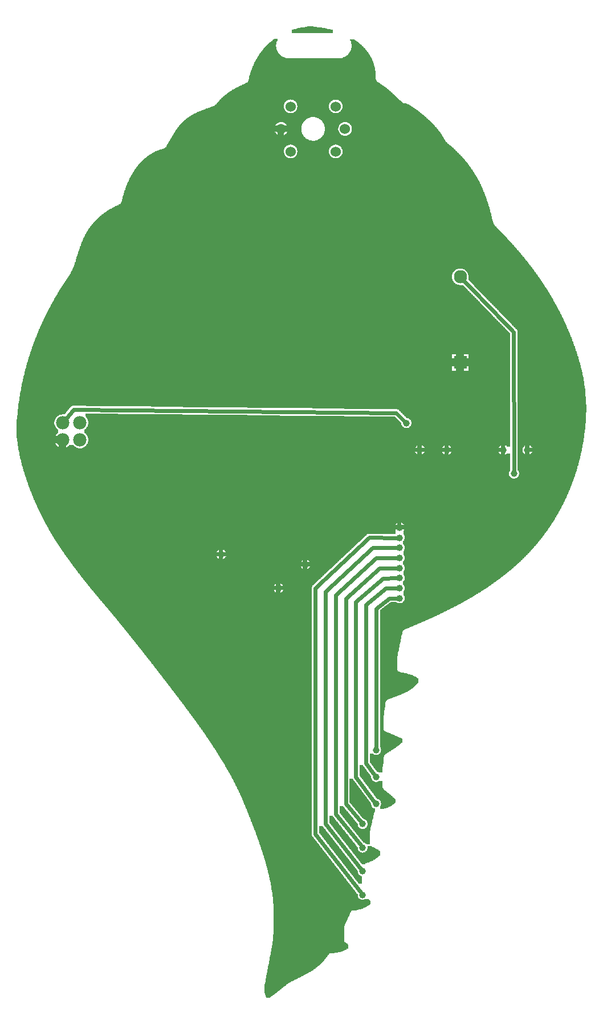
<source format=gbl>
G04 MADE WITH FRITZING*
G04 WWW.FRITZING.ORG*
G04 DOUBLE SIDED*
G04 HOLES PLATED*
G04 CONTOUR ON CENTER OF CONTOUR VECTOR*
%ASAXBY*%
%FSLAX23Y23*%
%MOIN*%
%OFA0B0*%
%SFA1.0B1.0*%
%ADD10C,0.075000*%
%ADD11C,0.060000*%
%ADD12C,0.039370*%
%ADD13C,0.078000*%
%ADD14C,0.077222*%
%ADD15R,0.077222X0.077222*%
%ADD16C,0.024000*%
%LNCOPPER0*%
G90*
G70*
G54D10*
X2003Y5542D03*
G54D11*
X2102Y5203D03*
X2476Y5203D03*
X2157Y5335D03*
X2157Y5071D03*
X2421Y5071D03*
X2421Y5335D03*
G54D12*
X2657Y1575D03*
X2657Y1417D03*
X2657Y1260D03*
X2579Y1142D03*
X2579Y1004D03*
X2579Y866D03*
X2579Y728D03*
X2795Y2461D03*
X2795Y2520D03*
X2795Y2579D03*
X2795Y2638D03*
X2795Y2697D03*
X2795Y2756D03*
X2795Y2815D03*
X2087Y2520D03*
X2244Y2657D03*
X1752Y2717D03*
X2795Y2874D03*
X3465Y3189D03*
X3543Y3327D03*
X3071Y3327D03*
X3402Y3327D03*
X2913Y3327D03*
G54D13*
X825Y3486D03*
X825Y3386D03*
X825Y3486D03*
X825Y3386D03*
X925Y3386D03*
X925Y3486D03*
G54D12*
X2835Y3484D03*
G54D14*
X3150Y4339D03*
X3150Y3839D03*
X3150Y4339D03*
X3150Y3839D03*
G54D15*
X3150Y3839D03*
X3150Y3839D03*
G54D16*
X2736Y2461D02*
X2776Y2461D01*
D02*
X2658Y2401D02*
X2736Y2461D01*
D02*
X2657Y1594D02*
X2658Y2401D01*
D02*
X2716Y2520D02*
X2776Y2520D01*
D02*
X2598Y2422D02*
X2716Y2520D01*
D02*
X2599Y1496D02*
X2598Y2422D01*
D02*
X2646Y1433D02*
X2599Y1496D01*
D02*
X2539Y1418D02*
X2646Y1275D01*
D02*
X2697Y2578D02*
X2539Y2441D01*
D02*
X2539Y2441D02*
X2539Y1418D01*
D02*
X2776Y2579D02*
X2697Y2578D01*
D02*
X2481Y1260D02*
X2481Y2461D01*
D02*
X2481Y2461D02*
X2677Y2638D01*
D02*
X2677Y2638D02*
X2776Y2638D01*
D02*
X2567Y1156D02*
X2481Y1260D01*
D02*
X2421Y1201D02*
X2421Y2480D01*
D02*
X2421Y2480D02*
X2658Y2697D01*
D02*
X2658Y2697D02*
X2776Y2697D01*
D02*
X2567Y1019D02*
X2421Y1201D01*
D02*
X2362Y1142D02*
X2362Y2500D01*
D02*
X2362Y2500D02*
X2638Y2756D01*
D02*
X2567Y881D02*
X2362Y1142D01*
D02*
X2638Y2756D02*
X2776Y2756D01*
D02*
X2303Y1082D02*
X2303Y2520D01*
D02*
X2303Y2520D02*
X2618Y2816D01*
D02*
X2618Y2816D02*
X2776Y2815D01*
D02*
X2567Y743D02*
X2303Y1082D01*
D02*
X2776Y3543D02*
X887Y3563D01*
D02*
X887Y3563D02*
X844Y3509D01*
D02*
X2821Y3498D02*
X2776Y3543D01*
D02*
X3463Y4017D02*
X3465Y3208D01*
D02*
X3169Y4319D02*
X3463Y4017D01*
G36*
X2256Y5802D02*
X2256Y5800D01*
X2240Y5800D01*
X2240Y5798D01*
X2226Y5798D01*
X2226Y5796D01*
X2216Y5796D01*
X2216Y5794D01*
X2206Y5794D01*
X2206Y5792D01*
X2198Y5792D01*
X2198Y5790D01*
X2190Y5790D01*
X2190Y5788D01*
X2182Y5788D01*
X2182Y5786D01*
X2176Y5786D01*
X2176Y5784D01*
X2170Y5784D01*
X2170Y5782D01*
X2164Y5782D01*
X2164Y5762D01*
X2404Y5762D01*
X2404Y5782D01*
X2396Y5782D01*
X2396Y5784D01*
X2390Y5784D01*
X2390Y5786D01*
X2380Y5786D01*
X2380Y5788D01*
X2372Y5788D01*
X2372Y5790D01*
X2362Y5790D01*
X2362Y5792D01*
X2352Y5792D01*
X2352Y5794D01*
X2340Y5794D01*
X2340Y5796D01*
X2328Y5796D01*
X2328Y5798D01*
X2312Y5798D01*
X2312Y5800D01*
X2292Y5800D01*
X2292Y5802D01*
X2256Y5802D01*
G37*
D02*
G36*
X2062Y5730D02*
X2062Y5728D01*
X2082Y5728D01*
X2082Y5730D01*
X2062Y5730D01*
G37*
D02*
G36*
X2060Y5728D02*
X2060Y5726D01*
X2056Y5726D01*
X2056Y5724D01*
X2054Y5724D01*
X2054Y5722D01*
X2052Y5722D01*
X2052Y5720D01*
X2050Y5720D01*
X2050Y5718D01*
X2046Y5718D01*
X2046Y5716D01*
X2044Y5716D01*
X2044Y5714D01*
X2042Y5714D01*
X2042Y5712D01*
X2040Y5712D01*
X2040Y5710D01*
X2036Y5710D01*
X2036Y5708D01*
X2034Y5708D01*
X2034Y5706D01*
X2032Y5706D01*
X2032Y5704D01*
X2030Y5704D01*
X2030Y5702D01*
X2028Y5702D01*
X2028Y5700D01*
X2026Y5700D01*
X2026Y5698D01*
X2024Y5698D01*
X2024Y5696D01*
X2022Y5696D01*
X2022Y5694D01*
X2020Y5694D01*
X2020Y5692D01*
X2018Y5692D01*
X2018Y5690D01*
X2016Y5690D01*
X2016Y5688D01*
X2014Y5688D01*
X2014Y5686D01*
X2012Y5686D01*
X2012Y5684D01*
X2010Y5684D01*
X2010Y5682D01*
X2008Y5682D01*
X2008Y5680D01*
X2006Y5680D01*
X2006Y5678D01*
X2004Y5678D01*
X2004Y5676D01*
X2002Y5676D01*
X2002Y5674D01*
X2000Y5674D01*
X2000Y5672D01*
X1998Y5672D01*
X1998Y5668D01*
X1996Y5668D01*
X1996Y5666D01*
X1994Y5666D01*
X1994Y5664D01*
X1992Y5664D01*
X1992Y5662D01*
X1990Y5662D01*
X1990Y5658D01*
X1988Y5658D01*
X1988Y5656D01*
X1986Y5656D01*
X1986Y5654D01*
X1984Y5654D01*
X1984Y5650D01*
X1982Y5650D01*
X1982Y5648D01*
X1980Y5648D01*
X1980Y5646D01*
X1978Y5646D01*
X1978Y5642D01*
X1976Y5642D01*
X1976Y5640D01*
X1974Y5640D01*
X1974Y5636D01*
X1972Y5636D01*
X1972Y5634D01*
X1970Y5634D01*
X1970Y5630D01*
X1968Y5630D01*
X1968Y5628D01*
X1966Y5628D01*
X1966Y5624D01*
X1964Y5624D01*
X1964Y5620D01*
X1962Y5620D01*
X1962Y5618D01*
X1960Y5618D01*
X1960Y5616D01*
X2138Y5616D01*
X2138Y5618D01*
X2128Y5618D01*
X2128Y5620D01*
X2122Y5620D01*
X2122Y5622D01*
X2116Y5622D01*
X2116Y5624D01*
X2112Y5624D01*
X2112Y5626D01*
X2108Y5626D01*
X2108Y5628D01*
X2106Y5628D01*
X2106Y5630D01*
X2102Y5630D01*
X2102Y5632D01*
X2100Y5632D01*
X2100Y5634D01*
X2098Y5634D01*
X2098Y5636D01*
X2094Y5636D01*
X2094Y5640D01*
X2092Y5640D01*
X2092Y5642D01*
X2090Y5642D01*
X2090Y5644D01*
X2088Y5644D01*
X2088Y5646D01*
X2086Y5646D01*
X2086Y5650D01*
X2084Y5650D01*
X2084Y5652D01*
X2082Y5652D01*
X2082Y5656D01*
X2080Y5656D01*
X2080Y5660D01*
X2078Y5660D01*
X2078Y5666D01*
X2076Y5666D01*
X2076Y5672D01*
X2074Y5672D01*
X2074Y5684D01*
X2072Y5684D01*
X2072Y5696D01*
X2074Y5696D01*
X2074Y5706D01*
X2076Y5706D01*
X2076Y5714D01*
X2078Y5714D01*
X2078Y5718D01*
X2080Y5718D01*
X2080Y5722D01*
X2082Y5722D01*
X2082Y5728D01*
X2060Y5728D01*
G37*
D02*
G36*
X2506Y5728D02*
X2506Y5720D01*
X2508Y5720D01*
X2508Y5716D01*
X2510Y5716D01*
X2510Y5710D01*
X2512Y5710D01*
X2512Y5700D01*
X2514Y5700D01*
X2514Y5678D01*
X2512Y5678D01*
X2512Y5670D01*
X2510Y5670D01*
X2510Y5664D01*
X2508Y5664D01*
X2508Y5658D01*
X2506Y5658D01*
X2506Y5654D01*
X2504Y5654D01*
X2504Y5652D01*
X2502Y5652D01*
X2502Y5648D01*
X2500Y5648D01*
X2500Y5646D01*
X2498Y5646D01*
X2498Y5642D01*
X2496Y5642D01*
X2496Y5640D01*
X2494Y5640D01*
X2494Y5638D01*
X2492Y5638D01*
X2492Y5636D01*
X2490Y5636D01*
X2490Y5634D01*
X2488Y5634D01*
X2488Y5632D01*
X2484Y5632D01*
X2484Y5630D01*
X2482Y5630D01*
X2482Y5628D01*
X2478Y5628D01*
X2478Y5626D01*
X2474Y5626D01*
X2474Y5624D01*
X2470Y5624D01*
X2470Y5622D01*
X2466Y5622D01*
X2466Y5620D01*
X2460Y5620D01*
X2460Y5618D01*
X2450Y5618D01*
X2450Y5616D01*
X2630Y5616D01*
X2630Y5620D01*
X2628Y5620D01*
X2628Y5624D01*
X2626Y5624D01*
X2626Y5628D01*
X2624Y5628D01*
X2624Y5630D01*
X2622Y5630D01*
X2622Y5634D01*
X2620Y5634D01*
X2620Y5638D01*
X2618Y5638D01*
X2618Y5640D01*
X2616Y5640D01*
X2616Y5644D01*
X2614Y5644D01*
X2614Y5646D01*
X2612Y5646D01*
X2612Y5650D01*
X2610Y5650D01*
X2610Y5652D01*
X2608Y5652D01*
X2608Y5654D01*
X2606Y5654D01*
X2606Y5658D01*
X2604Y5658D01*
X2604Y5660D01*
X2602Y5660D01*
X2602Y5662D01*
X2600Y5662D01*
X2600Y5664D01*
X2598Y5664D01*
X2598Y5668D01*
X2596Y5668D01*
X2596Y5670D01*
X2594Y5670D01*
X2594Y5672D01*
X2592Y5672D01*
X2592Y5674D01*
X2590Y5674D01*
X2590Y5676D01*
X2588Y5676D01*
X2588Y5678D01*
X2586Y5678D01*
X2586Y5680D01*
X2584Y5680D01*
X2584Y5682D01*
X2582Y5682D01*
X2582Y5684D01*
X2580Y5684D01*
X2580Y5686D01*
X2578Y5686D01*
X2578Y5688D01*
X2576Y5688D01*
X2576Y5690D01*
X2574Y5690D01*
X2574Y5692D01*
X2572Y5692D01*
X2572Y5694D01*
X2570Y5694D01*
X2570Y5696D01*
X2568Y5696D01*
X2568Y5698D01*
X2566Y5698D01*
X2566Y5700D01*
X2562Y5700D01*
X2562Y5702D01*
X2560Y5702D01*
X2560Y5704D01*
X2558Y5704D01*
X2558Y5706D01*
X2556Y5706D01*
X2556Y5708D01*
X2554Y5708D01*
X2554Y5710D01*
X2550Y5710D01*
X2550Y5712D01*
X2548Y5712D01*
X2548Y5714D01*
X2546Y5714D01*
X2546Y5716D01*
X2542Y5716D01*
X2542Y5718D01*
X2540Y5718D01*
X2540Y5720D01*
X2536Y5720D01*
X2536Y5722D01*
X2534Y5722D01*
X2534Y5724D01*
X2530Y5724D01*
X2530Y5726D01*
X2528Y5726D01*
X2528Y5728D01*
X2506Y5728D01*
G37*
D02*
G36*
X1960Y5616D02*
X1960Y5614D01*
X2632Y5614D01*
X2632Y5616D01*
X1960Y5616D01*
G37*
D02*
G36*
X1960Y5616D02*
X1960Y5614D01*
X2632Y5614D01*
X2632Y5616D01*
X1960Y5616D01*
G37*
D02*
G36*
X1958Y5614D02*
X1958Y5610D01*
X1956Y5610D01*
X1956Y5608D01*
X1954Y5608D01*
X1954Y5604D01*
X1952Y5604D01*
X1952Y5600D01*
X1950Y5600D01*
X1950Y5596D01*
X1948Y5596D01*
X1948Y5592D01*
X1946Y5592D01*
X1946Y5588D01*
X1944Y5588D01*
X1944Y5582D01*
X1942Y5582D01*
X1942Y5578D01*
X1940Y5578D01*
X1940Y5574D01*
X1938Y5574D01*
X1938Y5570D01*
X1936Y5570D01*
X1936Y5564D01*
X1934Y5564D01*
X1934Y5560D01*
X1932Y5560D01*
X1932Y5554D01*
X1930Y5554D01*
X1930Y5550D01*
X1928Y5550D01*
X1928Y5544D01*
X1926Y5544D01*
X1926Y5538D01*
X1924Y5538D01*
X1924Y5532D01*
X1922Y5532D01*
X1922Y5526D01*
X1920Y5526D01*
X1920Y5520D01*
X1918Y5520D01*
X1918Y5512D01*
X1916Y5512D01*
X1916Y5504D01*
X1914Y5504D01*
X1914Y5494D01*
X1912Y5494D01*
X1912Y5486D01*
X1910Y5486D01*
X1910Y5482D01*
X1908Y5482D01*
X1908Y5478D01*
X1906Y5478D01*
X1906Y5476D01*
X1904Y5476D01*
X1904Y5474D01*
X1900Y5474D01*
X1900Y5472D01*
X1896Y5472D01*
X1896Y5470D01*
X1892Y5470D01*
X1892Y5468D01*
X1888Y5468D01*
X1888Y5466D01*
X1884Y5466D01*
X1884Y5464D01*
X1880Y5464D01*
X1880Y5462D01*
X1876Y5462D01*
X1876Y5460D01*
X1870Y5460D01*
X1870Y5458D01*
X1866Y5458D01*
X1866Y5456D01*
X1862Y5456D01*
X1862Y5454D01*
X1858Y5454D01*
X1858Y5452D01*
X1854Y5452D01*
X1854Y5450D01*
X1850Y5450D01*
X1850Y5448D01*
X1846Y5448D01*
X1846Y5446D01*
X1842Y5446D01*
X1842Y5444D01*
X1838Y5444D01*
X1838Y5442D01*
X1834Y5442D01*
X1834Y5440D01*
X1830Y5440D01*
X1830Y5438D01*
X1828Y5438D01*
X1828Y5436D01*
X1824Y5436D01*
X1824Y5434D01*
X1820Y5434D01*
X1820Y5432D01*
X1816Y5432D01*
X1816Y5430D01*
X1814Y5430D01*
X1814Y5428D01*
X1810Y5428D01*
X1810Y5426D01*
X1808Y5426D01*
X1808Y5424D01*
X1804Y5424D01*
X1804Y5422D01*
X1802Y5422D01*
X1802Y5420D01*
X1798Y5420D01*
X1798Y5418D01*
X1796Y5418D01*
X1796Y5416D01*
X1792Y5416D01*
X1792Y5414D01*
X1790Y5414D01*
X1790Y5412D01*
X1788Y5412D01*
X1788Y5410D01*
X1784Y5410D01*
X1784Y5408D01*
X1782Y5408D01*
X1782Y5406D01*
X1780Y5406D01*
X1780Y5404D01*
X1776Y5404D01*
X1776Y5402D01*
X1774Y5402D01*
X1774Y5400D01*
X1772Y5400D01*
X1772Y5398D01*
X1770Y5398D01*
X1770Y5396D01*
X1768Y5396D01*
X1768Y5394D01*
X1766Y5394D01*
X1766Y5392D01*
X1762Y5392D01*
X1762Y5390D01*
X1760Y5390D01*
X1760Y5388D01*
X1758Y5388D01*
X1758Y5386D01*
X1756Y5386D01*
X1756Y5384D01*
X1754Y5384D01*
X1754Y5382D01*
X1752Y5382D01*
X1752Y5380D01*
X1750Y5380D01*
X1750Y5378D01*
X1748Y5378D01*
X1748Y5376D01*
X2422Y5376D01*
X2422Y5374D01*
X2434Y5374D01*
X2434Y5372D01*
X2438Y5372D01*
X2438Y5370D01*
X2442Y5370D01*
X2442Y5368D01*
X2446Y5368D01*
X2446Y5366D01*
X2448Y5366D01*
X2448Y5364D01*
X2450Y5364D01*
X2450Y5362D01*
X2452Y5362D01*
X2452Y5360D01*
X2454Y5360D01*
X2454Y5356D01*
X2456Y5356D01*
X2456Y5352D01*
X2458Y5352D01*
X2458Y5348D01*
X2460Y5348D01*
X2460Y5338D01*
X2462Y5338D01*
X2462Y5332D01*
X2460Y5332D01*
X2460Y5322D01*
X2458Y5322D01*
X2458Y5318D01*
X2456Y5318D01*
X2456Y5314D01*
X2454Y5314D01*
X2454Y5312D01*
X2452Y5312D01*
X2452Y5308D01*
X2450Y5308D01*
X2450Y5306D01*
X2448Y5306D01*
X2448Y5304D01*
X2444Y5304D01*
X2444Y5302D01*
X2442Y5302D01*
X2442Y5300D01*
X2438Y5300D01*
X2438Y5298D01*
X2432Y5298D01*
X2432Y5296D01*
X2918Y5296D01*
X2918Y5298D01*
X2916Y5298D01*
X2916Y5300D01*
X2914Y5300D01*
X2914Y5302D01*
X2910Y5302D01*
X2910Y5304D01*
X2908Y5304D01*
X2908Y5306D01*
X2906Y5306D01*
X2906Y5308D01*
X2904Y5308D01*
X2904Y5310D01*
X2900Y5310D01*
X2900Y5312D01*
X2898Y5312D01*
X2898Y5314D01*
X2894Y5314D01*
X2894Y5316D01*
X2892Y5316D01*
X2892Y5318D01*
X2890Y5318D01*
X2890Y5320D01*
X2886Y5320D01*
X2886Y5322D01*
X2884Y5322D01*
X2884Y5324D01*
X2882Y5324D01*
X2882Y5326D01*
X2878Y5326D01*
X2878Y5328D01*
X2876Y5328D01*
X2876Y5330D01*
X2872Y5330D01*
X2872Y5332D01*
X2870Y5332D01*
X2870Y5334D01*
X2866Y5334D01*
X2866Y5336D01*
X2864Y5336D01*
X2864Y5338D01*
X2860Y5338D01*
X2860Y5340D01*
X2856Y5340D01*
X2856Y5342D01*
X2854Y5342D01*
X2854Y5344D01*
X2850Y5344D01*
X2850Y5346D01*
X2846Y5346D01*
X2846Y5348D01*
X2840Y5348D01*
X2840Y5350D01*
X2836Y5350D01*
X2836Y5352D01*
X2828Y5352D01*
X2828Y5354D01*
X2816Y5354D01*
X2816Y5356D01*
X2812Y5356D01*
X2812Y5358D01*
X2810Y5358D01*
X2810Y5360D01*
X2808Y5360D01*
X2808Y5362D01*
X2806Y5362D01*
X2806Y5364D01*
X2804Y5364D01*
X2804Y5366D01*
X2802Y5366D01*
X2802Y5368D01*
X2800Y5368D01*
X2800Y5370D01*
X2796Y5370D01*
X2796Y5372D01*
X2794Y5372D01*
X2794Y5374D01*
X2792Y5374D01*
X2792Y5376D01*
X2790Y5376D01*
X2790Y5378D01*
X2788Y5378D01*
X2788Y5380D01*
X2786Y5380D01*
X2786Y5382D01*
X2784Y5382D01*
X2784Y5384D01*
X2782Y5384D01*
X2782Y5386D01*
X2780Y5386D01*
X2780Y5388D01*
X2778Y5388D01*
X2778Y5390D01*
X2776Y5390D01*
X2776Y5392D01*
X2774Y5392D01*
X2774Y5394D01*
X2772Y5394D01*
X2772Y5396D01*
X2770Y5396D01*
X2770Y5398D01*
X2768Y5398D01*
X2768Y5400D01*
X2766Y5400D01*
X2766Y5402D01*
X2762Y5402D01*
X2762Y5404D01*
X2760Y5404D01*
X2760Y5406D01*
X2758Y5406D01*
X2758Y5408D01*
X2756Y5408D01*
X2756Y5410D01*
X2754Y5410D01*
X2754Y5412D01*
X2752Y5412D01*
X2752Y5414D01*
X2750Y5414D01*
X2750Y5416D01*
X2748Y5416D01*
X2748Y5418D01*
X2746Y5418D01*
X2746Y5420D01*
X2744Y5420D01*
X2744Y5422D01*
X2740Y5422D01*
X2740Y5424D01*
X2738Y5424D01*
X2738Y5426D01*
X2736Y5426D01*
X2736Y5428D01*
X2734Y5428D01*
X2734Y5430D01*
X2732Y5430D01*
X2732Y5432D01*
X2730Y5432D01*
X2730Y5434D01*
X2728Y5434D01*
X2728Y5436D01*
X2724Y5436D01*
X2724Y5438D01*
X2722Y5438D01*
X2722Y5440D01*
X2720Y5440D01*
X2720Y5442D01*
X2718Y5442D01*
X2718Y5444D01*
X2714Y5444D01*
X2714Y5446D01*
X2712Y5446D01*
X2712Y5448D01*
X2710Y5448D01*
X2710Y5450D01*
X2706Y5450D01*
X2706Y5452D01*
X2704Y5452D01*
X2704Y5454D01*
X2702Y5454D01*
X2702Y5456D01*
X2698Y5456D01*
X2698Y5458D01*
X2696Y5458D01*
X2696Y5460D01*
X2692Y5460D01*
X2692Y5462D01*
X2690Y5462D01*
X2690Y5464D01*
X2686Y5464D01*
X2686Y5466D01*
X2684Y5466D01*
X2684Y5468D01*
X2680Y5468D01*
X2680Y5470D01*
X2678Y5470D01*
X2678Y5472D01*
X2674Y5472D01*
X2674Y5474D01*
X2670Y5474D01*
X2670Y5476D01*
X2668Y5476D01*
X2668Y5478D01*
X2666Y5478D01*
X2666Y5480D01*
X2662Y5480D01*
X2662Y5484D01*
X2660Y5484D01*
X2660Y5486D01*
X2658Y5486D01*
X2658Y5492D01*
X2656Y5492D01*
X2656Y5526D01*
X2654Y5526D01*
X2654Y5544D01*
X2652Y5544D01*
X2652Y5556D01*
X2650Y5556D01*
X2650Y5564D01*
X2648Y5564D01*
X2648Y5574D01*
X2646Y5574D01*
X2646Y5580D01*
X2644Y5580D01*
X2644Y5586D01*
X2642Y5586D01*
X2642Y5592D01*
X2640Y5592D01*
X2640Y5598D01*
X2638Y5598D01*
X2638Y5602D01*
X2636Y5602D01*
X2636Y5606D01*
X2634Y5606D01*
X2634Y5612D01*
X2632Y5612D01*
X2632Y5614D01*
X1958Y5614D01*
G37*
D02*
G36*
X1746Y5376D02*
X1746Y5374D01*
X1744Y5374D01*
X1744Y5372D01*
X1742Y5372D01*
X1742Y5370D01*
X1740Y5370D01*
X1740Y5366D01*
X1738Y5366D01*
X1738Y5364D01*
X1736Y5364D01*
X1736Y5362D01*
X1734Y5362D01*
X1734Y5360D01*
X1732Y5360D01*
X1732Y5358D01*
X1730Y5358D01*
X1730Y5356D01*
X1728Y5356D01*
X1728Y5352D01*
X1726Y5352D01*
X1726Y5350D01*
X1724Y5350D01*
X1724Y5348D01*
X1722Y5348D01*
X1722Y5346D01*
X1718Y5346D01*
X1718Y5344D01*
X1716Y5344D01*
X1716Y5342D01*
X1714Y5342D01*
X1714Y5340D01*
X1710Y5340D01*
X1710Y5338D01*
X1706Y5338D01*
X1706Y5336D01*
X1700Y5336D01*
X1700Y5334D01*
X1696Y5334D01*
X1696Y5332D01*
X1690Y5332D01*
X1690Y5330D01*
X1684Y5330D01*
X1684Y5328D01*
X1680Y5328D01*
X1680Y5326D01*
X1674Y5326D01*
X1674Y5324D01*
X1668Y5324D01*
X1668Y5322D01*
X1662Y5322D01*
X1662Y5320D01*
X1658Y5320D01*
X1658Y5318D01*
X1652Y5318D01*
X1652Y5316D01*
X1648Y5316D01*
X1648Y5314D01*
X1642Y5314D01*
X1642Y5312D01*
X1638Y5312D01*
X1638Y5310D01*
X1632Y5310D01*
X1632Y5308D01*
X1628Y5308D01*
X1628Y5306D01*
X1622Y5306D01*
X1622Y5304D01*
X1618Y5304D01*
X1618Y5302D01*
X1612Y5302D01*
X1612Y5300D01*
X1608Y5300D01*
X1608Y5298D01*
X1604Y5298D01*
X1604Y5296D01*
X2146Y5296D01*
X2146Y5298D01*
X2140Y5298D01*
X2140Y5300D01*
X2136Y5300D01*
X2136Y5302D01*
X2134Y5302D01*
X2134Y5304D01*
X2132Y5304D01*
X2132Y5306D01*
X2130Y5306D01*
X2130Y5308D01*
X2128Y5308D01*
X2128Y5310D01*
X2126Y5310D01*
X2126Y5312D01*
X2124Y5312D01*
X2124Y5316D01*
X2122Y5316D01*
X2122Y5318D01*
X2120Y5318D01*
X2120Y5324D01*
X2118Y5324D01*
X2118Y5346D01*
X2120Y5346D01*
X2120Y5352D01*
X2122Y5352D01*
X2122Y5356D01*
X2124Y5356D01*
X2124Y5358D01*
X2126Y5358D01*
X2126Y5360D01*
X2128Y5360D01*
X2128Y5364D01*
X2132Y5364D01*
X2132Y5366D01*
X2134Y5366D01*
X2134Y5368D01*
X2136Y5368D01*
X2136Y5370D01*
X2140Y5370D01*
X2140Y5372D01*
X2146Y5372D01*
X2146Y5374D01*
X2156Y5374D01*
X2156Y5376D01*
X1746Y5376D01*
G37*
D02*
G36*
X2158Y5376D02*
X2158Y5374D01*
X2170Y5374D01*
X2170Y5372D01*
X2174Y5372D01*
X2174Y5370D01*
X2178Y5370D01*
X2178Y5368D01*
X2182Y5368D01*
X2182Y5366D01*
X2184Y5366D01*
X2184Y5364D01*
X2186Y5364D01*
X2186Y5362D01*
X2188Y5362D01*
X2188Y5360D01*
X2190Y5360D01*
X2190Y5356D01*
X2192Y5356D01*
X2192Y5354D01*
X2194Y5354D01*
X2194Y5348D01*
X2196Y5348D01*
X2196Y5340D01*
X2198Y5340D01*
X2198Y5330D01*
X2196Y5330D01*
X2196Y5322D01*
X2194Y5322D01*
X2194Y5318D01*
X2192Y5318D01*
X2192Y5314D01*
X2190Y5314D01*
X2190Y5310D01*
X2188Y5310D01*
X2188Y5308D01*
X2186Y5308D01*
X2186Y5306D01*
X2184Y5306D01*
X2184Y5304D01*
X2182Y5304D01*
X2182Y5302D01*
X2178Y5302D01*
X2178Y5300D01*
X2174Y5300D01*
X2174Y5298D01*
X2168Y5298D01*
X2168Y5296D01*
X2410Y5296D01*
X2410Y5298D01*
X2404Y5298D01*
X2404Y5300D01*
X2400Y5300D01*
X2400Y5302D01*
X2398Y5302D01*
X2398Y5304D01*
X2396Y5304D01*
X2396Y5306D01*
X2392Y5306D01*
X2392Y5310D01*
X2390Y5310D01*
X2390Y5312D01*
X2388Y5312D01*
X2388Y5314D01*
X2386Y5314D01*
X2386Y5318D01*
X2384Y5318D01*
X2384Y5324D01*
X2382Y5324D01*
X2382Y5346D01*
X2384Y5346D01*
X2384Y5352D01*
X2386Y5352D01*
X2386Y5356D01*
X2388Y5356D01*
X2388Y5358D01*
X2390Y5358D01*
X2390Y5360D01*
X2392Y5360D01*
X2392Y5364D01*
X2394Y5364D01*
X2394Y5366D01*
X2398Y5366D01*
X2398Y5368D01*
X2400Y5368D01*
X2400Y5370D01*
X2404Y5370D01*
X2404Y5372D01*
X2408Y5372D01*
X2408Y5374D01*
X2420Y5374D01*
X2420Y5376D01*
X2158Y5376D01*
G37*
D02*
G36*
X1600Y5296D02*
X1600Y5294D01*
X2922Y5294D01*
X2922Y5296D01*
X1600Y5296D01*
G37*
D02*
G36*
X1600Y5296D02*
X1600Y5294D01*
X2922Y5294D01*
X2922Y5296D01*
X1600Y5296D01*
G37*
D02*
G36*
X1600Y5296D02*
X1600Y5294D01*
X2922Y5294D01*
X2922Y5296D01*
X1600Y5296D01*
G37*
D02*
G36*
X1596Y5294D02*
X1596Y5292D01*
X1592Y5292D01*
X1592Y5290D01*
X1588Y5290D01*
X1588Y5288D01*
X1584Y5288D01*
X1584Y5286D01*
X1582Y5286D01*
X1582Y5284D01*
X1578Y5284D01*
X1578Y5282D01*
X1574Y5282D01*
X1574Y5280D01*
X1572Y5280D01*
X1572Y5278D01*
X1568Y5278D01*
X1568Y5276D01*
X1566Y5276D01*
X1566Y5274D01*
X1562Y5274D01*
X1562Y5272D01*
X2302Y5272D01*
X2302Y5270D01*
X2310Y5270D01*
X2310Y5268D01*
X2316Y5268D01*
X2316Y5266D01*
X2320Y5266D01*
X2320Y5264D01*
X2324Y5264D01*
X2324Y5262D01*
X2326Y5262D01*
X2326Y5260D01*
X2330Y5260D01*
X2330Y5258D01*
X2332Y5258D01*
X2332Y5256D01*
X2334Y5256D01*
X2334Y5254D01*
X2338Y5254D01*
X2338Y5252D01*
X2340Y5252D01*
X2340Y5248D01*
X2342Y5248D01*
X2342Y5246D01*
X2344Y5246D01*
X2344Y5244D01*
X2478Y5244D01*
X2478Y5242D01*
X2488Y5242D01*
X2488Y5240D01*
X2494Y5240D01*
X2494Y5238D01*
X2498Y5238D01*
X2498Y5236D01*
X2500Y5236D01*
X2500Y5234D01*
X2502Y5234D01*
X2502Y5232D01*
X2506Y5232D01*
X2506Y5228D01*
X2508Y5228D01*
X2508Y5226D01*
X2510Y5226D01*
X2510Y5222D01*
X2512Y5222D01*
X2512Y5220D01*
X2514Y5220D01*
X2514Y5212D01*
X2516Y5212D01*
X2516Y5194D01*
X2514Y5194D01*
X2514Y5188D01*
X2512Y5188D01*
X2512Y5184D01*
X2510Y5184D01*
X2510Y5180D01*
X2508Y5180D01*
X2508Y5178D01*
X2506Y5178D01*
X2506Y5176D01*
X2504Y5176D01*
X2504Y5174D01*
X2502Y5174D01*
X2502Y5172D01*
X2500Y5172D01*
X2500Y5170D01*
X2496Y5170D01*
X2496Y5168D01*
X2494Y5168D01*
X2494Y5166D01*
X2488Y5166D01*
X2488Y5164D01*
X3044Y5164D01*
X3044Y5166D01*
X3042Y5166D01*
X3042Y5170D01*
X3040Y5170D01*
X3040Y5172D01*
X3038Y5172D01*
X3038Y5176D01*
X3036Y5176D01*
X3036Y5178D01*
X3034Y5178D01*
X3034Y5182D01*
X3032Y5182D01*
X3032Y5184D01*
X3030Y5184D01*
X3030Y5188D01*
X3028Y5188D01*
X3028Y5190D01*
X3026Y5190D01*
X3026Y5192D01*
X3024Y5192D01*
X3024Y5194D01*
X3022Y5194D01*
X3022Y5198D01*
X3020Y5198D01*
X3020Y5200D01*
X3018Y5200D01*
X3018Y5202D01*
X3016Y5202D01*
X3016Y5204D01*
X3014Y5204D01*
X3014Y5208D01*
X3012Y5208D01*
X3012Y5210D01*
X3010Y5210D01*
X3010Y5212D01*
X3008Y5212D01*
X3008Y5214D01*
X3006Y5214D01*
X3006Y5216D01*
X3004Y5216D01*
X3004Y5218D01*
X3002Y5218D01*
X3002Y5220D01*
X3000Y5220D01*
X3000Y5222D01*
X2998Y5222D01*
X2998Y5226D01*
X2996Y5226D01*
X2996Y5228D01*
X2994Y5228D01*
X2994Y5230D01*
X2992Y5230D01*
X2992Y5232D01*
X2990Y5232D01*
X2990Y5234D01*
X2988Y5234D01*
X2988Y5236D01*
X2986Y5236D01*
X2986Y5238D01*
X2984Y5238D01*
X2984Y5240D01*
X2982Y5240D01*
X2982Y5242D01*
X2980Y5242D01*
X2980Y5244D01*
X2978Y5244D01*
X2978Y5246D01*
X2976Y5246D01*
X2976Y5248D01*
X2974Y5248D01*
X2974Y5250D01*
X2972Y5250D01*
X2972Y5252D01*
X2970Y5252D01*
X2970Y5254D01*
X2968Y5254D01*
X2968Y5256D01*
X2966Y5256D01*
X2966Y5258D01*
X2962Y5258D01*
X2962Y5260D01*
X2960Y5260D01*
X2960Y5262D01*
X2958Y5262D01*
X2958Y5264D01*
X2956Y5264D01*
X2956Y5266D01*
X2954Y5266D01*
X2954Y5268D01*
X2952Y5268D01*
X2952Y5270D01*
X2950Y5270D01*
X2950Y5272D01*
X2948Y5272D01*
X2948Y5274D01*
X2946Y5274D01*
X2946Y5276D01*
X2942Y5276D01*
X2942Y5278D01*
X2940Y5278D01*
X2940Y5280D01*
X2938Y5280D01*
X2938Y5282D01*
X2936Y5282D01*
X2936Y5284D01*
X2934Y5284D01*
X2934Y5286D01*
X2930Y5286D01*
X2930Y5288D01*
X2928Y5288D01*
X2928Y5290D01*
X2926Y5290D01*
X2926Y5292D01*
X2924Y5292D01*
X2924Y5294D01*
X1596Y5294D01*
G37*
D02*
G36*
X1560Y5272D02*
X1560Y5270D01*
X1556Y5270D01*
X1556Y5268D01*
X1554Y5268D01*
X1554Y5266D01*
X1552Y5266D01*
X1552Y5264D01*
X1548Y5264D01*
X1548Y5262D01*
X1546Y5262D01*
X1546Y5260D01*
X1544Y5260D01*
X1544Y5258D01*
X1542Y5258D01*
X1542Y5256D01*
X1538Y5256D01*
X1538Y5254D01*
X1536Y5254D01*
X1536Y5252D01*
X1534Y5252D01*
X1534Y5250D01*
X1532Y5250D01*
X1532Y5248D01*
X1530Y5248D01*
X1530Y5246D01*
X1528Y5246D01*
X1528Y5244D01*
X2104Y5244D01*
X2104Y5242D01*
X2114Y5242D01*
X2114Y5240D01*
X2120Y5240D01*
X2120Y5238D01*
X2124Y5238D01*
X2124Y5236D01*
X2126Y5236D01*
X2126Y5234D01*
X2128Y5234D01*
X2128Y5232D01*
X2132Y5232D01*
X2132Y5228D01*
X2134Y5228D01*
X2134Y5226D01*
X2136Y5226D01*
X2136Y5222D01*
X2138Y5222D01*
X2138Y5220D01*
X2140Y5220D01*
X2140Y5212D01*
X2142Y5212D01*
X2142Y5194D01*
X2140Y5194D01*
X2140Y5188D01*
X2138Y5188D01*
X2138Y5184D01*
X2136Y5184D01*
X2136Y5180D01*
X2134Y5180D01*
X2134Y5178D01*
X2132Y5178D01*
X2132Y5176D01*
X2130Y5176D01*
X2130Y5174D01*
X2128Y5174D01*
X2128Y5172D01*
X2126Y5172D01*
X2126Y5170D01*
X2122Y5170D01*
X2122Y5168D01*
X2120Y5168D01*
X2120Y5166D01*
X2114Y5166D01*
X2114Y5164D01*
X2232Y5164D01*
X2232Y5166D01*
X2230Y5166D01*
X2230Y5170D01*
X2228Y5170D01*
X2228Y5174D01*
X2226Y5174D01*
X2226Y5178D01*
X2224Y5178D01*
X2224Y5184D01*
X2222Y5184D01*
X2222Y5194D01*
X2220Y5194D01*
X2220Y5212D01*
X2222Y5212D01*
X2222Y5222D01*
X2224Y5222D01*
X2224Y5228D01*
X2226Y5228D01*
X2226Y5232D01*
X2228Y5232D01*
X2228Y5236D01*
X2230Y5236D01*
X2230Y5240D01*
X2232Y5240D01*
X2232Y5242D01*
X2234Y5242D01*
X2234Y5246D01*
X2236Y5246D01*
X2236Y5248D01*
X2238Y5248D01*
X2238Y5250D01*
X2240Y5250D01*
X2240Y5252D01*
X2242Y5252D01*
X2242Y5254D01*
X2244Y5254D01*
X2244Y5256D01*
X2246Y5256D01*
X2246Y5258D01*
X2248Y5258D01*
X2248Y5260D01*
X2252Y5260D01*
X2252Y5262D01*
X2256Y5262D01*
X2256Y5264D01*
X2258Y5264D01*
X2258Y5266D01*
X2264Y5266D01*
X2264Y5268D01*
X2268Y5268D01*
X2268Y5270D01*
X2276Y5270D01*
X2276Y5272D01*
X1560Y5272D01*
G37*
D02*
G36*
X1526Y5244D02*
X1526Y5242D01*
X1524Y5242D01*
X1524Y5240D01*
X1522Y5240D01*
X1522Y5238D01*
X1520Y5238D01*
X1520Y5236D01*
X1518Y5236D01*
X1518Y5234D01*
X1516Y5234D01*
X1516Y5232D01*
X1514Y5232D01*
X1514Y5230D01*
X1512Y5230D01*
X1512Y5228D01*
X1510Y5228D01*
X1510Y5226D01*
X1508Y5226D01*
X1508Y5222D01*
X1506Y5222D01*
X1506Y5220D01*
X1504Y5220D01*
X1504Y5218D01*
X1502Y5218D01*
X1502Y5216D01*
X1500Y5216D01*
X1500Y5212D01*
X1498Y5212D01*
X1498Y5210D01*
X1496Y5210D01*
X1496Y5208D01*
X1494Y5208D01*
X1494Y5204D01*
X1492Y5204D01*
X1492Y5202D01*
X1490Y5202D01*
X1490Y5200D01*
X1488Y5200D01*
X1488Y5196D01*
X1486Y5196D01*
X1486Y5194D01*
X1484Y5194D01*
X1484Y5190D01*
X1482Y5190D01*
X1482Y5188D01*
X1480Y5188D01*
X1480Y5184D01*
X1478Y5184D01*
X1478Y5180D01*
X1476Y5180D01*
X1476Y5178D01*
X1474Y5178D01*
X1474Y5174D01*
X1472Y5174D01*
X1472Y5170D01*
X1470Y5170D01*
X1470Y5168D01*
X1468Y5168D01*
X1468Y5164D01*
X2092Y5164D01*
X2092Y5166D01*
X2086Y5166D01*
X2086Y5168D01*
X2082Y5168D01*
X2082Y5170D01*
X2078Y5170D01*
X2078Y5172D01*
X2076Y5172D01*
X2076Y5174D01*
X2074Y5174D01*
X2074Y5176D01*
X2072Y5176D01*
X2072Y5178D01*
X2070Y5178D01*
X2070Y5182D01*
X2068Y5182D01*
X2068Y5184D01*
X2066Y5184D01*
X2066Y5190D01*
X2064Y5190D01*
X2064Y5198D01*
X2062Y5198D01*
X2062Y5210D01*
X2064Y5210D01*
X2064Y5218D01*
X2066Y5218D01*
X2066Y5222D01*
X2068Y5222D01*
X2068Y5226D01*
X2070Y5226D01*
X2070Y5228D01*
X2072Y5228D01*
X2072Y5230D01*
X2074Y5230D01*
X2074Y5232D01*
X2076Y5232D01*
X2076Y5234D01*
X2078Y5234D01*
X2078Y5236D01*
X2082Y5236D01*
X2082Y5238D01*
X2084Y5238D01*
X2084Y5240D01*
X2090Y5240D01*
X2090Y5242D01*
X2100Y5242D01*
X2100Y5244D01*
X1526Y5244D01*
G37*
D02*
G36*
X2346Y5244D02*
X2346Y5240D01*
X2348Y5240D01*
X2348Y5238D01*
X2350Y5238D01*
X2350Y5234D01*
X2352Y5234D01*
X2352Y5230D01*
X2354Y5230D01*
X2354Y5224D01*
X2356Y5224D01*
X2356Y5216D01*
X2358Y5216D01*
X2358Y5190D01*
X2356Y5190D01*
X2356Y5182D01*
X2354Y5182D01*
X2354Y5176D01*
X2352Y5176D01*
X2352Y5172D01*
X2350Y5172D01*
X2350Y5168D01*
X2348Y5168D01*
X2348Y5166D01*
X2346Y5166D01*
X2346Y5164D01*
X2466Y5164D01*
X2466Y5166D01*
X2460Y5166D01*
X2460Y5168D01*
X2456Y5168D01*
X2456Y5170D01*
X2452Y5170D01*
X2452Y5172D01*
X2450Y5172D01*
X2450Y5174D01*
X2448Y5174D01*
X2448Y5176D01*
X2446Y5176D01*
X2446Y5178D01*
X2444Y5178D01*
X2444Y5182D01*
X2442Y5182D01*
X2442Y5184D01*
X2440Y5184D01*
X2440Y5190D01*
X2438Y5190D01*
X2438Y5198D01*
X2436Y5198D01*
X2436Y5208D01*
X2438Y5208D01*
X2438Y5218D01*
X2440Y5218D01*
X2440Y5222D01*
X2442Y5222D01*
X2442Y5226D01*
X2444Y5226D01*
X2444Y5228D01*
X2446Y5228D01*
X2446Y5230D01*
X2448Y5230D01*
X2448Y5232D01*
X2450Y5232D01*
X2450Y5234D01*
X2452Y5234D01*
X2452Y5236D01*
X2456Y5236D01*
X2456Y5238D01*
X2458Y5238D01*
X2458Y5240D01*
X2464Y5240D01*
X2464Y5242D01*
X2474Y5242D01*
X2474Y5244D01*
X2346Y5244D01*
G37*
D02*
G36*
X1466Y5164D02*
X1466Y5162D01*
X2234Y5162D01*
X2234Y5164D01*
X1466Y5164D01*
G37*
D02*
G36*
X1466Y5164D02*
X1466Y5162D01*
X2234Y5162D01*
X2234Y5164D01*
X1466Y5164D01*
G37*
D02*
G36*
X2346Y5164D02*
X2346Y5162D01*
X3046Y5162D01*
X3046Y5164D01*
X2346Y5164D01*
G37*
D02*
G36*
X2346Y5164D02*
X2346Y5162D01*
X3046Y5162D01*
X3046Y5164D01*
X2346Y5164D01*
G37*
D02*
G36*
X1466Y5162D02*
X1466Y5160D01*
X1464Y5160D01*
X1464Y5158D01*
X1462Y5158D01*
X1462Y5154D01*
X1460Y5154D01*
X1460Y5150D01*
X1458Y5150D01*
X1458Y5148D01*
X1456Y5148D01*
X1456Y5144D01*
X1454Y5144D01*
X1454Y5140D01*
X1452Y5140D01*
X1452Y5136D01*
X1450Y5136D01*
X1450Y5134D01*
X2280Y5134D01*
X2280Y5136D01*
X2270Y5136D01*
X2270Y5138D01*
X2264Y5138D01*
X2264Y5140D01*
X2260Y5140D01*
X2260Y5142D01*
X2256Y5142D01*
X2256Y5144D01*
X2252Y5144D01*
X2252Y5146D01*
X2250Y5146D01*
X2250Y5148D01*
X2246Y5148D01*
X2246Y5150D01*
X2244Y5150D01*
X2244Y5152D01*
X2242Y5152D01*
X2242Y5154D01*
X2240Y5154D01*
X2240Y5156D01*
X2238Y5156D01*
X2238Y5158D01*
X2236Y5158D01*
X2236Y5160D01*
X2234Y5160D01*
X2234Y5162D01*
X1466Y5162D01*
G37*
D02*
G36*
X2344Y5162D02*
X2344Y5160D01*
X2342Y5160D01*
X2342Y5158D01*
X2340Y5158D01*
X2340Y5156D01*
X2338Y5156D01*
X2338Y5154D01*
X2336Y5154D01*
X2336Y5152D01*
X2334Y5152D01*
X2334Y5150D01*
X2332Y5150D01*
X2332Y5148D01*
X2330Y5148D01*
X2330Y5146D01*
X2326Y5146D01*
X2326Y5144D01*
X2322Y5144D01*
X2322Y5142D01*
X2318Y5142D01*
X2318Y5140D01*
X2314Y5140D01*
X2314Y5138D01*
X2308Y5138D01*
X2308Y5136D01*
X2300Y5136D01*
X2300Y5134D01*
X3062Y5134D01*
X3062Y5136D01*
X3060Y5136D01*
X3060Y5140D01*
X3058Y5140D01*
X3058Y5142D01*
X3056Y5142D01*
X3056Y5146D01*
X3054Y5146D01*
X3054Y5150D01*
X3052Y5150D01*
X3052Y5154D01*
X3050Y5154D01*
X3050Y5156D01*
X3048Y5156D01*
X3048Y5160D01*
X3046Y5160D01*
X3046Y5162D01*
X2344Y5162D01*
G37*
D02*
G36*
X1448Y5134D02*
X1448Y5132D01*
X3064Y5132D01*
X3064Y5134D01*
X1448Y5134D01*
G37*
D02*
G36*
X1448Y5134D02*
X1448Y5132D01*
X3064Y5132D01*
X3064Y5134D01*
X1448Y5134D01*
G37*
D02*
G36*
X1448Y5132D02*
X1448Y5130D01*
X1446Y5130D01*
X1446Y5126D01*
X1444Y5126D01*
X1444Y5122D01*
X1442Y5122D01*
X1442Y5120D01*
X1440Y5120D01*
X1440Y5116D01*
X1438Y5116D01*
X1438Y5112D01*
X2424Y5112D01*
X2424Y5110D01*
X2434Y5110D01*
X2434Y5108D01*
X2440Y5108D01*
X2440Y5106D01*
X2442Y5106D01*
X2442Y5104D01*
X2446Y5104D01*
X2446Y5102D01*
X2448Y5102D01*
X2448Y5100D01*
X2450Y5100D01*
X2450Y5098D01*
X2452Y5098D01*
X2452Y5096D01*
X2454Y5096D01*
X2454Y5092D01*
X2456Y5092D01*
X2456Y5088D01*
X2458Y5088D01*
X2458Y5084D01*
X2460Y5084D01*
X2460Y5074D01*
X2462Y5074D01*
X2462Y5070D01*
X2460Y5070D01*
X2460Y5058D01*
X2458Y5058D01*
X2458Y5054D01*
X2456Y5054D01*
X2456Y5050D01*
X2454Y5050D01*
X2454Y5048D01*
X2452Y5048D01*
X2452Y5044D01*
X2450Y5044D01*
X2450Y5042D01*
X2446Y5042D01*
X2446Y5040D01*
X2444Y5040D01*
X2444Y5038D01*
X2442Y5038D01*
X2442Y5036D01*
X2438Y5036D01*
X2438Y5034D01*
X2432Y5034D01*
X2432Y5032D01*
X3166Y5032D01*
X3166Y5034D01*
X3164Y5034D01*
X3164Y5038D01*
X3162Y5038D01*
X3162Y5040D01*
X3160Y5040D01*
X3160Y5042D01*
X3158Y5042D01*
X3158Y5044D01*
X3156Y5044D01*
X3156Y5046D01*
X3154Y5046D01*
X3154Y5048D01*
X3152Y5048D01*
X3152Y5050D01*
X3150Y5050D01*
X3150Y5052D01*
X3148Y5052D01*
X3148Y5054D01*
X3146Y5054D01*
X3146Y5056D01*
X3144Y5056D01*
X3144Y5058D01*
X3142Y5058D01*
X3142Y5060D01*
X3140Y5060D01*
X3140Y5062D01*
X3138Y5062D01*
X3138Y5064D01*
X3136Y5064D01*
X3136Y5066D01*
X3134Y5066D01*
X3134Y5068D01*
X3132Y5068D01*
X3132Y5070D01*
X3130Y5070D01*
X3130Y5072D01*
X3128Y5072D01*
X3128Y5074D01*
X3126Y5074D01*
X3126Y5076D01*
X3124Y5076D01*
X3124Y5078D01*
X3122Y5078D01*
X3122Y5080D01*
X3120Y5080D01*
X3120Y5082D01*
X3118Y5082D01*
X3118Y5084D01*
X3116Y5084D01*
X3116Y5086D01*
X3114Y5086D01*
X3114Y5088D01*
X3112Y5088D01*
X3112Y5090D01*
X3110Y5090D01*
X3110Y5092D01*
X3106Y5092D01*
X3106Y5094D01*
X3104Y5094D01*
X3104Y5096D01*
X3102Y5096D01*
X3102Y5098D01*
X3100Y5098D01*
X3100Y5100D01*
X3098Y5100D01*
X3098Y5102D01*
X3096Y5102D01*
X3096Y5104D01*
X3094Y5104D01*
X3094Y5106D01*
X3090Y5106D01*
X3090Y5108D01*
X3088Y5108D01*
X3088Y5110D01*
X3086Y5110D01*
X3086Y5112D01*
X3084Y5112D01*
X3084Y5114D01*
X3082Y5114D01*
X3082Y5116D01*
X3078Y5116D01*
X3078Y5118D01*
X3076Y5118D01*
X3076Y5120D01*
X3074Y5120D01*
X3074Y5122D01*
X3072Y5122D01*
X3072Y5124D01*
X3070Y5124D01*
X3070Y5126D01*
X3068Y5126D01*
X3068Y5128D01*
X3066Y5128D01*
X3066Y5132D01*
X1448Y5132D01*
G37*
D02*
G36*
X1436Y5112D02*
X1436Y5108D01*
X1434Y5108D01*
X1434Y5106D01*
X1432Y5106D01*
X1432Y5102D01*
X1430Y5102D01*
X1430Y5098D01*
X1428Y5098D01*
X1428Y5096D01*
X1426Y5096D01*
X1426Y5094D01*
X1424Y5094D01*
X1424Y5092D01*
X1420Y5092D01*
X1420Y5090D01*
X1416Y5090D01*
X1416Y5088D01*
X1410Y5088D01*
X1410Y5086D01*
X1404Y5086D01*
X1404Y5084D01*
X1398Y5084D01*
X1398Y5082D01*
X1392Y5082D01*
X1392Y5080D01*
X1386Y5080D01*
X1386Y5078D01*
X1380Y5078D01*
X1380Y5076D01*
X1376Y5076D01*
X1376Y5074D01*
X1372Y5074D01*
X1372Y5072D01*
X1366Y5072D01*
X1366Y5070D01*
X1362Y5070D01*
X1362Y5068D01*
X1358Y5068D01*
X1358Y5066D01*
X1354Y5066D01*
X1354Y5064D01*
X1352Y5064D01*
X1352Y5062D01*
X1348Y5062D01*
X1348Y5060D01*
X1344Y5060D01*
X1344Y5058D01*
X1340Y5058D01*
X1340Y5056D01*
X1338Y5056D01*
X1338Y5054D01*
X1334Y5054D01*
X1334Y5052D01*
X1332Y5052D01*
X1332Y5050D01*
X1328Y5050D01*
X1328Y5048D01*
X1326Y5048D01*
X1326Y5046D01*
X1322Y5046D01*
X1322Y5044D01*
X1320Y5044D01*
X1320Y5042D01*
X1318Y5042D01*
X1318Y5040D01*
X1314Y5040D01*
X1314Y5038D01*
X1312Y5038D01*
X1312Y5036D01*
X1310Y5036D01*
X1310Y5034D01*
X1308Y5034D01*
X1308Y5032D01*
X2146Y5032D01*
X2146Y5034D01*
X2140Y5034D01*
X2140Y5036D01*
X2138Y5036D01*
X2138Y5038D01*
X2134Y5038D01*
X2134Y5040D01*
X2132Y5040D01*
X2132Y5042D01*
X2130Y5042D01*
X2130Y5044D01*
X2128Y5044D01*
X2128Y5046D01*
X2126Y5046D01*
X2126Y5048D01*
X2124Y5048D01*
X2124Y5052D01*
X2122Y5052D01*
X2122Y5056D01*
X2120Y5056D01*
X2120Y5062D01*
X2118Y5062D01*
X2118Y5082D01*
X2120Y5082D01*
X2120Y5088D01*
X2122Y5088D01*
X2122Y5092D01*
X2124Y5092D01*
X2124Y5094D01*
X2126Y5094D01*
X2126Y5096D01*
X2128Y5096D01*
X2128Y5100D01*
X2130Y5100D01*
X2130Y5102D01*
X2134Y5102D01*
X2134Y5104D01*
X2136Y5104D01*
X2136Y5106D01*
X2140Y5106D01*
X2140Y5108D01*
X2144Y5108D01*
X2144Y5110D01*
X2154Y5110D01*
X2154Y5112D01*
X1436Y5112D01*
G37*
D02*
G36*
X2160Y5112D02*
X2160Y5110D01*
X2170Y5110D01*
X2170Y5108D01*
X2176Y5108D01*
X2176Y5106D01*
X2178Y5106D01*
X2178Y5104D01*
X2182Y5104D01*
X2182Y5102D01*
X2184Y5102D01*
X2184Y5100D01*
X2186Y5100D01*
X2186Y5098D01*
X2188Y5098D01*
X2188Y5096D01*
X2190Y5096D01*
X2190Y5092D01*
X2192Y5092D01*
X2192Y5090D01*
X2194Y5090D01*
X2194Y5084D01*
X2196Y5084D01*
X2196Y5076D01*
X2198Y5076D01*
X2198Y5068D01*
X2196Y5068D01*
X2196Y5058D01*
X2194Y5058D01*
X2194Y5054D01*
X2192Y5054D01*
X2192Y5050D01*
X2190Y5050D01*
X2190Y5048D01*
X2188Y5048D01*
X2188Y5044D01*
X2186Y5044D01*
X2186Y5042D01*
X2184Y5042D01*
X2184Y5040D01*
X2180Y5040D01*
X2180Y5038D01*
X2178Y5038D01*
X2178Y5036D01*
X2174Y5036D01*
X2174Y5034D01*
X2168Y5034D01*
X2168Y5032D01*
X2410Y5032D01*
X2410Y5034D01*
X2404Y5034D01*
X2404Y5036D01*
X2402Y5036D01*
X2402Y5038D01*
X2398Y5038D01*
X2398Y5040D01*
X2396Y5040D01*
X2396Y5042D01*
X2394Y5042D01*
X2394Y5044D01*
X2392Y5044D01*
X2392Y5046D01*
X2390Y5046D01*
X2390Y5048D01*
X2388Y5048D01*
X2388Y5052D01*
X2386Y5052D01*
X2386Y5054D01*
X2384Y5054D01*
X2384Y5060D01*
X2382Y5060D01*
X2382Y5082D01*
X2384Y5082D01*
X2384Y5088D01*
X2386Y5088D01*
X2386Y5092D01*
X2388Y5092D01*
X2388Y5094D01*
X2390Y5094D01*
X2390Y5098D01*
X2392Y5098D01*
X2392Y5100D01*
X2394Y5100D01*
X2394Y5102D01*
X2398Y5102D01*
X2398Y5104D01*
X2400Y5104D01*
X2400Y5106D01*
X2404Y5106D01*
X2404Y5108D01*
X2408Y5108D01*
X2408Y5110D01*
X2418Y5110D01*
X2418Y5112D01*
X2160Y5112D01*
G37*
D02*
G36*
X1304Y5032D02*
X1304Y5030D01*
X3168Y5030D01*
X3168Y5032D01*
X1304Y5032D01*
G37*
D02*
G36*
X1304Y5032D02*
X1304Y5030D01*
X3168Y5030D01*
X3168Y5032D01*
X1304Y5032D01*
G37*
D02*
G36*
X1304Y5032D02*
X1304Y5030D01*
X3168Y5030D01*
X3168Y5032D01*
X1304Y5032D01*
G37*
D02*
G36*
X1302Y5030D02*
X1302Y5028D01*
X1300Y5028D01*
X1300Y5026D01*
X1298Y5026D01*
X1298Y5024D01*
X1296Y5024D01*
X1296Y5022D01*
X1294Y5022D01*
X1294Y5020D01*
X1292Y5020D01*
X1292Y5018D01*
X1290Y5018D01*
X1290Y5016D01*
X1288Y5016D01*
X1288Y5014D01*
X1286Y5014D01*
X1286Y5012D01*
X1284Y5012D01*
X1284Y5010D01*
X1282Y5010D01*
X1282Y5008D01*
X1280Y5008D01*
X1280Y5006D01*
X1278Y5006D01*
X1278Y5004D01*
X1276Y5004D01*
X1276Y5002D01*
X1274Y5002D01*
X1274Y5000D01*
X1272Y5000D01*
X1272Y4998D01*
X1270Y4998D01*
X1270Y4996D01*
X1268Y4996D01*
X1268Y4992D01*
X1266Y4992D01*
X1266Y4990D01*
X1264Y4990D01*
X1264Y4988D01*
X1262Y4988D01*
X1262Y4986D01*
X1260Y4986D01*
X1260Y4982D01*
X1258Y4982D01*
X1258Y4980D01*
X1256Y4980D01*
X1256Y4978D01*
X1254Y4978D01*
X1254Y4974D01*
X1252Y4974D01*
X1252Y4972D01*
X1250Y4972D01*
X1250Y4970D01*
X1248Y4970D01*
X1248Y4966D01*
X1246Y4966D01*
X1246Y4964D01*
X1244Y4964D01*
X1244Y4960D01*
X1242Y4960D01*
X1242Y4958D01*
X1240Y4958D01*
X1240Y4954D01*
X1238Y4954D01*
X1238Y4950D01*
X1236Y4950D01*
X1236Y4948D01*
X1234Y4948D01*
X1234Y4944D01*
X1232Y4944D01*
X1232Y4942D01*
X1230Y4942D01*
X1230Y4938D01*
X1228Y4938D01*
X1228Y4934D01*
X1226Y4934D01*
X1226Y4930D01*
X1224Y4930D01*
X1224Y4926D01*
X1222Y4926D01*
X1222Y4924D01*
X1220Y4924D01*
X1220Y4920D01*
X1218Y4920D01*
X1218Y4916D01*
X1216Y4916D01*
X1216Y4912D01*
X1214Y4912D01*
X1214Y4908D01*
X1212Y4908D01*
X1212Y4902D01*
X1210Y4902D01*
X1210Y4898D01*
X1208Y4898D01*
X1208Y4894D01*
X1206Y4894D01*
X1206Y4890D01*
X1204Y4890D01*
X1204Y4886D01*
X1202Y4886D01*
X1202Y4880D01*
X1200Y4880D01*
X1200Y4876D01*
X1198Y4876D01*
X1198Y4870D01*
X1196Y4870D01*
X1196Y4866D01*
X1194Y4866D01*
X1194Y4860D01*
X1192Y4860D01*
X1192Y4854D01*
X1190Y4854D01*
X1190Y4848D01*
X1188Y4848D01*
X1188Y4842D01*
X1186Y4842D01*
X1186Y4836D01*
X1184Y4836D01*
X1184Y4830D01*
X1182Y4830D01*
X1182Y4824D01*
X1180Y4824D01*
X1180Y4816D01*
X1178Y4816D01*
X1178Y4810D01*
X1176Y4810D01*
X1176Y4802D01*
X1174Y4802D01*
X1174Y4794D01*
X1172Y4794D01*
X1172Y4786D01*
X1170Y4786D01*
X1170Y4780D01*
X1168Y4780D01*
X1168Y4774D01*
X1166Y4774D01*
X1166Y4772D01*
X1164Y4772D01*
X1164Y4768D01*
X1162Y4768D01*
X1162Y4766D01*
X1160Y4766D01*
X1160Y4764D01*
X1156Y4764D01*
X1156Y4762D01*
X1152Y4762D01*
X1152Y4760D01*
X1150Y4760D01*
X1150Y4758D01*
X1144Y4758D01*
X1144Y4756D01*
X1140Y4756D01*
X1140Y4754D01*
X1136Y4754D01*
X1136Y4752D01*
X1132Y4752D01*
X1132Y4750D01*
X1128Y4750D01*
X1128Y4748D01*
X1124Y4748D01*
X1124Y4746D01*
X1120Y4746D01*
X1120Y4744D01*
X1116Y4744D01*
X1116Y4742D01*
X1114Y4742D01*
X1114Y4740D01*
X1110Y4740D01*
X1110Y4738D01*
X1106Y4738D01*
X1106Y4736D01*
X1102Y4736D01*
X1102Y4734D01*
X1100Y4734D01*
X1100Y4732D01*
X1096Y4732D01*
X1096Y4730D01*
X1092Y4730D01*
X1092Y4728D01*
X1090Y4728D01*
X1090Y4726D01*
X1086Y4726D01*
X1086Y4724D01*
X1084Y4724D01*
X1084Y4722D01*
X1080Y4722D01*
X1080Y4720D01*
X1078Y4720D01*
X1078Y4718D01*
X1074Y4718D01*
X1074Y4716D01*
X1072Y4716D01*
X1072Y4714D01*
X1068Y4714D01*
X1068Y4712D01*
X1066Y4712D01*
X1066Y4710D01*
X1064Y4710D01*
X1064Y4708D01*
X1060Y4708D01*
X1060Y4706D01*
X1058Y4706D01*
X1058Y4704D01*
X1056Y4704D01*
X1056Y4702D01*
X1052Y4702D01*
X1052Y4700D01*
X1050Y4700D01*
X1050Y4698D01*
X1048Y4698D01*
X1048Y4696D01*
X1046Y4696D01*
X1046Y4694D01*
X1044Y4694D01*
X1044Y4692D01*
X1040Y4692D01*
X1040Y4690D01*
X1038Y4690D01*
X1038Y4688D01*
X1036Y4688D01*
X1036Y4686D01*
X1034Y4686D01*
X1034Y4684D01*
X1032Y4684D01*
X1032Y4682D01*
X1030Y4682D01*
X1030Y4680D01*
X1028Y4680D01*
X1028Y4678D01*
X1026Y4678D01*
X1026Y4676D01*
X1024Y4676D01*
X1024Y4674D01*
X1022Y4674D01*
X1022Y4672D01*
X1020Y4672D01*
X1020Y4670D01*
X1018Y4670D01*
X1018Y4668D01*
X1016Y4668D01*
X1016Y4666D01*
X1014Y4666D01*
X1014Y4664D01*
X1012Y4664D01*
X1012Y4662D01*
X1010Y4662D01*
X1010Y4660D01*
X1008Y4660D01*
X1008Y4658D01*
X1006Y4658D01*
X1006Y4656D01*
X1004Y4656D01*
X1004Y4654D01*
X1002Y4654D01*
X1002Y4650D01*
X1000Y4650D01*
X1000Y4648D01*
X998Y4648D01*
X998Y4646D01*
X996Y4646D01*
X996Y4644D01*
X994Y4644D01*
X994Y4640D01*
X992Y4640D01*
X992Y4638D01*
X990Y4638D01*
X990Y4636D01*
X988Y4636D01*
X988Y4634D01*
X986Y4634D01*
X986Y4630D01*
X984Y4630D01*
X984Y4628D01*
X982Y4628D01*
X982Y4626D01*
X980Y4626D01*
X980Y4622D01*
X978Y4622D01*
X978Y4620D01*
X976Y4620D01*
X976Y4616D01*
X974Y4616D01*
X974Y4614D01*
X972Y4614D01*
X972Y4610D01*
X970Y4610D01*
X970Y4608D01*
X968Y4608D01*
X968Y4604D01*
X966Y4604D01*
X966Y4600D01*
X964Y4600D01*
X964Y4598D01*
X962Y4598D01*
X962Y4594D01*
X960Y4594D01*
X960Y4590D01*
X958Y4590D01*
X958Y4586D01*
X956Y4586D01*
X956Y4582D01*
X954Y4582D01*
X954Y4578D01*
X952Y4578D01*
X952Y4574D01*
X950Y4574D01*
X950Y4570D01*
X948Y4570D01*
X948Y4566D01*
X946Y4566D01*
X946Y4562D01*
X944Y4562D01*
X944Y4556D01*
X942Y4556D01*
X942Y4552D01*
X940Y4552D01*
X940Y4548D01*
X938Y4548D01*
X938Y4542D01*
X936Y4542D01*
X936Y4536D01*
X934Y4536D01*
X934Y4532D01*
X932Y4532D01*
X932Y4526D01*
X930Y4526D01*
X930Y4520D01*
X928Y4520D01*
X928Y4516D01*
X926Y4516D01*
X926Y4510D01*
X924Y4510D01*
X924Y4504D01*
X922Y4504D01*
X922Y4498D01*
X920Y4498D01*
X920Y4492D01*
X918Y4492D01*
X918Y4486D01*
X916Y4486D01*
X916Y4480D01*
X914Y4480D01*
X914Y4474D01*
X912Y4474D01*
X912Y4468D01*
X910Y4468D01*
X910Y4462D01*
X908Y4462D01*
X908Y4456D01*
X906Y4456D01*
X906Y4448D01*
X904Y4448D01*
X904Y4442D01*
X902Y4442D01*
X902Y4436D01*
X900Y4436D01*
X900Y4428D01*
X898Y4428D01*
X898Y4422D01*
X896Y4422D01*
X896Y4416D01*
X894Y4416D01*
X894Y4410D01*
X892Y4410D01*
X892Y4404D01*
X890Y4404D01*
X890Y4400D01*
X888Y4400D01*
X888Y4394D01*
X886Y4394D01*
X886Y4390D01*
X884Y4390D01*
X884Y4388D01*
X3156Y4388D01*
X3156Y4386D01*
X3164Y4386D01*
X3164Y4384D01*
X3170Y4384D01*
X3170Y4382D01*
X3174Y4382D01*
X3174Y4380D01*
X3178Y4380D01*
X3178Y4378D01*
X3180Y4378D01*
X3180Y4376D01*
X3182Y4376D01*
X3182Y4374D01*
X3184Y4374D01*
X3184Y4372D01*
X3186Y4372D01*
X3186Y4370D01*
X3188Y4370D01*
X3188Y4368D01*
X3190Y4368D01*
X3190Y4364D01*
X3192Y4364D01*
X3192Y4360D01*
X3194Y4360D01*
X3194Y4356D01*
X3196Y4356D01*
X3196Y4350D01*
X3198Y4350D01*
X3198Y4320D01*
X3200Y4320D01*
X3200Y4318D01*
X3202Y4318D01*
X3202Y4316D01*
X3204Y4316D01*
X3204Y4314D01*
X3206Y4314D01*
X3206Y4312D01*
X3208Y4312D01*
X3208Y4310D01*
X3210Y4310D01*
X3210Y4308D01*
X3212Y4308D01*
X3212Y4306D01*
X3214Y4306D01*
X3214Y4304D01*
X3216Y4304D01*
X3216Y4302D01*
X3218Y4302D01*
X3218Y4300D01*
X3220Y4300D01*
X3220Y4298D01*
X3222Y4298D01*
X3222Y4296D01*
X3224Y4296D01*
X3224Y4294D01*
X3226Y4294D01*
X3226Y4292D01*
X3228Y4292D01*
X3228Y4290D01*
X3230Y4290D01*
X3230Y4288D01*
X3232Y4288D01*
X3232Y4284D01*
X3234Y4284D01*
X3234Y4282D01*
X3236Y4282D01*
X3236Y4280D01*
X3238Y4280D01*
X3238Y4278D01*
X3240Y4278D01*
X3240Y4276D01*
X3242Y4276D01*
X3242Y4274D01*
X3244Y4274D01*
X3244Y4272D01*
X3246Y4272D01*
X3246Y4270D01*
X3248Y4270D01*
X3248Y4268D01*
X3250Y4268D01*
X3250Y4266D01*
X3252Y4266D01*
X3252Y4264D01*
X3254Y4264D01*
X3254Y4262D01*
X3256Y4262D01*
X3256Y4260D01*
X3258Y4260D01*
X3258Y4258D01*
X3260Y4258D01*
X3260Y4256D01*
X3262Y4256D01*
X3262Y4254D01*
X3264Y4254D01*
X3264Y4252D01*
X3266Y4252D01*
X3266Y4250D01*
X3268Y4250D01*
X3268Y4248D01*
X3270Y4248D01*
X3270Y4246D01*
X3272Y4246D01*
X3272Y4244D01*
X3274Y4244D01*
X3274Y4242D01*
X3276Y4242D01*
X3276Y4240D01*
X3278Y4240D01*
X3278Y4238D01*
X3280Y4238D01*
X3280Y4236D01*
X3282Y4236D01*
X3282Y4234D01*
X3284Y4234D01*
X3284Y4232D01*
X3286Y4232D01*
X3286Y4230D01*
X3288Y4230D01*
X3288Y4228D01*
X3290Y4228D01*
X3290Y4226D01*
X3292Y4226D01*
X3292Y4224D01*
X3294Y4224D01*
X3294Y4222D01*
X3296Y4222D01*
X3296Y4220D01*
X3298Y4220D01*
X3298Y4218D01*
X3300Y4218D01*
X3300Y4216D01*
X3302Y4216D01*
X3302Y4214D01*
X3304Y4214D01*
X3304Y4210D01*
X3306Y4210D01*
X3306Y4208D01*
X3308Y4208D01*
X3308Y4206D01*
X3310Y4206D01*
X3310Y4204D01*
X3312Y4204D01*
X3312Y4202D01*
X3314Y4202D01*
X3314Y4200D01*
X3316Y4200D01*
X3316Y4198D01*
X3318Y4198D01*
X3318Y4196D01*
X3320Y4196D01*
X3320Y4194D01*
X3322Y4194D01*
X3322Y4192D01*
X3324Y4192D01*
X3324Y4190D01*
X3326Y4190D01*
X3326Y4188D01*
X3328Y4188D01*
X3328Y4186D01*
X3330Y4186D01*
X3330Y4184D01*
X3332Y4184D01*
X3332Y4182D01*
X3334Y4182D01*
X3334Y4180D01*
X3336Y4180D01*
X3336Y4178D01*
X3338Y4178D01*
X3338Y4176D01*
X3340Y4176D01*
X3340Y4174D01*
X3342Y4174D01*
X3342Y4172D01*
X3344Y4172D01*
X3344Y4170D01*
X3346Y4170D01*
X3346Y4168D01*
X3348Y4168D01*
X3348Y4166D01*
X3350Y4166D01*
X3350Y4164D01*
X3352Y4164D01*
X3352Y4162D01*
X3354Y4162D01*
X3354Y4160D01*
X3356Y4160D01*
X3356Y4158D01*
X3358Y4158D01*
X3358Y4156D01*
X3360Y4156D01*
X3360Y4154D01*
X3362Y4154D01*
X3362Y4152D01*
X3364Y4152D01*
X3364Y4150D01*
X3366Y4150D01*
X3366Y4148D01*
X3368Y4148D01*
X3368Y4146D01*
X3370Y4146D01*
X3370Y4144D01*
X3372Y4144D01*
X3372Y4142D01*
X3374Y4142D01*
X3374Y4140D01*
X3376Y4140D01*
X3376Y4138D01*
X3378Y4138D01*
X3378Y4134D01*
X3380Y4134D01*
X3380Y4132D01*
X3382Y4132D01*
X3382Y4130D01*
X3384Y4130D01*
X3384Y4128D01*
X3386Y4128D01*
X3386Y4126D01*
X3388Y4126D01*
X3388Y4124D01*
X3390Y4124D01*
X3390Y4122D01*
X3392Y4122D01*
X3392Y4120D01*
X3394Y4120D01*
X3394Y4118D01*
X3396Y4118D01*
X3396Y4116D01*
X3398Y4116D01*
X3398Y4114D01*
X3400Y4114D01*
X3400Y4112D01*
X3402Y4112D01*
X3402Y4110D01*
X3404Y4110D01*
X3404Y4108D01*
X3406Y4108D01*
X3406Y4106D01*
X3408Y4106D01*
X3408Y4104D01*
X3410Y4104D01*
X3410Y4102D01*
X3412Y4102D01*
X3412Y4100D01*
X3414Y4100D01*
X3414Y4098D01*
X3416Y4098D01*
X3416Y4096D01*
X3418Y4096D01*
X3418Y4094D01*
X3420Y4094D01*
X3420Y4092D01*
X3422Y4092D01*
X3422Y4090D01*
X3424Y4090D01*
X3424Y4088D01*
X3426Y4088D01*
X3426Y4086D01*
X3428Y4086D01*
X3428Y4084D01*
X3430Y4084D01*
X3430Y4082D01*
X3432Y4082D01*
X3432Y4080D01*
X3434Y4080D01*
X3434Y4078D01*
X3436Y4078D01*
X3436Y4076D01*
X3438Y4076D01*
X3438Y4074D01*
X3440Y4074D01*
X3440Y4072D01*
X3442Y4072D01*
X3442Y4070D01*
X3444Y4070D01*
X3444Y4068D01*
X3446Y4068D01*
X3446Y4066D01*
X3448Y4066D01*
X3448Y4064D01*
X3450Y4064D01*
X3450Y4060D01*
X3452Y4060D01*
X3452Y4058D01*
X3454Y4058D01*
X3454Y4056D01*
X3456Y4056D01*
X3456Y4054D01*
X3458Y4054D01*
X3458Y4052D01*
X3460Y4052D01*
X3460Y4050D01*
X3462Y4050D01*
X3462Y4048D01*
X3464Y4048D01*
X3464Y4046D01*
X3466Y4046D01*
X3466Y4044D01*
X3468Y4044D01*
X3468Y4042D01*
X3470Y4042D01*
X3470Y4040D01*
X3472Y4040D01*
X3472Y4038D01*
X3474Y4038D01*
X3474Y4036D01*
X3476Y4036D01*
X3476Y4034D01*
X3478Y4034D01*
X3478Y4032D01*
X3480Y4032D01*
X3480Y4030D01*
X3482Y4030D01*
X3482Y4026D01*
X3484Y4026D01*
X3484Y4002D01*
X3486Y4002D01*
X3486Y3356D01*
X3554Y3356D01*
X3554Y3354D01*
X3558Y3354D01*
X3558Y3352D01*
X3560Y3352D01*
X3560Y3350D01*
X3564Y3350D01*
X3564Y3348D01*
X3566Y3348D01*
X3566Y3344D01*
X3568Y3344D01*
X3568Y3342D01*
X3570Y3342D01*
X3570Y3338D01*
X3572Y3338D01*
X3572Y3316D01*
X3570Y3316D01*
X3570Y3312D01*
X3568Y3312D01*
X3568Y3310D01*
X3566Y3310D01*
X3566Y3308D01*
X3564Y3308D01*
X3564Y3306D01*
X3562Y3306D01*
X3562Y3304D01*
X3560Y3304D01*
X3560Y3302D01*
X3556Y3302D01*
X3556Y3300D01*
X3552Y3300D01*
X3552Y3298D01*
X3854Y3298D01*
X3854Y3302D01*
X3856Y3302D01*
X3856Y3310D01*
X3858Y3310D01*
X3858Y3320D01*
X3860Y3320D01*
X3860Y3330D01*
X3862Y3330D01*
X3862Y3340D01*
X3864Y3340D01*
X3864Y3350D01*
X3866Y3350D01*
X3866Y3360D01*
X3868Y3360D01*
X3868Y3372D01*
X3870Y3372D01*
X3870Y3386D01*
X3872Y3386D01*
X3872Y3398D01*
X3874Y3398D01*
X3874Y3414D01*
X3876Y3414D01*
X3876Y3428D01*
X3878Y3428D01*
X3878Y3446D01*
X3880Y3446D01*
X3880Y3464D01*
X3882Y3464D01*
X3882Y3484D01*
X3884Y3484D01*
X3884Y3532D01*
X3886Y3532D01*
X3886Y3548D01*
X3888Y3548D01*
X3888Y3592D01*
X3886Y3592D01*
X3886Y3602D01*
X3884Y3602D01*
X3884Y3640D01*
X3882Y3640D01*
X3882Y3666D01*
X3880Y3666D01*
X3880Y3686D01*
X3878Y3686D01*
X3878Y3702D01*
X3876Y3702D01*
X3876Y3718D01*
X3874Y3718D01*
X3874Y3730D01*
X3872Y3730D01*
X3872Y3742D01*
X3870Y3742D01*
X3870Y3752D01*
X3868Y3752D01*
X3868Y3762D01*
X3866Y3762D01*
X3866Y3772D01*
X3864Y3772D01*
X3864Y3782D01*
X3862Y3782D01*
X3862Y3790D01*
X3860Y3790D01*
X3860Y3798D01*
X3858Y3798D01*
X3858Y3806D01*
X3856Y3806D01*
X3856Y3816D01*
X3854Y3816D01*
X3854Y3822D01*
X3852Y3822D01*
X3852Y3830D01*
X3850Y3830D01*
X3850Y3838D01*
X3848Y3838D01*
X3848Y3844D01*
X3846Y3844D01*
X3846Y3852D01*
X3844Y3852D01*
X3844Y3858D01*
X3842Y3858D01*
X3842Y3866D01*
X3840Y3866D01*
X3840Y3872D01*
X3838Y3872D01*
X3838Y3878D01*
X3836Y3878D01*
X3836Y3884D01*
X3834Y3884D01*
X3834Y3890D01*
X3832Y3890D01*
X3832Y3898D01*
X3830Y3898D01*
X3830Y3904D01*
X3828Y3904D01*
X3828Y3908D01*
X3826Y3908D01*
X3826Y3914D01*
X3824Y3914D01*
X3824Y3920D01*
X3822Y3920D01*
X3822Y3926D01*
X3820Y3926D01*
X3820Y3932D01*
X3818Y3932D01*
X3818Y3938D01*
X3816Y3938D01*
X3816Y3944D01*
X3814Y3944D01*
X3814Y3948D01*
X3812Y3948D01*
X3812Y3954D01*
X3810Y3954D01*
X3810Y3960D01*
X3808Y3960D01*
X3808Y3964D01*
X3806Y3964D01*
X3806Y3970D01*
X3804Y3970D01*
X3804Y3976D01*
X3802Y3976D01*
X3802Y3980D01*
X3800Y3980D01*
X3800Y3986D01*
X3798Y3986D01*
X3798Y3990D01*
X3796Y3990D01*
X3796Y3996D01*
X3794Y3996D01*
X3794Y4000D01*
X3792Y4000D01*
X3792Y4006D01*
X3790Y4006D01*
X3790Y4010D01*
X3788Y4010D01*
X3788Y4016D01*
X3786Y4016D01*
X3786Y4020D01*
X3784Y4020D01*
X3784Y4024D01*
X3782Y4024D01*
X3782Y4030D01*
X3780Y4030D01*
X3780Y4034D01*
X3778Y4034D01*
X3778Y4038D01*
X3776Y4038D01*
X3776Y4042D01*
X3774Y4042D01*
X3774Y4048D01*
X3772Y4048D01*
X3772Y4052D01*
X3770Y4052D01*
X3770Y4056D01*
X3768Y4056D01*
X3768Y4062D01*
X3766Y4062D01*
X3766Y4066D01*
X3764Y4066D01*
X3764Y4070D01*
X3762Y4070D01*
X3762Y4074D01*
X3760Y4074D01*
X3760Y4078D01*
X3758Y4078D01*
X3758Y4082D01*
X3756Y4082D01*
X3756Y4086D01*
X3754Y4086D01*
X3754Y4092D01*
X3752Y4092D01*
X3752Y4096D01*
X3750Y4096D01*
X3750Y4100D01*
X3748Y4100D01*
X3748Y4104D01*
X3746Y4104D01*
X3746Y4108D01*
X3744Y4108D01*
X3744Y4112D01*
X3742Y4112D01*
X3742Y4116D01*
X3740Y4116D01*
X3740Y4120D01*
X3738Y4120D01*
X3738Y4124D01*
X3736Y4124D01*
X3736Y4128D01*
X3734Y4128D01*
X3734Y4132D01*
X3732Y4132D01*
X3732Y4136D01*
X3730Y4136D01*
X3730Y4140D01*
X3728Y4140D01*
X3728Y4144D01*
X3726Y4144D01*
X3726Y4146D01*
X3724Y4146D01*
X3724Y4150D01*
X3722Y4150D01*
X3722Y4154D01*
X3720Y4154D01*
X3720Y4158D01*
X3718Y4158D01*
X3718Y4162D01*
X3716Y4162D01*
X3716Y4166D01*
X3714Y4166D01*
X3714Y4170D01*
X3712Y4170D01*
X3712Y4174D01*
X3710Y4174D01*
X3710Y4176D01*
X3708Y4176D01*
X3708Y4180D01*
X3706Y4180D01*
X3706Y4184D01*
X3704Y4184D01*
X3704Y4188D01*
X3702Y4188D01*
X3702Y4192D01*
X3700Y4192D01*
X3700Y4194D01*
X3698Y4194D01*
X3698Y4198D01*
X3696Y4198D01*
X3696Y4202D01*
X3694Y4202D01*
X3694Y4206D01*
X3692Y4206D01*
X3692Y4208D01*
X3690Y4208D01*
X3690Y4212D01*
X3688Y4212D01*
X3688Y4216D01*
X3686Y4216D01*
X3686Y4220D01*
X3684Y4220D01*
X3684Y4222D01*
X3682Y4222D01*
X3682Y4226D01*
X3680Y4226D01*
X3680Y4230D01*
X3678Y4230D01*
X3678Y4232D01*
X3676Y4232D01*
X3676Y4236D01*
X3674Y4236D01*
X3674Y4240D01*
X3672Y4240D01*
X3672Y4242D01*
X3670Y4242D01*
X3670Y4246D01*
X3668Y4246D01*
X3668Y4250D01*
X3666Y4250D01*
X3666Y4252D01*
X3664Y4252D01*
X3664Y4256D01*
X3662Y4256D01*
X3662Y4258D01*
X3660Y4258D01*
X3660Y4262D01*
X3658Y4262D01*
X3658Y4266D01*
X3656Y4266D01*
X3656Y4268D01*
X3654Y4268D01*
X3654Y4272D01*
X3652Y4272D01*
X3652Y4274D01*
X3650Y4274D01*
X3650Y4278D01*
X3648Y4278D01*
X3648Y4280D01*
X3646Y4280D01*
X3646Y4284D01*
X3644Y4284D01*
X3644Y4288D01*
X3642Y4288D01*
X3642Y4290D01*
X3640Y4290D01*
X3640Y4294D01*
X3638Y4294D01*
X3638Y4296D01*
X3636Y4296D01*
X3636Y4300D01*
X3634Y4300D01*
X3634Y4302D01*
X3632Y4302D01*
X3632Y4306D01*
X3630Y4306D01*
X3630Y4308D01*
X3628Y4308D01*
X3628Y4312D01*
X3626Y4312D01*
X3626Y4314D01*
X3624Y4314D01*
X3624Y4318D01*
X3622Y4318D01*
X3622Y4320D01*
X3620Y4320D01*
X3620Y4324D01*
X3618Y4324D01*
X3618Y4326D01*
X3616Y4326D01*
X3616Y4328D01*
X3614Y4328D01*
X3614Y4332D01*
X3612Y4332D01*
X3612Y4334D01*
X3610Y4334D01*
X3610Y4338D01*
X3608Y4338D01*
X3608Y4340D01*
X3606Y4340D01*
X3606Y4344D01*
X3604Y4344D01*
X3604Y4346D01*
X3602Y4346D01*
X3602Y4348D01*
X3600Y4348D01*
X3600Y4352D01*
X3598Y4352D01*
X3598Y4354D01*
X3596Y4354D01*
X3596Y4358D01*
X3594Y4358D01*
X3594Y4360D01*
X3592Y4360D01*
X3592Y4362D01*
X3590Y4362D01*
X3590Y4366D01*
X3588Y4366D01*
X3588Y4368D01*
X3586Y4368D01*
X3586Y4372D01*
X3584Y4372D01*
X3584Y4374D01*
X3582Y4374D01*
X3582Y4376D01*
X3580Y4376D01*
X3580Y4380D01*
X3578Y4380D01*
X3578Y4382D01*
X3576Y4382D01*
X3576Y4384D01*
X3574Y4384D01*
X3574Y4388D01*
X3572Y4388D01*
X3572Y4390D01*
X3570Y4390D01*
X3570Y4392D01*
X3568Y4392D01*
X3568Y4396D01*
X3566Y4396D01*
X3566Y4398D01*
X3564Y4398D01*
X3564Y4400D01*
X3562Y4400D01*
X3562Y4404D01*
X3560Y4404D01*
X3560Y4406D01*
X3558Y4406D01*
X3558Y4408D01*
X3556Y4408D01*
X3556Y4410D01*
X3554Y4410D01*
X3554Y4414D01*
X3552Y4414D01*
X3552Y4416D01*
X3550Y4416D01*
X3550Y4418D01*
X3548Y4418D01*
X3548Y4422D01*
X3546Y4422D01*
X3546Y4424D01*
X3544Y4424D01*
X3544Y4426D01*
X3542Y4426D01*
X3542Y4428D01*
X3540Y4428D01*
X3540Y4432D01*
X3538Y4432D01*
X3538Y4434D01*
X3536Y4434D01*
X3536Y4436D01*
X3534Y4436D01*
X3534Y4438D01*
X3532Y4438D01*
X3532Y4442D01*
X3530Y4442D01*
X3530Y4444D01*
X3528Y4444D01*
X3528Y4446D01*
X3526Y4446D01*
X3526Y4448D01*
X3524Y4448D01*
X3524Y4452D01*
X3522Y4452D01*
X3522Y4454D01*
X3520Y4454D01*
X3520Y4456D01*
X3518Y4456D01*
X3518Y4458D01*
X3516Y4458D01*
X3516Y4462D01*
X3514Y4462D01*
X3514Y4464D01*
X3512Y4464D01*
X3512Y4466D01*
X3510Y4466D01*
X3510Y4468D01*
X3508Y4468D01*
X3508Y4470D01*
X3506Y4470D01*
X3506Y4474D01*
X3504Y4474D01*
X3504Y4476D01*
X3502Y4476D01*
X3502Y4478D01*
X3500Y4478D01*
X3500Y4480D01*
X3498Y4480D01*
X3498Y4482D01*
X3496Y4482D01*
X3496Y4484D01*
X3494Y4484D01*
X3494Y4488D01*
X3492Y4488D01*
X3492Y4490D01*
X3490Y4490D01*
X3490Y4492D01*
X3488Y4492D01*
X3488Y4494D01*
X3486Y4494D01*
X3486Y4496D01*
X3484Y4496D01*
X3484Y4498D01*
X3482Y4498D01*
X3482Y4502D01*
X3480Y4502D01*
X3480Y4504D01*
X3478Y4504D01*
X3478Y4506D01*
X3476Y4506D01*
X3476Y4508D01*
X3474Y4508D01*
X3474Y4510D01*
X3472Y4510D01*
X3472Y4512D01*
X3470Y4512D01*
X3470Y4514D01*
X3468Y4514D01*
X3468Y4518D01*
X3466Y4518D01*
X3466Y4520D01*
X3464Y4520D01*
X3464Y4522D01*
X3462Y4522D01*
X3462Y4524D01*
X3460Y4524D01*
X3460Y4526D01*
X3458Y4526D01*
X3458Y4528D01*
X3456Y4528D01*
X3456Y4530D01*
X3454Y4530D01*
X3454Y4532D01*
X3452Y4532D01*
X3452Y4534D01*
X3450Y4534D01*
X3450Y4538D01*
X3448Y4538D01*
X3448Y4540D01*
X3446Y4540D01*
X3446Y4542D01*
X3444Y4542D01*
X3444Y4544D01*
X3442Y4544D01*
X3442Y4546D01*
X3440Y4546D01*
X3440Y4548D01*
X3438Y4548D01*
X3438Y4550D01*
X3436Y4550D01*
X3436Y4552D01*
X3434Y4552D01*
X3434Y4554D01*
X3432Y4554D01*
X3432Y4556D01*
X3430Y4556D01*
X3430Y4558D01*
X3428Y4558D01*
X3428Y4560D01*
X3426Y4560D01*
X3426Y4562D01*
X3424Y4562D01*
X3424Y4566D01*
X3422Y4566D01*
X3422Y4568D01*
X3420Y4568D01*
X3420Y4570D01*
X3418Y4570D01*
X3418Y4572D01*
X3416Y4572D01*
X3416Y4574D01*
X3414Y4574D01*
X3414Y4576D01*
X3412Y4576D01*
X3412Y4578D01*
X3410Y4578D01*
X3410Y4580D01*
X3408Y4580D01*
X3408Y4582D01*
X3406Y4582D01*
X3406Y4584D01*
X3404Y4584D01*
X3404Y4586D01*
X3402Y4586D01*
X3402Y4588D01*
X3400Y4588D01*
X3400Y4590D01*
X3398Y4590D01*
X3398Y4592D01*
X3396Y4592D01*
X3396Y4594D01*
X3394Y4594D01*
X3394Y4596D01*
X3392Y4596D01*
X3392Y4598D01*
X3390Y4598D01*
X3390Y4600D01*
X3388Y4600D01*
X3388Y4602D01*
X3386Y4602D01*
X3386Y4604D01*
X3384Y4604D01*
X3384Y4606D01*
X3382Y4606D01*
X3382Y4608D01*
X3380Y4608D01*
X3380Y4610D01*
X3378Y4610D01*
X3378Y4612D01*
X3376Y4612D01*
X3376Y4614D01*
X3374Y4614D01*
X3374Y4616D01*
X3372Y4616D01*
X3372Y4618D01*
X3370Y4618D01*
X3370Y4620D01*
X3368Y4620D01*
X3368Y4624D01*
X3366Y4624D01*
X3366Y4626D01*
X3364Y4626D01*
X3364Y4628D01*
X3362Y4628D01*
X3362Y4630D01*
X3360Y4630D01*
X3360Y4632D01*
X3358Y4632D01*
X3358Y4634D01*
X3356Y4634D01*
X3356Y4636D01*
X3354Y4636D01*
X3354Y4638D01*
X3352Y4638D01*
X3352Y4642D01*
X3350Y4642D01*
X3350Y4644D01*
X3348Y4644D01*
X3348Y4648D01*
X3346Y4648D01*
X3346Y4652D01*
X3344Y4652D01*
X3344Y4656D01*
X3342Y4656D01*
X3342Y4662D01*
X3340Y4662D01*
X3340Y4668D01*
X3338Y4668D01*
X3338Y4676D01*
X3336Y4676D01*
X3336Y4684D01*
X3334Y4684D01*
X3334Y4694D01*
X3332Y4694D01*
X3332Y4702D01*
X3330Y4702D01*
X3330Y4710D01*
X3328Y4710D01*
X3328Y4718D01*
X3326Y4718D01*
X3326Y4724D01*
X3324Y4724D01*
X3324Y4732D01*
X3322Y4732D01*
X3322Y4738D01*
X3320Y4738D01*
X3320Y4746D01*
X3318Y4746D01*
X3318Y4754D01*
X3316Y4754D01*
X3316Y4760D01*
X3314Y4760D01*
X3314Y4766D01*
X3312Y4766D01*
X3312Y4772D01*
X3310Y4772D01*
X3310Y4778D01*
X3308Y4778D01*
X3308Y4784D01*
X3306Y4784D01*
X3306Y4790D01*
X3304Y4790D01*
X3304Y4796D01*
X3302Y4796D01*
X3302Y4802D01*
X3300Y4802D01*
X3300Y4808D01*
X3298Y4808D01*
X3298Y4812D01*
X3296Y4812D01*
X3296Y4818D01*
X3294Y4818D01*
X3294Y4824D01*
X3292Y4824D01*
X3292Y4828D01*
X3290Y4828D01*
X3290Y4834D01*
X3288Y4834D01*
X3288Y4838D01*
X3286Y4838D01*
X3286Y4844D01*
X3284Y4844D01*
X3284Y4848D01*
X3282Y4848D01*
X3282Y4854D01*
X3280Y4854D01*
X3280Y4858D01*
X3278Y4858D01*
X3278Y4862D01*
X3276Y4862D01*
X3276Y4866D01*
X3274Y4866D01*
X3274Y4870D01*
X3272Y4870D01*
X3272Y4876D01*
X3270Y4876D01*
X3270Y4880D01*
X3268Y4880D01*
X3268Y4884D01*
X3266Y4884D01*
X3266Y4888D01*
X3264Y4888D01*
X3264Y4892D01*
X3262Y4892D01*
X3262Y4896D01*
X3260Y4896D01*
X3260Y4900D01*
X3258Y4900D01*
X3258Y4904D01*
X3256Y4904D01*
X3256Y4906D01*
X3254Y4906D01*
X3254Y4910D01*
X3252Y4910D01*
X3252Y4914D01*
X3250Y4914D01*
X3250Y4918D01*
X3248Y4918D01*
X3248Y4922D01*
X3246Y4922D01*
X3246Y4924D01*
X3244Y4924D01*
X3244Y4928D01*
X3242Y4928D01*
X3242Y4932D01*
X3240Y4932D01*
X3240Y4934D01*
X3238Y4934D01*
X3238Y4938D01*
X3236Y4938D01*
X3236Y4942D01*
X3234Y4942D01*
X3234Y4944D01*
X3232Y4944D01*
X3232Y4948D01*
X3230Y4948D01*
X3230Y4950D01*
X3228Y4950D01*
X3228Y4954D01*
X3226Y4954D01*
X3226Y4958D01*
X3224Y4958D01*
X3224Y4960D01*
X3222Y4960D01*
X3222Y4962D01*
X3220Y4962D01*
X3220Y4966D01*
X3218Y4966D01*
X3218Y4968D01*
X3216Y4968D01*
X3216Y4972D01*
X3214Y4972D01*
X3214Y4974D01*
X3212Y4974D01*
X3212Y4978D01*
X3210Y4978D01*
X3210Y4980D01*
X3208Y4980D01*
X3208Y4982D01*
X3206Y4982D01*
X3206Y4986D01*
X3204Y4986D01*
X3204Y4988D01*
X3202Y4988D01*
X3202Y4992D01*
X3200Y4992D01*
X3200Y4994D01*
X3198Y4994D01*
X3198Y4996D01*
X3196Y4996D01*
X3196Y4998D01*
X3194Y4998D01*
X3194Y5002D01*
X3192Y5002D01*
X3192Y5004D01*
X3190Y5004D01*
X3190Y5006D01*
X3188Y5006D01*
X3188Y5010D01*
X3186Y5010D01*
X3186Y5012D01*
X3184Y5012D01*
X3184Y5014D01*
X3182Y5014D01*
X3182Y5016D01*
X3180Y5016D01*
X3180Y5018D01*
X3178Y5018D01*
X3178Y5022D01*
X3176Y5022D01*
X3176Y5024D01*
X3174Y5024D01*
X3174Y5026D01*
X3172Y5026D01*
X3172Y5028D01*
X3170Y5028D01*
X3170Y5030D01*
X1302Y5030D01*
G37*
D02*
G36*
X884Y4388D02*
X884Y4386D01*
X882Y4386D01*
X882Y4380D01*
X880Y4380D01*
X880Y4376D01*
X878Y4376D01*
X878Y4372D01*
X876Y4372D01*
X876Y4368D01*
X874Y4368D01*
X874Y4366D01*
X872Y4366D01*
X872Y4362D01*
X870Y4362D01*
X870Y4358D01*
X868Y4358D01*
X868Y4354D01*
X866Y4354D01*
X866Y4352D01*
X864Y4352D01*
X864Y4348D01*
X862Y4348D01*
X862Y4344D01*
X860Y4344D01*
X860Y4342D01*
X858Y4342D01*
X858Y4338D01*
X856Y4338D01*
X856Y4336D01*
X854Y4336D01*
X854Y4332D01*
X852Y4332D01*
X852Y4330D01*
X850Y4330D01*
X850Y4326D01*
X848Y4326D01*
X848Y4324D01*
X846Y4324D01*
X846Y4320D01*
X844Y4320D01*
X844Y4318D01*
X842Y4318D01*
X842Y4314D01*
X840Y4314D01*
X840Y4312D01*
X838Y4312D01*
X838Y4308D01*
X836Y4308D01*
X836Y4306D01*
X834Y4306D01*
X834Y4302D01*
X832Y4302D01*
X832Y4300D01*
X830Y4300D01*
X830Y4296D01*
X828Y4296D01*
X828Y4294D01*
X826Y4294D01*
X826Y4290D01*
X824Y4290D01*
X824Y4288D01*
X822Y4288D01*
X822Y4284D01*
X820Y4284D01*
X820Y4282D01*
X818Y4282D01*
X818Y4278D01*
X816Y4278D01*
X816Y4274D01*
X814Y4274D01*
X814Y4272D01*
X812Y4272D01*
X812Y4268D01*
X810Y4268D01*
X810Y4266D01*
X808Y4266D01*
X808Y4262D01*
X806Y4262D01*
X806Y4260D01*
X804Y4260D01*
X804Y4256D01*
X802Y4256D01*
X802Y4252D01*
X800Y4252D01*
X800Y4250D01*
X798Y4250D01*
X798Y4246D01*
X796Y4246D01*
X796Y4242D01*
X794Y4242D01*
X794Y4238D01*
X792Y4238D01*
X792Y4236D01*
X790Y4236D01*
X790Y4232D01*
X788Y4232D01*
X788Y4228D01*
X786Y4228D01*
X786Y4226D01*
X784Y4226D01*
X784Y4222D01*
X782Y4222D01*
X782Y4218D01*
X780Y4218D01*
X780Y4216D01*
X778Y4216D01*
X778Y4212D01*
X776Y4212D01*
X776Y4208D01*
X774Y4208D01*
X774Y4204D01*
X772Y4204D01*
X772Y4202D01*
X770Y4202D01*
X770Y4198D01*
X768Y4198D01*
X768Y4194D01*
X766Y4194D01*
X766Y4190D01*
X764Y4190D01*
X764Y4186D01*
X762Y4186D01*
X762Y4184D01*
X760Y4184D01*
X760Y4180D01*
X758Y4180D01*
X758Y4176D01*
X756Y4176D01*
X756Y4172D01*
X754Y4172D01*
X754Y4168D01*
X752Y4168D01*
X752Y4164D01*
X750Y4164D01*
X750Y4160D01*
X748Y4160D01*
X748Y4158D01*
X746Y4158D01*
X746Y4154D01*
X744Y4154D01*
X744Y4150D01*
X742Y4150D01*
X742Y4146D01*
X740Y4146D01*
X740Y4142D01*
X738Y4142D01*
X738Y4138D01*
X736Y4138D01*
X736Y4134D01*
X734Y4134D01*
X734Y4130D01*
X732Y4130D01*
X732Y4126D01*
X730Y4126D01*
X730Y4122D01*
X728Y4122D01*
X728Y4118D01*
X726Y4118D01*
X726Y4114D01*
X724Y4114D01*
X724Y4110D01*
X722Y4110D01*
X722Y4106D01*
X720Y4106D01*
X720Y4102D01*
X718Y4102D01*
X718Y4098D01*
X716Y4098D01*
X716Y4094D01*
X714Y4094D01*
X714Y4090D01*
X712Y4090D01*
X712Y4084D01*
X710Y4084D01*
X710Y4080D01*
X708Y4080D01*
X708Y4076D01*
X706Y4076D01*
X706Y4072D01*
X704Y4072D01*
X704Y4068D01*
X702Y4068D01*
X702Y4064D01*
X700Y4064D01*
X700Y4060D01*
X698Y4060D01*
X698Y4054D01*
X696Y4054D01*
X696Y4050D01*
X694Y4050D01*
X694Y4046D01*
X692Y4046D01*
X692Y4040D01*
X690Y4040D01*
X690Y4036D01*
X688Y4036D01*
X688Y4032D01*
X686Y4032D01*
X686Y4028D01*
X684Y4028D01*
X684Y4022D01*
X682Y4022D01*
X682Y4018D01*
X680Y4018D01*
X680Y4012D01*
X678Y4012D01*
X678Y4008D01*
X676Y4008D01*
X676Y4004D01*
X674Y4004D01*
X674Y3998D01*
X672Y3998D01*
X672Y3994D01*
X670Y3994D01*
X670Y3988D01*
X668Y3988D01*
X668Y3984D01*
X666Y3984D01*
X666Y3978D01*
X664Y3978D01*
X664Y3972D01*
X662Y3972D01*
X662Y3968D01*
X660Y3968D01*
X660Y3962D01*
X658Y3962D01*
X658Y3958D01*
X656Y3958D01*
X656Y3952D01*
X654Y3952D01*
X654Y3946D01*
X652Y3946D01*
X652Y3940D01*
X650Y3940D01*
X650Y3936D01*
X648Y3936D01*
X648Y3930D01*
X646Y3930D01*
X646Y3924D01*
X644Y3924D01*
X644Y3918D01*
X642Y3918D01*
X642Y3912D01*
X640Y3912D01*
X640Y3906D01*
X638Y3906D01*
X638Y3900D01*
X636Y3900D01*
X636Y3894D01*
X634Y3894D01*
X634Y3888D01*
X3198Y3888D01*
X3198Y3790D01*
X3442Y3790D01*
X3442Y3996D01*
X3440Y3996D01*
X3440Y4010D01*
X3438Y4010D01*
X3438Y4012D01*
X3436Y4012D01*
X3436Y4014D01*
X3434Y4014D01*
X3434Y4016D01*
X3432Y4016D01*
X3432Y4018D01*
X3430Y4018D01*
X3430Y4020D01*
X3428Y4020D01*
X3428Y4022D01*
X3426Y4022D01*
X3426Y4024D01*
X3424Y4024D01*
X3424Y4026D01*
X3422Y4026D01*
X3422Y4028D01*
X3420Y4028D01*
X3420Y4030D01*
X3418Y4030D01*
X3418Y4032D01*
X3416Y4032D01*
X3416Y4034D01*
X3414Y4034D01*
X3414Y4036D01*
X3412Y4036D01*
X3412Y4038D01*
X3410Y4038D01*
X3410Y4042D01*
X3408Y4042D01*
X3408Y4044D01*
X3406Y4044D01*
X3406Y4046D01*
X3404Y4046D01*
X3404Y4048D01*
X3402Y4048D01*
X3402Y4050D01*
X3400Y4050D01*
X3400Y4052D01*
X3398Y4052D01*
X3398Y4054D01*
X3396Y4054D01*
X3396Y4056D01*
X3394Y4056D01*
X3394Y4058D01*
X3392Y4058D01*
X3392Y4060D01*
X3390Y4060D01*
X3390Y4062D01*
X3388Y4062D01*
X3388Y4064D01*
X3386Y4064D01*
X3386Y4066D01*
X3384Y4066D01*
X3384Y4068D01*
X3382Y4068D01*
X3382Y4070D01*
X3380Y4070D01*
X3380Y4072D01*
X3378Y4072D01*
X3378Y4074D01*
X3376Y4074D01*
X3376Y4076D01*
X3374Y4076D01*
X3374Y4078D01*
X3372Y4078D01*
X3372Y4080D01*
X3370Y4080D01*
X3370Y4082D01*
X3368Y4082D01*
X3368Y4084D01*
X3366Y4084D01*
X3366Y4086D01*
X3364Y4086D01*
X3364Y4088D01*
X3362Y4088D01*
X3362Y4090D01*
X3360Y4090D01*
X3360Y4092D01*
X3358Y4092D01*
X3358Y4094D01*
X3356Y4094D01*
X3356Y4096D01*
X3354Y4096D01*
X3354Y4098D01*
X3352Y4098D01*
X3352Y4100D01*
X3350Y4100D01*
X3350Y4102D01*
X3348Y4102D01*
X3348Y4104D01*
X3346Y4104D01*
X3346Y4106D01*
X3344Y4106D01*
X3344Y4108D01*
X3342Y4108D01*
X3342Y4110D01*
X3340Y4110D01*
X3340Y4112D01*
X3338Y4112D01*
X3338Y4114D01*
X3336Y4114D01*
X3336Y4118D01*
X3334Y4118D01*
X3334Y4120D01*
X3332Y4120D01*
X3332Y4122D01*
X3330Y4122D01*
X3330Y4124D01*
X3328Y4124D01*
X3328Y4126D01*
X3326Y4126D01*
X3326Y4128D01*
X3324Y4128D01*
X3324Y4130D01*
X3322Y4130D01*
X3322Y4132D01*
X3320Y4132D01*
X3320Y4134D01*
X3318Y4134D01*
X3318Y4136D01*
X3316Y4136D01*
X3316Y4138D01*
X3314Y4138D01*
X3314Y4140D01*
X3312Y4140D01*
X3312Y4142D01*
X3310Y4142D01*
X3310Y4144D01*
X3308Y4144D01*
X3308Y4146D01*
X3306Y4146D01*
X3306Y4148D01*
X3304Y4148D01*
X3304Y4150D01*
X3302Y4150D01*
X3302Y4152D01*
X3300Y4152D01*
X3300Y4154D01*
X3298Y4154D01*
X3298Y4156D01*
X3296Y4156D01*
X3296Y4158D01*
X3294Y4158D01*
X3294Y4160D01*
X3292Y4160D01*
X3292Y4162D01*
X3290Y4162D01*
X3290Y4164D01*
X3288Y4164D01*
X3288Y4166D01*
X3286Y4166D01*
X3286Y4168D01*
X3284Y4168D01*
X3284Y4170D01*
X3282Y4170D01*
X3282Y4172D01*
X3280Y4172D01*
X3280Y4174D01*
X3278Y4174D01*
X3278Y4176D01*
X3276Y4176D01*
X3276Y4178D01*
X3274Y4178D01*
X3274Y4180D01*
X3272Y4180D01*
X3272Y4182D01*
X3270Y4182D01*
X3270Y4184D01*
X3268Y4184D01*
X3268Y4186D01*
X3266Y4186D01*
X3266Y4188D01*
X3264Y4188D01*
X3264Y4192D01*
X3262Y4192D01*
X3262Y4194D01*
X3260Y4194D01*
X3260Y4196D01*
X3258Y4196D01*
X3258Y4198D01*
X3256Y4198D01*
X3256Y4200D01*
X3254Y4200D01*
X3254Y4202D01*
X3252Y4202D01*
X3252Y4204D01*
X3250Y4204D01*
X3250Y4206D01*
X3248Y4206D01*
X3248Y4208D01*
X3246Y4208D01*
X3246Y4210D01*
X3244Y4210D01*
X3244Y4212D01*
X3242Y4212D01*
X3242Y4214D01*
X3240Y4214D01*
X3240Y4216D01*
X3238Y4216D01*
X3238Y4218D01*
X3236Y4218D01*
X3236Y4220D01*
X3234Y4220D01*
X3234Y4222D01*
X3232Y4222D01*
X3232Y4224D01*
X3230Y4224D01*
X3230Y4226D01*
X3228Y4226D01*
X3228Y4228D01*
X3226Y4228D01*
X3226Y4230D01*
X3224Y4230D01*
X3224Y4232D01*
X3222Y4232D01*
X3222Y4234D01*
X3220Y4234D01*
X3220Y4236D01*
X3218Y4236D01*
X3218Y4238D01*
X3216Y4238D01*
X3216Y4240D01*
X3214Y4240D01*
X3214Y4242D01*
X3212Y4242D01*
X3212Y4244D01*
X3210Y4244D01*
X3210Y4246D01*
X3208Y4246D01*
X3208Y4248D01*
X3206Y4248D01*
X3206Y4250D01*
X3204Y4250D01*
X3204Y4252D01*
X3202Y4252D01*
X3202Y4254D01*
X3200Y4254D01*
X3200Y4256D01*
X3198Y4256D01*
X3198Y4258D01*
X3196Y4258D01*
X3196Y4260D01*
X3194Y4260D01*
X3194Y4262D01*
X3192Y4262D01*
X3192Y4264D01*
X3190Y4264D01*
X3190Y4268D01*
X3188Y4268D01*
X3188Y4270D01*
X3186Y4270D01*
X3186Y4272D01*
X3184Y4272D01*
X3184Y4274D01*
X3182Y4274D01*
X3182Y4276D01*
X3180Y4276D01*
X3180Y4278D01*
X3178Y4278D01*
X3178Y4280D01*
X3176Y4280D01*
X3176Y4282D01*
X3174Y4282D01*
X3174Y4284D01*
X3172Y4284D01*
X3172Y4286D01*
X3170Y4286D01*
X3170Y4288D01*
X3168Y4288D01*
X3168Y4290D01*
X3144Y4290D01*
X3144Y4292D01*
X3134Y4292D01*
X3134Y4294D01*
X3130Y4294D01*
X3130Y4296D01*
X3126Y4296D01*
X3126Y4298D01*
X3122Y4298D01*
X3122Y4300D01*
X3120Y4300D01*
X3120Y4302D01*
X3118Y4302D01*
X3118Y4304D01*
X3116Y4304D01*
X3116Y4306D01*
X3114Y4306D01*
X3114Y4308D01*
X3112Y4308D01*
X3112Y4310D01*
X3110Y4310D01*
X3110Y4312D01*
X3108Y4312D01*
X3108Y4316D01*
X3106Y4316D01*
X3106Y4320D01*
X3104Y4320D01*
X3104Y4326D01*
X3102Y4326D01*
X3102Y4352D01*
X3104Y4352D01*
X3104Y4358D01*
X3106Y4358D01*
X3106Y4362D01*
X3108Y4362D01*
X3108Y4366D01*
X3110Y4366D01*
X3110Y4368D01*
X3112Y4368D01*
X3112Y4370D01*
X3114Y4370D01*
X3114Y4374D01*
X3118Y4374D01*
X3118Y4376D01*
X3120Y4376D01*
X3120Y4378D01*
X3122Y4378D01*
X3122Y4380D01*
X3126Y4380D01*
X3126Y4382D01*
X3130Y4382D01*
X3130Y4384D01*
X3134Y4384D01*
X3134Y4386D01*
X3142Y4386D01*
X3142Y4388D01*
X884Y4388D01*
G37*
D02*
G36*
X632Y3888D02*
X632Y3882D01*
X630Y3882D01*
X630Y3876D01*
X628Y3876D01*
X628Y3870D01*
X626Y3870D01*
X626Y3864D01*
X624Y3864D01*
X624Y3856D01*
X622Y3856D01*
X622Y3850D01*
X620Y3850D01*
X620Y3844D01*
X618Y3844D01*
X618Y3836D01*
X616Y3836D01*
X616Y3830D01*
X614Y3830D01*
X614Y3822D01*
X612Y3822D01*
X612Y3816D01*
X610Y3816D01*
X610Y3808D01*
X608Y3808D01*
X608Y3800D01*
X606Y3800D01*
X606Y3792D01*
X604Y3792D01*
X604Y3790D01*
X3102Y3790D01*
X3102Y3792D01*
X3100Y3792D01*
X3100Y3886D01*
X3102Y3886D01*
X3102Y3888D01*
X632Y3888D01*
G37*
D02*
G36*
X604Y3790D02*
X604Y3788D01*
X3442Y3788D01*
X3442Y3790D01*
X604Y3790D01*
G37*
D02*
G36*
X604Y3790D02*
X604Y3788D01*
X3442Y3788D01*
X3442Y3790D01*
X604Y3790D01*
G37*
D02*
G36*
X604Y3788D02*
X604Y3786D01*
X602Y3786D01*
X602Y3778D01*
X600Y3778D01*
X600Y3768D01*
X598Y3768D01*
X598Y3760D01*
X596Y3760D01*
X596Y3752D01*
X594Y3752D01*
X594Y3744D01*
X592Y3744D01*
X592Y3734D01*
X590Y3734D01*
X590Y3726D01*
X588Y3726D01*
X588Y3716D01*
X586Y3716D01*
X586Y3706D01*
X584Y3706D01*
X584Y3696D01*
X582Y3696D01*
X582Y3686D01*
X580Y3686D01*
X580Y3674D01*
X578Y3674D01*
X578Y3664D01*
X576Y3664D01*
X576Y3652D01*
X574Y3652D01*
X574Y3640D01*
X572Y3640D01*
X572Y3628D01*
X570Y3628D01*
X570Y3614D01*
X568Y3614D01*
X568Y3600D01*
X566Y3600D01*
X566Y3586D01*
X962Y3586D01*
X962Y3584D01*
X1150Y3584D01*
X1150Y3582D01*
X1340Y3582D01*
X1340Y3580D01*
X1528Y3580D01*
X1528Y3578D01*
X1718Y3578D01*
X1718Y3576D01*
X1906Y3576D01*
X1906Y3574D01*
X2096Y3574D01*
X2096Y3572D01*
X2284Y3572D01*
X2284Y3570D01*
X2472Y3570D01*
X2472Y3568D01*
X2662Y3568D01*
X2662Y3566D01*
X2782Y3566D01*
X2782Y3564D01*
X2786Y3564D01*
X2786Y3562D01*
X2790Y3562D01*
X2790Y3560D01*
X2792Y3560D01*
X2792Y3558D01*
X2794Y3558D01*
X2794Y3556D01*
X2796Y3556D01*
X2796Y3554D01*
X2798Y3554D01*
X2798Y3552D01*
X2800Y3552D01*
X2800Y3550D01*
X2802Y3550D01*
X2802Y3548D01*
X2804Y3548D01*
X2804Y3546D01*
X2806Y3546D01*
X2806Y3544D01*
X2808Y3544D01*
X2808Y3542D01*
X2810Y3542D01*
X2810Y3540D01*
X2812Y3540D01*
X2812Y3538D01*
X2814Y3538D01*
X2814Y3536D01*
X2816Y3536D01*
X2816Y3534D01*
X2818Y3534D01*
X2818Y3532D01*
X2820Y3532D01*
X2820Y3530D01*
X2822Y3530D01*
X2822Y3528D01*
X2824Y3528D01*
X2824Y3526D01*
X2826Y3526D01*
X2826Y3524D01*
X2828Y3524D01*
X2828Y3522D01*
X2830Y3522D01*
X2830Y3520D01*
X2832Y3520D01*
X2832Y3518D01*
X2834Y3518D01*
X2834Y3516D01*
X2836Y3516D01*
X2836Y3514D01*
X2844Y3514D01*
X2844Y3512D01*
X2848Y3512D01*
X2848Y3510D01*
X2852Y3510D01*
X2852Y3508D01*
X2854Y3508D01*
X2854Y3506D01*
X2856Y3506D01*
X2856Y3504D01*
X2858Y3504D01*
X2858Y3502D01*
X2860Y3502D01*
X2860Y3498D01*
X2862Y3498D01*
X2862Y3492D01*
X2864Y3492D01*
X2864Y3476D01*
X2862Y3476D01*
X2862Y3472D01*
X2860Y3472D01*
X2860Y3468D01*
X2858Y3468D01*
X2858Y3466D01*
X2856Y3466D01*
X2856Y3464D01*
X2854Y3464D01*
X2854Y3462D01*
X2852Y3462D01*
X2852Y3460D01*
X2850Y3460D01*
X2850Y3458D01*
X2844Y3458D01*
X2844Y3456D01*
X3442Y3456D01*
X3442Y3788D01*
X604Y3788D01*
G37*
D02*
G36*
X566Y3586D02*
X566Y3584D01*
X564Y3584D01*
X564Y3568D01*
X562Y3568D01*
X562Y3550D01*
X560Y3550D01*
X560Y3530D01*
X558Y3530D01*
X558Y3508D01*
X556Y3508D01*
X556Y3484D01*
X554Y3484D01*
X554Y3418D01*
X556Y3418D01*
X556Y3396D01*
X558Y3396D01*
X558Y3378D01*
X560Y3378D01*
X560Y3364D01*
X562Y3364D01*
X562Y3350D01*
X564Y3350D01*
X564Y3338D01*
X814Y3338D01*
X814Y3340D01*
X806Y3340D01*
X806Y3342D01*
X802Y3342D01*
X802Y3344D01*
X800Y3344D01*
X800Y3346D01*
X796Y3346D01*
X796Y3348D01*
X794Y3348D01*
X794Y3350D01*
X792Y3350D01*
X792Y3352D01*
X790Y3352D01*
X790Y3354D01*
X788Y3354D01*
X788Y3356D01*
X786Y3356D01*
X786Y3358D01*
X784Y3358D01*
X784Y3362D01*
X782Y3362D01*
X782Y3366D01*
X780Y3366D01*
X780Y3370D01*
X778Y3370D01*
X778Y3378D01*
X776Y3378D01*
X776Y3394D01*
X778Y3394D01*
X778Y3402D01*
X780Y3402D01*
X780Y3408D01*
X782Y3408D01*
X782Y3410D01*
X784Y3410D01*
X784Y3414D01*
X786Y3414D01*
X786Y3416D01*
X788Y3416D01*
X788Y3420D01*
X790Y3420D01*
X790Y3422D01*
X794Y3422D01*
X794Y3424D01*
X796Y3424D01*
X796Y3426D01*
X798Y3426D01*
X798Y3446D01*
X796Y3446D01*
X796Y3448D01*
X794Y3448D01*
X794Y3450D01*
X792Y3450D01*
X792Y3452D01*
X790Y3452D01*
X790Y3454D01*
X788Y3454D01*
X788Y3456D01*
X786Y3456D01*
X786Y3458D01*
X784Y3458D01*
X784Y3462D01*
X782Y3462D01*
X782Y3466D01*
X780Y3466D01*
X780Y3470D01*
X778Y3470D01*
X778Y3478D01*
X776Y3478D01*
X776Y3494D01*
X778Y3494D01*
X778Y3502D01*
X780Y3502D01*
X780Y3508D01*
X782Y3508D01*
X782Y3510D01*
X784Y3510D01*
X784Y3514D01*
X786Y3514D01*
X786Y3516D01*
X788Y3516D01*
X788Y3520D01*
X790Y3520D01*
X790Y3522D01*
X794Y3522D01*
X794Y3524D01*
X796Y3524D01*
X796Y3526D01*
X798Y3526D01*
X798Y3528D01*
X802Y3528D01*
X802Y3530D01*
X806Y3530D01*
X806Y3532D01*
X812Y3532D01*
X812Y3534D01*
X820Y3534D01*
X820Y3536D01*
X838Y3536D01*
X838Y3540D01*
X840Y3540D01*
X840Y3542D01*
X842Y3542D01*
X842Y3544D01*
X844Y3544D01*
X844Y3546D01*
X846Y3546D01*
X846Y3550D01*
X848Y3550D01*
X848Y3552D01*
X850Y3552D01*
X850Y3554D01*
X852Y3554D01*
X852Y3556D01*
X854Y3556D01*
X854Y3560D01*
X856Y3560D01*
X856Y3562D01*
X858Y3562D01*
X858Y3564D01*
X860Y3564D01*
X860Y3566D01*
X862Y3566D01*
X862Y3570D01*
X864Y3570D01*
X864Y3572D01*
X866Y3572D01*
X866Y3574D01*
X868Y3574D01*
X868Y3576D01*
X870Y3576D01*
X870Y3580D01*
X874Y3580D01*
X874Y3582D01*
X876Y3582D01*
X876Y3584D01*
X882Y3584D01*
X882Y3586D01*
X566Y3586D01*
G37*
D02*
G36*
X958Y3540D02*
X958Y3522D01*
X960Y3522D01*
X960Y3520D01*
X962Y3520D01*
X962Y3518D01*
X964Y3518D01*
X964Y3514D01*
X966Y3514D01*
X966Y3512D01*
X968Y3512D01*
X968Y3508D01*
X970Y3508D01*
X970Y3504D01*
X972Y3504D01*
X972Y3496D01*
X974Y3496D01*
X974Y3476D01*
X972Y3476D01*
X972Y3470D01*
X970Y3470D01*
X970Y3464D01*
X968Y3464D01*
X968Y3462D01*
X966Y3462D01*
X966Y3458D01*
X964Y3458D01*
X964Y3456D01*
X2824Y3456D01*
X2824Y3458D01*
X2820Y3458D01*
X2820Y3460D01*
X2818Y3460D01*
X2818Y3462D01*
X2814Y3462D01*
X2814Y3464D01*
X2812Y3464D01*
X2812Y3468D01*
X2810Y3468D01*
X2810Y3470D01*
X2808Y3470D01*
X2808Y3474D01*
X2806Y3474D01*
X2806Y3484D01*
X2804Y3484D01*
X2804Y3486D01*
X2802Y3486D01*
X2802Y3488D01*
X2800Y3488D01*
X2800Y3490D01*
X2798Y3490D01*
X2798Y3492D01*
X2796Y3492D01*
X2796Y3494D01*
X2794Y3494D01*
X2794Y3496D01*
X2792Y3496D01*
X2792Y3498D01*
X2790Y3498D01*
X2790Y3500D01*
X2788Y3500D01*
X2788Y3502D01*
X2786Y3502D01*
X2786Y3504D01*
X2784Y3504D01*
X2784Y3506D01*
X2782Y3506D01*
X2782Y3508D01*
X2780Y3508D01*
X2780Y3510D01*
X2778Y3510D01*
X2778Y3512D01*
X2776Y3512D01*
X2776Y3514D01*
X2774Y3514D01*
X2774Y3516D01*
X2772Y3516D01*
X2772Y3518D01*
X2770Y3518D01*
X2770Y3520D01*
X2768Y3520D01*
X2768Y3522D01*
X2660Y3522D01*
X2660Y3524D01*
X2472Y3524D01*
X2472Y3526D01*
X2282Y3526D01*
X2282Y3528D01*
X2094Y3528D01*
X2094Y3530D01*
X1904Y3530D01*
X1904Y3532D01*
X1716Y3532D01*
X1716Y3534D01*
X1526Y3534D01*
X1526Y3536D01*
X1338Y3536D01*
X1338Y3538D01*
X1148Y3538D01*
X1148Y3540D01*
X958Y3540D01*
G37*
D02*
G36*
X962Y3456D02*
X962Y3454D01*
X3442Y3454D01*
X3442Y3456D01*
X962Y3456D01*
G37*
D02*
G36*
X962Y3456D02*
X962Y3454D01*
X3442Y3454D01*
X3442Y3456D01*
X962Y3456D01*
G37*
D02*
G36*
X960Y3454D02*
X960Y3450D01*
X956Y3450D01*
X956Y3448D01*
X954Y3448D01*
X954Y3446D01*
X952Y3446D01*
X952Y3426D01*
X954Y3426D01*
X954Y3424D01*
X958Y3424D01*
X958Y3422D01*
X960Y3422D01*
X960Y3420D01*
X962Y3420D01*
X962Y3418D01*
X964Y3418D01*
X964Y3414D01*
X966Y3414D01*
X966Y3412D01*
X968Y3412D01*
X968Y3408D01*
X970Y3408D01*
X970Y3404D01*
X972Y3404D01*
X972Y3396D01*
X974Y3396D01*
X974Y3376D01*
X972Y3376D01*
X972Y3370D01*
X970Y3370D01*
X970Y3364D01*
X968Y3364D01*
X968Y3362D01*
X966Y3362D01*
X966Y3358D01*
X964Y3358D01*
X964Y3356D01*
X3412Y3356D01*
X3412Y3354D01*
X3416Y3354D01*
X3416Y3352D01*
X3420Y3352D01*
X3420Y3350D01*
X3422Y3350D01*
X3422Y3348D01*
X3442Y3348D01*
X3442Y3454D01*
X960Y3454D01*
G37*
D02*
G36*
X864Y3358D02*
X864Y3356D01*
X862Y3356D01*
X862Y3354D01*
X860Y3354D01*
X860Y3350D01*
X856Y3350D01*
X856Y3348D01*
X854Y3348D01*
X854Y3346D01*
X852Y3346D01*
X852Y3344D01*
X848Y3344D01*
X848Y3342D01*
X844Y3342D01*
X844Y3340D01*
X838Y3340D01*
X838Y3338D01*
X914Y3338D01*
X914Y3340D01*
X906Y3340D01*
X906Y3342D01*
X902Y3342D01*
X902Y3344D01*
X900Y3344D01*
X900Y3346D01*
X896Y3346D01*
X896Y3348D01*
X894Y3348D01*
X894Y3350D01*
X892Y3350D01*
X892Y3352D01*
X890Y3352D01*
X890Y3354D01*
X888Y3354D01*
X888Y3356D01*
X886Y3356D01*
X886Y3358D01*
X864Y3358D01*
G37*
D02*
G36*
X962Y3356D02*
X962Y3354D01*
X960Y3354D01*
X960Y3350D01*
X956Y3350D01*
X956Y3348D01*
X954Y3348D01*
X954Y3346D01*
X952Y3346D01*
X952Y3344D01*
X948Y3344D01*
X948Y3342D01*
X944Y3342D01*
X944Y3340D01*
X938Y3340D01*
X938Y3338D01*
X2886Y3338D01*
X2886Y3340D01*
X2888Y3340D01*
X2888Y3344D01*
X2890Y3344D01*
X2890Y3346D01*
X2892Y3346D01*
X2892Y3348D01*
X2894Y3348D01*
X2894Y3350D01*
X2896Y3350D01*
X2896Y3352D01*
X2898Y3352D01*
X2898Y3354D01*
X2904Y3354D01*
X2904Y3356D01*
X962Y3356D01*
G37*
D02*
G36*
X2924Y3356D02*
X2924Y3354D01*
X2928Y3354D01*
X2928Y3352D01*
X2930Y3352D01*
X2930Y3350D01*
X2934Y3350D01*
X2934Y3348D01*
X2936Y3348D01*
X2936Y3346D01*
X2938Y3346D01*
X2938Y3342D01*
X2940Y3342D01*
X2940Y3338D01*
X2942Y3338D01*
X2942Y3328D01*
X2944Y3328D01*
X2944Y3326D01*
X2942Y3326D01*
X2942Y3316D01*
X2940Y3316D01*
X2940Y3312D01*
X2938Y3312D01*
X2938Y3310D01*
X2936Y3310D01*
X2936Y3308D01*
X2934Y3308D01*
X2934Y3306D01*
X2932Y3306D01*
X2932Y3304D01*
X2930Y3304D01*
X2930Y3302D01*
X2926Y3302D01*
X2926Y3300D01*
X2922Y3300D01*
X2922Y3298D01*
X3062Y3298D01*
X3062Y3300D01*
X3058Y3300D01*
X3058Y3302D01*
X3054Y3302D01*
X3054Y3304D01*
X3052Y3304D01*
X3052Y3306D01*
X3050Y3306D01*
X3050Y3308D01*
X3048Y3308D01*
X3048Y3310D01*
X3046Y3310D01*
X3046Y3314D01*
X3044Y3314D01*
X3044Y3318D01*
X3042Y3318D01*
X3042Y3338D01*
X3044Y3338D01*
X3044Y3342D01*
X3046Y3342D01*
X3046Y3344D01*
X3048Y3344D01*
X3048Y3348D01*
X3050Y3348D01*
X3050Y3350D01*
X3054Y3350D01*
X3054Y3352D01*
X3056Y3352D01*
X3056Y3354D01*
X3060Y3354D01*
X3060Y3356D01*
X2924Y3356D01*
G37*
D02*
G36*
X3082Y3356D02*
X3082Y3354D01*
X3086Y3354D01*
X3086Y3352D01*
X3088Y3352D01*
X3088Y3350D01*
X3090Y3350D01*
X3090Y3348D01*
X3092Y3348D01*
X3092Y3346D01*
X3094Y3346D01*
X3094Y3344D01*
X3096Y3344D01*
X3096Y3340D01*
X3098Y3340D01*
X3098Y3336D01*
X3100Y3336D01*
X3100Y3318D01*
X3098Y3318D01*
X3098Y3314D01*
X3096Y3314D01*
X3096Y3310D01*
X3094Y3310D01*
X3094Y3308D01*
X3092Y3308D01*
X3092Y3306D01*
X3090Y3306D01*
X3090Y3304D01*
X3088Y3304D01*
X3088Y3302D01*
X3084Y3302D01*
X3084Y3300D01*
X3080Y3300D01*
X3080Y3298D01*
X3394Y3298D01*
X3394Y3300D01*
X3388Y3300D01*
X3388Y3302D01*
X3384Y3302D01*
X3384Y3304D01*
X3382Y3304D01*
X3382Y3306D01*
X3380Y3306D01*
X3380Y3308D01*
X3378Y3308D01*
X3378Y3310D01*
X3376Y3310D01*
X3376Y3314D01*
X3374Y3314D01*
X3374Y3320D01*
X3372Y3320D01*
X3372Y3334D01*
X3374Y3334D01*
X3374Y3340D01*
X3376Y3340D01*
X3376Y3344D01*
X3378Y3344D01*
X3378Y3346D01*
X3380Y3346D01*
X3380Y3348D01*
X3382Y3348D01*
X3382Y3350D01*
X3384Y3350D01*
X3384Y3352D01*
X3388Y3352D01*
X3388Y3354D01*
X3392Y3354D01*
X3392Y3356D01*
X3082Y3356D01*
G37*
D02*
G36*
X3486Y3356D02*
X3486Y3298D01*
X3534Y3298D01*
X3534Y3300D01*
X3530Y3300D01*
X3530Y3302D01*
X3526Y3302D01*
X3526Y3304D01*
X3524Y3304D01*
X3524Y3306D01*
X3522Y3306D01*
X3522Y3308D01*
X3520Y3308D01*
X3520Y3310D01*
X3518Y3310D01*
X3518Y3314D01*
X3516Y3314D01*
X3516Y3318D01*
X3514Y3318D01*
X3514Y3336D01*
X3516Y3336D01*
X3516Y3340D01*
X3518Y3340D01*
X3518Y3344D01*
X3520Y3344D01*
X3520Y3346D01*
X3522Y3346D01*
X3522Y3348D01*
X3524Y3348D01*
X3524Y3350D01*
X3526Y3350D01*
X3526Y3352D01*
X3528Y3352D01*
X3528Y3354D01*
X3534Y3354D01*
X3534Y3356D01*
X3486Y3356D01*
G37*
D02*
G36*
X566Y3338D02*
X566Y3336D01*
X2886Y3336D01*
X2886Y3338D01*
X566Y3338D01*
G37*
D02*
G36*
X566Y3338D02*
X566Y3336D01*
X2886Y3336D01*
X2886Y3338D01*
X566Y3338D01*
G37*
D02*
G36*
X566Y3338D02*
X566Y3336D01*
X2886Y3336D01*
X2886Y3338D01*
X566Y3338D01*
G37*
D02*
G36*
X566Y3336D02*
X566Y3326D01*
X568Y3326D01*
X568Y3316D01*
X570Y3316D01*
X570Y3306D01*
X572Y3306D01*
X572Y3298D01*
X2904Y3298D01*
X2904Y3300D01*
X2900Y3300D01*
X2900Y3302D01*
X2896Y3302D01*
X2896Y3304D01*
X2894Y3304D01*
X2894Y3306D01*
X2892Y3306D01*
X2892Y3308D01*
X2890Y3308D01*
X2890Y3310D01*
X2888Y3310D01*
X2888Y3314D01*
X2886Y3314D01*
X2886Y3320D01*
X2884Y3320D01*
X2884Y3336D01*
X566Y3336D01*
G37*
D02*
G36*
X3420Y3306D02*
X3420Y3304D01*
X3418Y3304D01*
X3418Y3302D01*
X3416Y3302D01*
X3416Y3300D01*
X3410Y3300D01*
X3410Y3298D01*
X3442Y3298D01*
X3442Y3306D01*
X3420Y3306D01*
G37*
D02*
G36*
X572Y3298D02*
X572Y3296D01*
X3442Y3296D01*
X3442Y3298D01*
X572Y3298D01*
G37*
D02*
G36*
X572Y3298D02*
X572Y3296D01*
X3442Y3296D01*
X3442Y3298D01*
X572Y3298D01*
G37*
D02*
G36*
X572Y3298D02*
X572Y3296D01*
X3442Y3296D01*
X3442Y3298D01*
X572Y3298D01*
G37*
D02*
G36*
X572Y3298D02*
X572Y3296D01*
X3442Y3296D01*
X3442Y3298D01*
X572Y3298D01*
G37*
D02*
G36*
X3486Y3298D02*
X3486Y3296D01*
X3854Y3296D01*
X3854Y3298D01*
X3486Y3298D01*
G37*
D02*
G36*
X3486Y3298D02*
X3486Y3296D01*
X3854Y3296D01*
X3854Y3298D01*
X3486Y3298D01*
G37*
D02*
G36*
X572Y3296D02*
X572Y3294D01*
X574Y3294D01*
X574Y3286D01*
X576Y3286D01*
X576Y3278D01*
X578Y3278D01*
X578Y3270D01*
X580Y3270D01*
X580Y3260D01*
X582Y3260D01*
X582Y3252D01*
X584Y3252D01*
X584Y3246D01*
X586Y3246D01*
X586Y3238D01*
X588Y3238D01*
X588Y3230D01*
X590Y3230D01*
X590Y3224D01*
X592Y3224D01*
X592Y3216D01*
X594Y3216D01*
X594Y3210D01*
X596Y3210D01*
X596Y3202D01*
X598Y3202D01*
X598Y3196D01*
X600Y3196D01*
X600Y3190D01*
X602Y3190D01*
X602Y3184D01*
X604Y3184D01*
X604Y3178D01*
X606Y3178D01*
X606Y3172D01*
X608Y3172D01*
X608Y3166D01*
X610Y3166D01*
X610Y3160D01*
X3456Y3160D01*
X3456Y3162D01*
X3452Y3162D01*
X3452Y3164D01*
X3448Y3164D01*
X3448Y3166D01*
X3446Y3166D01*
X3446Y3168D01*
X3444Y3168D01*
X3444Y3170D01*
X3442Y3170D01*
X3442Y3172D01*
X3440Y3172D01*
X3440Y3174D01*
X3438Y3174D01*
X3438Y3178D01*
X3436Y3178D01*
X3436Y3188D01*
X3434Y3188D01*
X3434Y3190D01*
X3436Y3190D01*
X3436Y3200D01*
X3438Y3200D01*
X3438Y3204D01*
X3440Y3204D01*
X3440Y3208D01*
X3442Y3208D01*
X3442Y3296D01*
X572Y3296D01*
G37*
D02*
G36*
X3486Y3296D02*
X3486Y3208D01*
X3488Y3208D01*
X3488Y3206D01*
X3490Y3206D01*
X3490Y3202D01*
X3492Y3202D01*
X3492Y3198D01*
X3494Y3198D01*
X3494Y3182D01*
X3492Y3182D01*
X3492Y3176D01*
X3490Y3176D01*
X3490Y3172D01*
X3488Y3172D01*
X3488Y3170D01*
X3486Y3170D01*
X3486Y3168D01*
X3484Y3168D01*
X3484Y3166D01*
X3482Y3166D01*
X3482Y3164D01*
X3478Y3164D01*
X3478Y3162D01*
X3472Y3162D01*
X3472Y3160D01*
X3814Y3160D01*
X3814Y3162D01*
X3816Y3162D01*
X3816Y3168D01*
X3818Y3168D01*
X3818Y3174D01*
X3820Y3174D01*
X3820Y3180D01*
X3822Y3180D01*
X3822Y3186D01*
X3824Y3186D01*
X3824Y3192D01*
X3826Y3192D01*
X3826Y3198D01*
X3828Y3198D01*
X3828Y3204D01*
X3830Y3204D01*
X3830Y3212D01*
X3832Y3212D01*
X3832Y3218D01*
X3834Y3218D01*
X3834Y3224D01*
X3836Y3224D01*
X3836Y3232D01*
X3838Y3232D01*
X3838Y3238D01*
X3840Y3238D01*
X3840Y3246D01*
X3842Y3246D01*
X3842Y3254D01*
X3844Y3254D01*
X3844Y3260D01*
X3846Y3260D01*
X3846Y3268D01*
X3848Y3268D01*
X3848Y3276D01*
X3850Y3276D01*
X3850Y3284D01*
X3852Y3284D01*
X3852Y3292D01*
X3854Y3292D01*
X3854Y3296D01*
X3486Y3296D01*
G37*
D02*
G36*
X612Y3160D02*
X612Y3158D01*
X3814Y3158D01*
X3814Y3160D01*
X612Y3160D01*
G37*
D02*
G36*
X612Y3160D02*
X612Y3158D01*
X3814Y3158D01*
X3814Y3160D01*
X612Y3160D01*
G37*
D02*
G36*
X612Y3158D02*
X612Y3154D01*
X614Y3154D01*
X614Y3148D01*
X616Y3148D01*
X616Y3142D01*
X618Y3142D01*
X618Y3136D01*
X620Y3136D01*
X620Y3130D01*
X622Y3130D01*
X622Y3124D01*
X624Y3124D01*
X624Y3118D01*
X626Y3118D01*
X626Y3114D01*
X628Y3114D01*
X628Y3108D01*
X630Y3108D01*
X630Y3102D01*
X632Y3102D01*
X632Y3098D01*
X634Y3098D01*
X634Y3092D01*
X636Y3092D01*
X636Y3088D01*
X638Y3088D01*
X638Y3082D01*
X640Y3082D01*
X640Y3076D01*
X642Y3076D01*
X642Y3072D01*
X644Y3072D01*
X644Y3066D01*
X646Y3066D01*
X646Y3062D01*
X648Y3062D01*
X648Y3056D01*
X650Y3056D01*
X650Y3052D01*
X652Y3052D01*
X652Y3048D01*
X654Y3048D01*
X654Y3042D01*
X656Y3042D01*
X656Y3038D01*
X658Y3038D01*
X658Y3034D01*
X660Y3034D01*
X660Y3028D01*
X662Y3028D01*
X662Y3024D01*
X664Y3024D01*
X664Y3020D01*
X666Y3020D01*
X666Y3016D01*
X668Y3016D01*
X668Y3010D01*
X670Y3010D01*
X670Y3006D01*
X672Y3006D01*
X672Y3002D01*
X674Y3002D01*
X674Y2998D01*
X676Y2998D01*
X676Y2992D01*
X678Y2992D01*
X678Y2988D01*
X680Y2988D01*
X680Y2984D01*
X682Y2984D01*
X682Y2980D01*
X684Y2980D01*
X684Y2976D01*
X686Y2976D01*
X686Y2972D01*
X688Y2972D01*
X688Y2968D01*
X690Y2968D01*
X690Y2964D01*
X692Y2964D01*
X692Y2960D01*
X694Y2960D01*
X694Y2956D01*
X696Y2956D01*
X696Y2952D01*
X698Y2952D01*
X698Y2948D01*
X700Y2948D01*
X700Y2944D01*
X702Y2944D01*
X702Y2940D01*
X704Y2940D01*
X704Y2936D01*
X706Y2936D01*
X706Y2932D01*
X708Y2932D01*
X708Y2928D01*
X710Y2928D01*
X710Y2924D01*
X712Y2924D01*
X712Y2920D01*
X714Y2920D01*
X714Y2916D01*
X716Y2916D01*
X716Y2912D01*
X718Y2912D01*
X718Y2908D01*
X720Y2908D01*
X720Y2904D01*
X2802Y2904D01*
X2802Y2902D01*
X2808Y2902D01*
X2808Y2900D01*
X2812Y2900D01*
X2812Y2898D01*
X2814Y2898D01*
X2814Y2896D01*
X2816Y2896D01*
X2816Y2894D01*
X2818Y2894D01*
X2818Y2892D01*
X2820Y2892D01*
X2820Y2888D01*
X2822Y2888D01*
X2822Y2884D01*
X2824Y2884D01*
X2824Y2864D01*
X2822Y2864D01*
X2822Y2860D01*
X2820Y2860D01*
X2820Y2856D01*
X2818Y2856D01*
X2818Y2834D01*
X2820Y2834D01*
X2820Y2830D01*
X2822Y2830D01*
X2822Y2826D01*
X2824Y2826D01*
X2824Y2806D01*
X2822Y2806D01*
X2822Y2800D01*
X2820Y2800D01*
X2820Y2798D01*
X2818Y2798D01*
X2818Y2796D01*
X2816Y2796D01*
X2816Y2776D01*
X2818Y2776D01*
X2818Y2774D01*
X2820Y2774D01*
X2820Y2770D01*
X2822Y2770D01*
X2822Y2766D01*
X2824Y2766D01*
X2824Y2746D01*
X2822Y2746D01*
X2822Y2742D01*
X2820Y2742D01*
X2820Y2738D01*
X2818Y2738D01*
X2818Y2714D01*
X2820Y2714D01*
X2820Y2712D01*
X2822Y2712D01*
X2822Y2708D01*
X2824Y2708D01*
X2824Y2688D01*
X2822Y2688D01*
X2822Y2682D01*
X2820Y2682D01*
X2820Y2680D01*
X2818Y2680D01*
X2818Y2678D01*
X2816Y2678D01*
X2816Y2658D01*
X2818Y2658D01*
X2818Y2656D01*
X2820Y2656D01*
X2820Y2652D01*
X2822Y2652D01*
X2822Y2648D01*
X2824Y2648D01*
X2824Y2628D01*
X2822Y2628D01*
X2822Y2624D01*
X2820Y2624D01*
X2820Y2620D01*
X2818Y2620D01*
X2818Y2596D01*
X2820Y2596D01*
X2820Y2594D01*
X2822Y2594D01*
X2822Y2590D01*
X2824Y2590D01*
X2824Y2568D01*
X2822Y2568D01*
X2822Y2564D01*
X2820Y2564D01*
X2820Y2562D01*
X2818Y2562D01*
X2818Y2560D01*
X2816Y2560D01*
X2816Y2540D01*
X2818Y2540D01*
X2818Y2538D01*
X2820Y2538D01*
X2820Y2534D01*
X2822Y2534D01*
X2822Y2530D01*
X2824Y2530D01*
X2824Y2510D01*
X2822Y2510D01*
X2822Y2506D01*
X2820Y2506D01*
X2820Y2502D01*
X2818Y2502D01*
X2818Y2478D01*
X2820Y2478D01*
X2820Y2476D01*
X2822Y2476D01*
X2822Y2472D01*
X2824Y2472D01*
X2824Y2450D01*
X2822Y2450D01*
X2822Y2446D01*
X2820Y2446D01*
X2820Y2444D01*
X2818Y2444D01*
X2818Y2442D01*
X2816Y2442D01*
X2816Y2440D01*
X2814Y2440D01*
X2814Y2438D01*
X2812Y2438D01*
X2812Y2436D01*
X2810Y2436D01*
X2810Y2434D01*
X2804Y2434D01*
X2804Y2432D01*
X3158Y2432D01*
X3158Y2434D01*
X3160Y2434D01*
X3160Y2436D01*
X3164Y2436D01*
X3164Y2438D01*
X3168Y2438D01*
X3168Y2440D01*
X3172Y2440D01*
X3172Y2442D01*
X3176Y2442D01*
X3176Y2444D01*
X3178Y2444D01*
X3178Y2446D01*
X3182Y2446D01*
X3182Y2448D01*
X3186Y2448D01*
X3186Y2450D01*
X3190Y2450D01*
X3190Y2452D01*
X3192Y2452D01*
X3192Y2454D01*
X3196Y2454D01*
X3196Y2456D01*
X3200Y2456D01*
X3200Y2458D01*
X3204Y2458D01*
X3204Y2460D01*
X3206Y2460D01*
X3206Y2462D01*
X3210Y2462D01*
X3210Y2464D01*
X3214Y2464D01*
X3214Y2466D01*
X3216Y2466D01*
X3216Y2468D01*
X3220Y2468D01*
X3220Y2470D01*
X3224Y2470D01*
X3224Y2472D01*
X3226Y2472D01*
X3226Y2474D01*
X3230Y2474D01*
X3230Y2476D01*
X3234Y2476D01*
X3234Y2478D01*
X3236Y2478D01*
X3236Y2480D01*
X3240Y2480D01*
X3240Y2482D01*
X3244Y2482D01*
X3244Y2484D01*
X3246Y2484D01*
X3246Y2486D01*
X3250Y2486D01*
X3250Y2488D01*
X3254Y2488D01*
X3254Y2490D01*
X3256Y2490D01*
X3256Y2492D01*
X3260Y2492D01*
X3260Y2494D01*
X3264Y2494D01*
X3264Y2496D01*
X3266Y2496D01*
X3266Y2498D01*
X3270Y2498D01*
X3270Y2500D01*
X3272Y2500D01*
X3272Y2502D01*
X3276Y2502D01*
X3276Y2504D01*
X3278Y2504D01*
X3278Y2506D01*
X3282Y2506D01*
X3282Y2508D01*
X3284Y2508D01*
X3284Y2510D01*
X3288Y2510D01*
X3288Y2512D01*
X3290Y2512D01*
X3290Y2514D01*
X3294Y2514D01*
X3294Y2516D01*
X3296Y2516D01*
X3296Y2518D01*
X3300Y2518D01*
X3300Y2520D01*
X3304Y2520D01*
X3304Y2522D01*
X3306Y2522D01*
X3306Y2524D01*
X3310Y2524D01*
X3310Y2526D01*
X3312Y2526D01*
X3312Y2528D01*
X3316Y2528D01*
X3316Y2530D01*
X3318Y2530D01*
X3318Y2532D01*
X3320Y2532D01*
X3320Y2534D01*
X3324Y2534D01*
X3324Y2536D01*
X3326Y2536D01*
X3326Y2538D01*
X3330Y2538D01*
X3330Y2540D01*
X3332Y2540D01*
X3332Y2542D01*
X3336Y2542D01*
X3336Y2544D01*
X3338Y2544D01*
X3338Y2546D01*
X3342Y2546D01*
X3342Y2548D01*
X3344Y2548D01*
X3344Y2550D01*
X3346Y2550D01*
X3346Y2552D01*
X3350Y2552D01*
X3350Y2554D01*
X3352Y2554D01*
X3352Y2556D01*
X3356Y2556D01*
X3356Y2558D01*
X3358Y2558D01*
X3358Y2560D01*
X3360Y2560D01*
X3360Y2562D01*
X3364Y2562D01*
X3364Y2564D01*
X3366Y2564D01*
X3366Y2566D01*
X3368Y2566D01*
X3368Y2568D01*
X3372Y2568D01*
X3372Y2570D01*
X3374Y2570D01*
X3374Y2572D01*
X3376Y2572D01*
X3376Y2574D01*
X3380Y2574D01*
X3380Y2576D01*
X3382Y2576D01*
X3382Y2578D01*
X3384Y2578D01*
X3384Y2580D01*
X3388Y2580D01*
X3388Y2582D01*
X3390Y2582D01*
X3390Y2584D01*
X3392Y2584D01*
X3392Y2586D01*
X3396Y2586D01*
X3396Y2588D01*
X3398Y2588D01*
X3398Y2590D01*
X3400Y2590D01*
X3400Y2592D01*
X3404Y2592D01*
X3404Y2594D01*
X3406Y2594D01*
X3406Y2596D01*
X3408Y2596D01*
X3408Y2598D01*
X3412Y2598D01*
X3412Y2600D01*
X3414Y2600D01*
X3414Y2602D01*
X3416Y2602D01*
X3416Y2604D01*
X3418Y2604D01*
X3418Y2606D01*
X3422Y2606D01*
X3422Y2608D01*
X3424Y2608D01*
X3424Y2610D01*
X3426Y2610D01*
X3426Y2612D01*
X3428Y2612D01*
X3428Y2614D01*
X3432Y2614D01*
X3432Y2616D01*
X3434Y2616D01*
X3434Y2618D01*
X3436Y2618D01*
X3436Y2620D01*
X3438Y2620D01*
X3438Y2622D01*
X3440Y2622D01*
X3440Y2624D01*
X3444Y2624D01*
X3444Y2626D01*
X3446Y2626D01*
X3446Y2628D01*
X3448Y2628D01*
X3448Y2630D01*
X3450Y2630D01*
X3450Y2632D01*
X3452Y2632D01*
X3452Y2634D01*
X3456Y2634D01*
X3456Y2636D01*
X3458Y2636D01*
X3458Y2638D01*
X3460Y2638D01*
X3460Y2640D01*
X3462Y2640D01*
X3462Y2642D01*
X3464Y2642D01*
X3464Y2644D01*
X3466Y2644D01*
X3466Y2646D01*
X3468Y2646D01*
X3468Y2648D01*
X3472Y2648D01*
X3472Y2650D01*
X3474Y2650D01*
X3474Y2652D01*
X3476Y2652D01*
X3476Y2654D01*
X3478Y2654D01*
X3478Y2656D01*
X3480Y2656D01*
X3480Y2658D01*
X3482Y2658D01*
X3482Y2660D01*
X3484Y2660D01*
X3484Y2662D01*
X3486Y2662D01*
X3486Y2664D01*
X3488Y2664D01*
X3488Y2666D01*
X3490Y2666D01*
X3490Y2668D01*
X3494Y2668D01*
X3494Y2670D01*
X3496Y2670D01*
X3496Y2672D01*
X3498Y2672D01*
X3498Y2674D01*
X3500Y2674D01*
X3500Y2676D01*
X3502Y2676D01*
X3502Y2678D01*
X3504Y2678D01*
X3504Y2680D01*
X3506Y2680D01*
X3506Y2682D01*
X3508Y2682D01*
X3508Y2684D01*
X3510Y2684D01*
X3510Y2686D01*
X3512Y2686D01*
X3512Y2688D01*
X3514Y2688D01*
X3514Y2690D01*
X3516Y2690D01*
X3516Y2692D01*
X3518Y2692D01*
X3518Y2694D01*
X3520Y2694D01*
X3520Y2696D01*
X3522Y2696D01*
X3522Y2698D01*
X3524Y2698D01*
X3524Y2700D01*
X3526Y2700D01*
X3526Y2702D01*
X3528Y2702D01*
X3528Y2704D01*
X3530Y2704D01*
X3530Y2706D01*
X3532Y2706D01*
X3532Y2708D01*
X3534Y2708D01*
X3534Y2710D01*
X3536Y2710D01*
X3536Y2712D01*
X3538Y2712D01*
X3538Y2714D01*
X3540Y2714D01*
X3540Y2716D01*
X3542Y2716D01*
X3542Y2718D01*
X3544Y2718D01*
X3544Y2720D01*
X3546Y2720D01*
X3546Y2722D01*
X3548Y2722D01*
X3548Y2724D01*
X3550Y2724D01*
X3550Y2726D01*
X3552Y2726D01*
X3552Y2728D01*
X3554Y2728D01*
X3554Y2730D01*
X3556Y2730D01*
X3556Y2732D01*
X3558Y2732D01*
X3558Y2734D01*
X3560Y2734D01*
X3560Y2736D01*
X3562Y2736D01*
X3562Y2740D01*
X3564Y2740D01*
X3564Y2742D01*
X3566Y2742D01*
X3566Y2744D01*
X3568Y2744D01*
X3568Y2746D01*
X3570Y2746D01*
X3570Y2748D01*
X3572Y2748D01*
X3572Y2750D01*
X3574Y2750D01*
X3574Y2752D01*
X3576Y2752D01*
X3576Y2754D01*
X3578Y2754D01*
X3578Y2756D01*
X3580Y2756D01*
X3580Y2760D01*
X3582Y2760D01*
X3582Y2762D01*
X3584Y2762D01*
X3584Y2764D01*
X3586Y2764D01*
X3586Y2766D01*
X3588Y2766D01*
X3588Y2768D01*
X3590Y2768D01*
X3590Y2770D01*
X3592Y2770D01*
X3592Y2772D01*
X3594Y2772D01*
X3594Y2776D01*
X3596Y2776D01*
X3596Y2778D01*
X3598Y2778D01*
X3598Y2780D01*
X3600Y2780D01*
X3600Y2782D01*
X3602Y2782D01*
X3602Y2784D01*
X3604Y2784D01*
X3604Y2788D01*
X3606Y2788D01*
X3606Y2790D01*
X3608Y2790D01*
X3608Y2792D01*
X3610Y2792D01*
X3610Y2794D01*
X3612Y2794D01*
X3612Y2798D01*
X3614Y2798D01*
X3614Y2800D01*
X3616Y2800D01*
X3616Y2802D01*
X3618Y2802D01*
X3618Y2804D01*
X3620Y2804D01*
X3620Y2808D01*
X3622Y2808D01*
X3622Y2810D01*
X3624Y2810D01*
X3624Y2812D01*
X3626Y2812D01*
X3626Y2814D01*
X3628Y2814D01*
X3628Y2818D01*
X3630Y2818D01*
X3630Y2820D01*
X3632Y2820D01*
X3632Y2822D01*
X3634Y2822D01*
X3634Y2826D01*
X3636Y2826D01*
X3636Y2828D01*
X3638Y2828D01*
X3638Y2830D01*
X3640Y2830D01*
X3640Y2834D01*
X3642Y2834D01*
X3642Y2836D01*
X3644Y2836D01*
X3644Y2838D01*
X3646Y2838D01*
X3646Y2842D01*
X3648Y2842D01*
X3648Y2844D01*
X3650Y2844D01*
X3650Y2846D01*
X3652Y2846D01*
X3652Y2850D01*
X3654Y2850D01*
X3654Y2852D01*
X3656Y2852D01*
X3656Y2854D01*
X3658Y2854D01*
X3658Y2858D01*
X3660Y2858D01*
X3660Y2860D01*
X3662Y2860D01*
X3662Y2864D01*
X3664Y2864D01*
X3664Y2866D01*
X3666Y2866D01*
X3666Y2870D01*
X3668Y2870D01*
X3668Y2872D01*
X3670Y2872D01*
X3670Y2876D01*
X3672Y2876D01*
X3672Y2878D01*
X3674Y2878D01*
X3674Y2880D01*
X3676Y2880D01*
X3676Y2884D01*
X3678Y2884D01*
X3678Y2886D01*
X3680Y2886D01*
X3680Y2890D01*
X3682Y2890D01*
X3682Y2894D01*
X3684Y2894D01*
X3684Y2896D01*
X3686Y2896D01*
X3686Y2900D01*
X3688Y2900D01*
X3688Y2902D01*
X3690Y2902D01*
X3690Y2906D01*
X3692Y2906D01*
X3692Y2908D01*
X3694Y2908D01*
X3694Y2912D01*
X3696Y2912D01*
X3696Y2914D01*
X3698Y2914D01*
X3698Y2918D01*
X3700Y2918D01*
X3700Y2922D01*
X3702Y2922D01*
X3702Y2924D01*
X3704Y2924D01*
X3704Y2928D01*
X3706Y2928D01*
X3706Y2932D01*
X3708Y2932D01*
X3708Y2934D01*
X3710Y2934D01*
X3710Y2938D01*
X3712Y2938D01*
X3712Y2942D01*
X3714Y2942D01*
X3714Y2944D01*
X3716Y2944D01*
X3716Y2948D01*
X3718Y2948D01*
X3718Y2952D01*
X3720Y2952D01*
X3720Y2956D01*
X3722Y2956D01*
X3722Y2958D01*
X3724Y2958D01*
X3724Y2962D01*
X3726Y2962D01*
X3726Y2966D01*
X3728Y2966D01*
X3728Y2970D01*
X3730Y2970D01*
X3730Y2972D01*
X3732Y2972D01*
X3732Y2976D01*
X3734Y2976D01*
X3734Y2980D01*
X3736Y2980D01*
X3736Y2984D01*
X3738Y2984D01*
X3738Y2988D01*
X3740Y2988D01*
X3740Y2992D01*
X3742Y2992D01*
X3742Y2996D01*
X3744Y2996D01*
X3744Y3000D01*
X3746Y3000D01*
X3746Y3004D01*
X3748Y3004D01*
X3748Y3006D01*
X3750Y3006D01*
X3750Y3010D01*
X3752Y3010D01*
X3752Y3014D01*
X3754Y3014D01*
X3754Y3020D01*
X3756Y3020D01*
X3756Y3024D01*
X3758Y3024D01*
X3758Y3028D01*
X3760Y3028D01*
X3760Y3032D01*
X3762Y3032D01*
X3762Y3036D01*
X3764Y3036D01*
X3764Y3040D01*
X3766Y3040D01*
X3766Y3044D01*
X3768Y3044D01*
X3768Y3048D01*
X3770Y3048D01*
X3770Y3052D01*
X3772Y3052D01*
X3772Y3056D01*
X3774Y3056D01*
X3774Y3062D01*
X3776Y3062D01*
X3776Y3066D01*
X3778Y3066D01*
X3778Y3070D01*
X3780Y3070D01*
X3780Y3076D01*
X3782Y3076D01*
X3782Y3080D01*
X3784Y3080D01*
X3784Y3084D01*
X3786Y3084D01*
X3786Y3090D01*
X3788Y3090D01*
X3788Y3094D01*
X3790Y3094D01*
X3790Y3098D01*
X3792Y3098D01*
X3792Y3104D01*
X3794Y3104D01*
X3794Y3108D01*
X3796Y3108D01*
X3796Y3114D01*
X3798Y3114D01*
X3798Y3120D01*
X3800Y3120D01*
X3800Y3124D01*
X3802Y3124D01*
X3802Y3130D01*
X3804Y3130D01*
X3804Y3134D01*
X3806Y3134D01*
X3806Y3140D01*
X3808Y3140D01*
X3808Y3146D01*
X3810Y3146D01*
X3810Y3152D01*
X3812Y3152D01*
X3812Y3156D01*
X3814Y3156D01*
X3814Y3158D01*
X612Y3158D01*
G37*
D02*
G36*
X722Y2904D02*
X722Y2900D01*
X724Y2900D01*
X724Y2898D01*
X726Y2898D01*
X726Y2894D01*
X728Y2894D01*
X728Y2890D01*
X730Y2890D01*
X730Y2886D01*
X732Y2886D01*
X732Y2882D01*
X734Y2882D01*
X734Y2878D01*
X736Y2878D01*
X736Y2876D01*
X738Y2876D01*
X738Y2872D01*
X740Y2872D01*
X740Y2868D01*
X742Y2868D01*
X742Y2864D01*
X744Y2864D01*
X744Y2862D01*
X746Y2862D01*
X746Y2858D01*
X748Y2858D01*
X748Y2854D01*
X750Y2854D01*
X750Y2850D01*
X752Y2850D01*
X752Y2848D01*
X754Y2848D01*
X754Y2844D01*
X756Y2844D01*
X756Y2840D01*
X758Y2840D01*
X758Y2838D01*
X760Y2838D01*
X760Y2834D01*
X762Y2834D01*
X762Y2830D01*
X764Y2830D01*
X764Y2828D01*
X766Y2828D01*
X766Y2824D01*
X768Y2824D01*
X768Y2820D01*
X770Y2820D01*
X770Y2818D01*
X772Y2818D01*
X772Y2814D01*
X774Y2814D01*
X774Y2812D01*
X776Y2812D01*
X776Y2808D01*
X778Y2808D01*
X778Y2804D01*
X780Y2804D01*
X780Y2802D01*
X782Y2802D01*
X782Y2798D01*
X784Y2798D01*
X784Y2796D01*
X786Y2796D01*
X786Y2792D01*
X788Y2792D01*
X788Y2788D01*
X790Y2788D01*
X790Y2786D01*
X792Y2786D01*
X792Y2782D01*
X794Y2782D01*
X794Y2780D01*
X796Y2780D01*
X796Y2776D01*
X798Y2776D01*
X798Y2774D01*
X800Y2774D01*
X800Y2770D01*
X802Y2770D01*
X802Y2768D01*
X804Y2768D01*
X804Y2764D01*
X806Y2764D01*
X806Y2762D01*
X808Y2762D01*
X808Y2758D01*
X810Y2758D01*
X810Y2756D01*
X812Y2756D01*
X812Y2752D01*
X814Y2752D01*
X814Y2750D01*
X816Y2750D01*
X816Y2746D01*
X1762Y2746D01*
X1762Y2744D01*
X1766Y2744D01*
X1766Y2742D01*
X1770Y2742D01*
X1770Y2740D01*
X1772Y2740D01*
X1772Y2738D01*
X1774Y2738D01*
X1774Y2736D01*
X1776Y2736D01*
X1776Y2732D01*
X1778Y2732D01*
X1778Y2730D01*
X1780Y2730D01*
X1780Y2722D01*
X1782Y2722D01*
X1782Y2712D01*
X1780Y2712D01*
X1780Y2704D01*
X1778Y2704D01*
X1778Y2702D01*
X1776Y2702D01*
X1776Y2698D01*
X1774Y2698D01*
X1774Y2696D01*
X1772Y2696D01*
X1772Y2694D01*
X1770Y2694D01*
X1770Y2692D01*
X1766Y2692D01*
X1766Y2690D01*
X1762Y2690D01*
X1762Y2688D01*
X2250Y2688D01*
X2250Y2686D01*
X2256Y2686D01*
X2256Y2684D01*
X2260Y2684D01*
X2260Y2682D01*
X2262Y2682D01*
X2262Y2680D01*
X2264Y2680D01*
X2264Y2678D01*
X2266Y2678D01*
X2266Y2676D01*
X2268Y2676D01*
X2268Y2674D01*
X2270Y2674D01*
X2270Y2670D01*
X2272Y2670D01*
X2272Y2664D01*
X2274Y2664D01*
X2274Y2652D01*
X2272Y2652D01*
X2272Y2646D01*
X2270Y2646D01*
X2270Y2642D01*
X2268Y2642D01*
X2268Y2640D01*
X2266Y2640D01*
X2266Y2636D01*
X2262Y2636D01*
X2262Y2634D01*
X2260Y2634D01*
X2260Y2632D01*
X2256Y2632D01*
X2256Y2630D01*
X2250Y2630D01*
X2250Y2628D01*
X2386Y2628D01*
X2386Y2630D01*
X2388Y2630D01*
X2388Y2632D01*
X2390Y2632D01*
X2390Y2634D01*
X2394Y2634D01*
X2394Y2636D01*
X2396Y2636D01*
X2396Y2638D01*
X2398Y2638D01*
X2398Y2640D01*
X2400Y2640D01*
X2400Y2642D01*
X2402Y2642D01*
X2402Y2644D01*
X2404Y2644D01*
X2404Y2646D01*
X2406Y2646D01*
X2406Y2648D01*
X2408Y2648D01*
X2408Y2650D01*
X2410Y2650D01*
X2410Y2652D01*
X2412Y2652D01*
X2412Y2654D01*
X2414Y2654D01*
X2414Y2656D01*
X2416Y2656D01*
X2416Y2658D01*
X2418Y2658D01*
X2418Y2660D01*
X2420Y2660D01*
X2420Y2662D01*
X2422Y2662D01*
X2422Y2664D01*
X2424Y2664D01*
X2424Y2666D01*
X2428Y2666D01*
X2428Y2668D01*
X2430Y2668D01*
X2430Y2670D01*
X2432Y2670D01*
X2432Y2672D01*
X2434Y2672D01*
X2434Y2674D01*
X2436Y2674D01*
X2436Y2676D01*
X2438Y2676D01*
X2438Y2678D01*
X2440Y2678D01*
X2440Y2680D01*
X2442Y2680D01*
X2442Y2682D01*
X2444Y2682D01*
X2444Y2684D01*
X2446Y2684D01*
X2446Y2686D01*
X2448Y2686D01*
X2448Y2688D01*
X2450Y2688D01*
X2450Y2690D01*
X2452Y2690D01*
X2452Y2692D01*
X2454Y2692D01*
X2454Y2694D01*
X2456Y2694D01*
X2456Y2696D01*
X2460Y2696D01*
X2460Y2698D01*
X2462Y2698D01*
X2462Y2700D01*
X2464Y2700D01*
X2464Y2702D01*
X2466Y2702D01*
X2466Y2704D01*
X2468Y2704D01*
X2468Y2706D01*
X2470Y2706D01*
X2470Y2708D01*
X2472Y2708D01*
X2472Y2710D01*
X2474Y2710D01*
X2474Y2712D01*
X2476Y2712D01*
X2476Y2714D01*
X2478Y2714D01*
X2478Y2716D01*
X2480Y2716D01*
X2480Y2718D01*
X2482Y2718D01*
X2482Y2720D01*
X2484Y2720D01*
X2484Y2722D01*
X2486Y2722D01*
X2486Y2724D01*
X2488Y2724D01*
X2488Y2726D01*
X2490Y2726D01*
X2490Y2728D01*
X2494Y2728D01*
X2494Y2730D01*
X2496Y2730D01*
X2496Y2732D01*
X2498Y2732D01*
X2498Y2734D01*
X2500Y2734D01*
X2500Y2736D01*
X2502Y2736D01*
X2502Y2738D01*
X2504Y2738D01*
X2504Y2740D01*
X2506Y2740D01*
X2506Y2742D01*
X2508Y2742D01*
X2508Y2744D01*
X2510Y2744D01*
X2510Y2746D01*
X2512Y2746D01*
X2512Y2748D01*
X2514Y2748D01*
X2514Y2750D01*
X2516Y2750D01*
X2516Y2752D01*
X2518Y2752D01*
X2518Y2754D01*
X2520Y2754D01*
X2520Y2756D01*
X2522Y2756D01*
X2522Y2758D01*
X2526Y2758D01*
X2526Y2760D01*
X2528Y2760D01*
X2528Y2762D01*
X2530Y2762D01*
X2530Y2764D01*
X2532Y2764D01*
X2532Y2766D01*
X2534Y2766D01*
X2534Y2768D01*
X2536Y2768D01*
X2536Y2770D01*
X2538Y2770D01*
X2538Y2772D01*
X2540Y2772D01*
X2540Y2774D01*
X2542Y2774D01*
X2542Y2776D01*
X2544Y2776D01*
X2544Y2778D01*
X2546Y2778D01*
X2546Y2780D01*
X2548Y2780D01*
X2548Y2782D01*
X2550Y2782D01*
X2550Y2784D01*
X2552Y2784D01*
X2552Y2786D01*
X2554Y2786D01*
X2554Y2788D01*
X2556Y2788D01*
X2556Y2790D01*
X2560Y2790D01*
X2560Y2792D01*
X2562Y2792D01*
X2562Y2794D01*
X2564Y2794D01*
X2564Y2796D01*
X2566Y2796D01*
X2566Y2798D01*
X2568Y2798D01*
X2568Y2800D01*
X2570Y2800D01*
X2570Y2802D01*
X2572Y2802D01*
X2572Y2804D01*
X2574Y2804D01*
X2574Y2806D01*
X2576Y2806D01*
X2576Y2808D01*
X2578Y2808D01*
X2578Y2810D01*
X2580Y2810D01*
X2580Y2812D01*
X2582Y2812D01*
X2582Y2814D01*
X2584Y2814D01*
X2584Y2816D01*
X2586Y2816D01*
X2586Y2818D01*
X2588Y2818D01*
X2588Y2820D01*
X2590Y2820D01*
X2590Y2822D01*
X2594Y2822D01*
X2594Y2824D01*
X2596Y2824D01*
X2596Y2826D01*
X2598Y2826D01*
X2598Y2828D01*
X2600Y2828D01*
X2600Y2830D01*
X2602Y2830D01*
X2602Y2832D01*
X2604Y2832D01*
X2604Y2834D01*
X2606Y2834D01*
X2606Y2836D01*
X2612Y2836D01*
X2612Y2838D01*
X2772Y2838D01*
X2772Y2858D01*
X2770Y2858D01*
X2770Y2862D01*
X2768Y2862D01*
X2768Y2866D01*
X2766Y2866D01*
X2766Y2882D01*
X2768Y2882D01*
X2768Y2888D01*
X2770Y2888D01*
X2770Y2892D01*
X2772Y2892D01*
X2772Y2894D01*
X2774Y2894D01*
X2774Y2896D01*
X2776Y2896D01*
X2776Y2898D01*
X2778Y2898D01*
X2778Y2900D01*
X2782Y2900D01*
X2782Y2902D01*
X2788Y2902D01*
X2788Y2904D01*
X722Y2904D01*
G37*
D02*
G36*
X818Y2746D02*
X818Y2744D01*
X820Y2744D01*
X820Y2740D01*
X822Y2740D01*
X822Y2738D01*
X824Y2738D01*
X824Y2734D01*
X826Y2734D01*
X826Y2732D01*
X828Y2732D01*
X828Y2730D01*
X830Y2730D01*
X830Y2726D01*
X832Y2726D01*
X832Y2724D01*
X834Y2724D01*
X834Y2720D01*
X836Y2720D01*
X836Y2718D01*
X838Y2718D01*
X838Y2714D01*
X840Y2714D01*
X840Y2712D01*
X842Y2712D01*
X842Y2710D01*
X844Y2710D01*
X844Y2706D01*
X846Y2706D01*
X846Y2704D01*
X848Y2704D01*
X848Y2700D01*
X850Y2700D01*
X850Y2698D01*
X852Y2698D01*
X852Y2696D01*
X854Y2696D01*
X854Y2692D01*
X856Y2692D01*
X856Y2690D01*
X858Y2690D01*
X858Y2688D01*
X1742Y2688D01*
X1742Y2690D01*
X1738Y2690D01*
X1738Y2692D01*
X1734Y2692D01*
X1734Y2694D01*
X1732Y2694D01*
X1732Y2696D01*
X1730Y2696D01*
X1730Y2698D01*
X1728Y2698D01*
X1728Y2702D01*
X1726Y2702D01*
X1726Y2704D01*
X1724Y2704D01*
X1724Y2712D01*
X1722Y2712D01*
X1722Y2722D01*
X1724Y2722D01*
X1724Y2730D01*
X1726Y2730D01*
X1726Y2732D01*
X1728Y2732D01*
X1728Y2736D01*
X1730Y2736D01*
X1730Y2738D01*
X1732Y2738D01*
X1732Y2740D01*
X1734Y2740D01*
X1734Y2742D01*
X1738Y2742D01*
X1738Y2744D01*
X1742Y2744D01*
X1742Y2746D01*
X818Y2746D01*
G37*
D02*
G36*
X858Y2688D02*
X858Y2686D01*
X2238Y2686D01*
X2238Y2688D01*
X858Y2688D01*
G37*
D02*
G36*
X858Y2688D02*
X858Y2686D01*
X2238Y2686D01*
X2238Y2688D01*
X858Y2688D01*
G37*
D02*
G36*
X860Y2686D02*
X860Y2684D01*
X862Y2684D01*
X862Y2682D01*
X864Y2682D01*
X864Y2678D01*
X866Y2678D01*
X866Y2676D01*
X868Y2676D01*
X868Y2674D01*
X870Y2674D01*
X870Y2670D01*
X872Y2670D01*
X872Y2668D01*
X874Y2668D01*
X874Y2664D01*
X876Y2664D01*
X876Y2662D01*
X878Y2662D01*
X878Y2660D01*
X880Y2660D01*
X880Y2656D01*
X882Y2656D01*
X882Y2654D01*
X884Y2654D01*
X884Y2652D01*
X886Y2652D01*
X886Y2648D01*
X888Y2648D01*
X888Y2646D01*
X890Y2646D01*
X890Y2644D01*
X892Y2644D01*
X892Y2640D01*
X894Y2640D01*
X894Y2638D01*
X896Y2638D01*
X896Y2636D01*
X898Y2636D01*
X898Y2632D01*
X900Y2632D01*
X900Y2630D01*
X902Y2630D01*
X902Y2628D01*
X2238Y2628D01*
X2238Y2630D01*
X2232Y2630D01*
X2232Y2632D01*
X2228Y2632D01*
X2228Y2634D01*
X2226Y2634D01*
X2226Y2636D01*
X2224Y2636D01*
X2224Y2638D01*
X2222Y2638D01*
X2222Y2640D01*
X2220Y2640D01*
X2220Y2642D01*
X2218Y2642D01*
X2218Y2646D01*
X2216Y2646D01*
X2216Y2652D01*
X2214Y2652D01*
X2214Y2664D01*
X2216Y2664D01*
X2216Y2670D01*
X2218Y2670D01*
X2218Y2674D01*
X2220Y2674D01*
X2220Y2676D01*
X2222Y2676D01*
X2222Y2678D01*
X2224Y2678D01*
X2224Y2680D01*
X2226Y2680D01*
X2226Y2682D01*
X2228Y2682D01*
X2228Y2684D01*
X2232Y2684D01*
X2232Y2686D01*
X860Y2686D01*
G37*
D02*
G36*
X904Y2628D02*
X904Y2626D01*
X2384Y2626D01*
X2384Y2628D01*
X904Y2628D01*
G37*
D02*
G36*
X904Y2628D02*
X904Y2626D01*
X2384Y2626D01*
X2384Y2628D01*
X904Y2628D01*
G37*
D02*
G36*
X904Y2626D02*
X904Y2624D01*
X906Y2624D01*
X906Y2622D01*
X908Y2622D01*
X908Y2620D01*
X910Y2620D01*
X910Y2616D01*
X912Y2616D01*
X912Y2614D01*
X914Y2614D01*
X914Y2612D01*
X916Y2612D01*
X916Y2608D01*
X918Y2608D01*
X918Y2606D01*
X920Y2606D01*
X920Y2604D01*
X922Y2604D01*
X922Y2602D01*
X924Y2602D01*
X924Y2598D01*
X926Y2598D01*
X926Y2596D01*
X928Y2596D01*
X928Y2594D01*
X930Y2594D01*
X930Y2590D01*
X932Y2590D01*
X932Y2588D01*
X934Y2588D01*
X934Y2586D01*
X936Y2586D01*
X936Y2584D01*
X938Y2584D01*
X938Y2580D01*
X940Y2580D01*
X940Y2578D01*
X942Y2578D01*
X942Y2576D01*
X944Y2576D01*
X944Y2572D01*
X946Y2572D01*
X946Y2570D01*
X948Y2570D01*
X948Y2568D01*
X950Y2568D01*
X950Y2566D01*
X952Y2566D01*
X952Y2562D01*
X954Y2562D01*
X954Y2560D01*
X956Y2560D01*
X956Y2558D01*
X958Y2558D01*
X958Y2556D01*
X960Y2556D01*
X960Y2552D01*
X962Y2552D01*
X962Y2550D01*
X2094Y2550D01*
X2094Y2548D01*
X2100Y2548D01*
X2100Y2546D01*
X2102Y2546D01*
X2102Y2544D01*
X2106Y2544D01*
X2106Y2542D01*
X2108Y2542D01*
X2108Y2540D01*
X2110Y2540D01*
X2110Y2536D01*
X2112Y2536D01*
X2112Y2534D01*
X2114Y2534D01*
X2114Y2528D01*
X2116Y2528D01*
X2116Y2512D01*
X2114Y2512D01*
X2114Y2506D01*
X2112Y2506D01*
X2112Y2504D01*
X2110Y2504D01*
X2110Y2500D01*
X2108Y2500D01*
X2108Y2498D01*
X2104Y2498D01*
X2104Y2496D01*
X2102Y2496D01*
X2102Y2494D01*
X2098Y2494D01*
X2098Y2492D01*
X2090Y2492D01*
X2090Y2490D01*
X2282Y2490D01*
X2282Y2528D01*
X2284Y2528D01*
X2284Y2532D01*
X2286Y2532D01*
X2286Y2536D01*
X2288Y2536D01*
X2288Y2538D01*
X2290Y2538D01*
X2290Y2540D01*
X2294Y2540D01*
X2294Y2542D01*
X2296Y2542D01*
X2296Y2544D01*
X2298Y2544D01*
X2298Y2546D01*
X2300Y2546D01*
X2300Y2548D01*
X2302Y2548D01*
X2302Y2550D01*
X2304Y2550D01*
X2304Y2552D01*
X2306Y2552D01*
X2306Y2554D01*
X2308Y2554D01*
X2308Y2556D01*
X2310Y2556D01*
X2310Y2558D01*
X2312Y2558D01*
X2312Y2560D01*
X2314Y2560D01*
X2314Y2562D01*
X2316Y2562D01*
X2316Y2564D01*
X2318Y2564D01*
X2318Y2566D01*
X2320Y2566D01*
X2320Y2568D01*
X2322Y2568D01*
X2322Y2570D01*
X2324Y2570D01*
X2324Y2572D01*
X2328Y2572D01*
X2328Y2574D01*
X2330Y2574D01*
X2330Y2576D01*
X2332Y2576D01*
X2332Y2578D01*
X2334Y2578D01*
X2334Y2580D01*
X2336Y2580D01*
X2336Y2582D01*
X2338Y2582D01*
X2338Y2584D01*
X2340Y2584D01*
X2340Y2586D01*
X2342Y2586D01*
X2342Y2588D01*
X2344Y2588D01*
X2344Y2590D01*
X2346Y2590D01*
X2346Y2592D01*
X2348Y2592D01*
X2348Y2594D01*
X2350Y2594D01*
X2350Y2596D01*
X2352Y2596D01*
X2352Y2598D01*
X2354Y2598D01*
X2354Y2600D01*
X2356Y2600D01*
X2356Y2602D01*
X2360Y2602D01*
X2360Y2604D01*
X2362Y2604D01*
X2362Y2606D01*
X2364Y2606D01*
X2364Y2608D01*
X2366Y2608D01*
X2366Y2610D01*
X2368Y2610D01*
X2368Y2612D01*
X2370Y2612D01*
X2370Y2614D01*
X2372Y2614D01*
X2372Y2616D01*
X2374Y2616D01*
X2374Y2618D01*
X2376Y2618D01*
X2376Y2620D01*
X2378Y2620D01*
X2378Y2622D01*
X2380Y2622D01*
X2380Y2624D01*
X2382Y2624D01*
X2382Y2626D01*
X904Y2626D01*
G37*
D02*
G36*
X964Y2550D02*
X964Y2548D01*
X966Y2548D01*
X966Y2546D01*
X968Y2546D01*
X968Y2542D01*
X970Y2542D01*
X970Y2540D01*
X972Y2540D01*
X972Y2538D01*
X974Y2538D01*
X974Y2536D01*
X976Y2536D01*
X976Y2532D01*
X978Y2532D01*
X978Y2530D01*
X980Y2530D01*
X980Y2528D01*
X982Y2528D01*
X982Y2526D01*
X984Y2526D01*
X984Y2524D01*
X986Y2524D01*
X986Y2520D01*
X988Y2520D01*
X988Y2518D01*
X990Y2518D01*
X990Y2516D01*
X992Y2516D01*
X992Y2514D01*
X994Y2514D01*
X994Y2510D01*
X996Y2510D01*
X996Y2508D01*
X998Y2508D01*
X998Y2506D01*
X1000Y2506D01*
X1000Y2504D01*
X1002Y2504D01*
X1002Y2502D01*
X1004Y2502D01*
X1004Y2498D01*
X1006Y2498D01*
X1006Y2496D01*
X1008Y2496D01*
X1008Y2494D01*
X1010Y2494D01*
X1010Y2492D01*
X1012Y2492D01*
X1012Y2490D01*
X2082Y2490D01*
X2082Y2492D01*
X2074Y2492D01*
X2074Y2494D01*
X2072Y2494D01*
X2072Y2496D01*
X2068Y2496D01*
X2068Y2498D01*
X2066Y2498D01*
X2066Y2500D01*
X2064Y2500D01*
X2064Y2502D01*
X2062Y2502D01*
X2062Y2506D01*
X2060Y2506D01*
X2060Y2510D01*
X2058Y2510D01*
X2058Y2530D01*
X2060Y2530D01*
X2060Y2534D01*
X2062Y2534D01*
X2062Y2538D01*
X2064Y2538D01*
X2064Y2540D01*
X2066Y2540D01*
X2066Y2542D01*
X2068Y2542D01*
X2068Y2544D01*
X2070Y2544D01*
X2070Y2546D01*
X2074Y2546D01*
X2074Y2548D01*
X2080Y2548D01*
X2080Y2550D01*
X964Y2550D01*
G37*
D02*
G36*
X1014Y2490D02*
X1014Y2488D01*
X2282Y2488D01*
X2282Y2490D01*
X1014Y2490D01*
G37*
D02*
G36*
X1014Y2490D02*
X1014Y2488D01*
X2282Y2488D01*
X2282Y2490D01*
X1014Y2490D01*
G37*
D02*
G36*
X1016Y2488D02*
X1016Y2484D01*
X1018Y2484D01*
X1018Y2482D01*
X1020Y2482D01*
X1020Y2480D01*
X1022Y2480D01*
X1022Y2478D01*
X1024Y2478D01*
X1024Y2476D01*
X1026Y2476D01*
X1026Y2472D01*
X1028Y2472D01*
X1028Y2470D01*
X1030Y2470D01*
X1030Y2468D01*
X1032Y2468D01*
X1032Y2466D01*
X1034Y2466D01*
X1034Y2464D01*
X1036Y2464D01*
X1036Y2460D01*
X1038Y2460D01*
X1038Y2458D01*
X1040Y2458D01*
X1040Y2456D01*
X1042Y2456D01*
X1042Y2454D01*
X1044Y2454D01*
X1044Y2452D01*
X1046Y2452D01*
X1046Y2448D01*
X1048Y2448D01*
X1048Y2446D01*
X1050Y2446D01*
X1050Y2444D01*
X1052Y2444D01*
X1052Y2442D01*
X1054Y2442D01*
X1054Y2440D01*
X1056Y2440D01*
X1056Y2436D01*
X1058Y2436D01*
X1058Y2434D01*
X1060Y2434D01*
X1060Y2432D01*
X1062Y2432D01*
X1062Y2430D01*
X1064Y2430D01*
X1064Y2428D01*
X1066Y2428D01*
X1066Y2426D01*
X1068Y2426D01*
X1068Y2422D01*
X1070Y2422D01*
X1070Y2420D01*
X1072Y2420D01*
X1072Y2418D01*
X1074Y2418D01*
X1074Y2416D01*
X1076Y2416D01*
X1076Y2414D01*
X1078Y2414D01*
X1078Y2410D01*
X1080Y2410D01*
X1080Y2408D01*
X1082Y2408D01*
X1082Y2406D01*
X1084Y2406D01*
X1084Y2404D01*
X1086Y2404D01*
X1086Y2402D01*
X1088Y2402D01*
X1088Y2400D01*
X1090Y2400D01*
X1090Y2396D01*
X1092Y2396D01*
X1092Y2394D01*
X1094Y2394D01*
X1094Y2392D01*
X1096Y2392D01*
X1096Y2390D01*
X1098Y2390D01*
X1098Y2388D01*
X1100Y2388D01*
X1100Y2384D01*
X1102Y2384D01*
X1102Y2382D01*
X1104Y2382D01*
X1104Y2380D01*
X1106Y2380D01*
X1106Y2378D01*
X1108Y2378D01*
X1108Y2376D01*
X1110Y2376D01*
X1110Y2372D01*
X1112Y2372D01*
X1112Y2370D01*
X1114Y2370D01*
X1114Y2368D01*
X1116Y2368D01*
X1116Y2366D01*
X1118Y2366D01*
X1118Y2364D01*
X1120Y2364D01*
X1120Y2360D01*
X1122Y2360D01*
X1122Y2358D01*
X1124Y2358D01*
X1124Y2356D01*
X1126Y2356D01*
X1126Y2354D01*
X1128Y2354D01*
X1128Y2352D01*
X1130Y2352D01*
X1130Y2348D01*
X1132Y2348D01*
X1132Y2346D01*
X1134Y2346D01*
X1134Y2344D01*
X1136Y2344D01*
X1136Y2342D01*
X1138Y2342D01*
X1138Y2340D01*
X1140Y2340D01*
X1140Y2336D01*
X1142Y2336D01*
X1142Y2334D01*
X1144Y2334D01*
X1144Y2332D01*
X1146Y2332D01*
X1146Y2330D01*
X1148Y2330D01*
X1148Y2326D01*
X1150Y2326D01*
X1150Y2324D01*
X1152Y2324D01*
X1152Y2322D01*
X1154Y2322D01*
X1154Y2320D01*
X1156Y2320D01*
X1156Y2318D01*
X1158Y2318D01*
X1158Y2314D01*
X1160Y2314D01*
X1160Y2312D01*
X1162Y2312D01*
X1162Y2310D01*
X1164Y2310D01*
X1164Y2308D01*
X1166Y2308D01*
X1166Y2304D01*
X1168Y2304D01*
X1168Y2302D01*
X1170Y2302D01*
X1170Y2300D01*
X1172Y2300D01*
X1172Y2298D01*
X1174Y2298D01*
X1174Y2296D01*
X1176Y2296D01*
X1176Y2292D01*
X1178Y2292D01*
X1178Y2290D01*
X1180Y2290D01*
X1180Y2288D01*
X1182Y2288D01*
X1182Y2286D01*
X1184Y2286D01*
X1184Y2282D01*
X1186Y2282D01*
X1186Y2280D01*
X1188Y2280D01*
X1188Y2278D01*
X1190Y2278D01*
X1190Y2276D01*
X1192Y2276D01*
X1192Y2272D01*
X1194Y2272D01*
X1194Y2270D01*
X1196Y2270D01*
X1196Y2268D01*
X1198Y2268D01*
X1198Y2266D01*
X1200Y2266D01*
X1200Y2264D01*
X1202Y2264D01*
X1202Y2260D01*
X1204Y2260D01*
X1204Y2258D01*
X1206Y2258D01*
X1206Y2256D01*
X1208Y2256D01*
X1208Y2254D01*
X1210Y2254D01*
X1210Y2250D01*
X1212Y2250D01*
X1212Y2248D01*
X1214Y2248D01*
X1214Y2246D01*
X1216Y2246D01*
X1216Y2244D01*
X1218Y2244D01*
X1218Y2240D01*
X1220Y2240D01*
X1220Y2238D01*
X1222Y2238D01*
X1222Y2236D01*
X1224Y2236D01*
X1224Y2234D01*
X1226Y2234D01*
X1226Y2230D01*
X1228Y2230D01*
X1228Y2228D01*
X1230Y2228D01*
X1230Y2226D01*
X1232Y2226D01*
X1232Y2224D01*
X1234Y2224D01*
X1234Y2220D01*
X1236Y2220D01*
X1236Y2218D01*
X1238Y2218D01*
X1238Y2216D01*
X1240Y2216D01*
X1240Y2214D01*
X1242Y2214D01*
X1242Y2210D01*
X1244Y2210D01*
X1244Y2208D01*
X1246Y2208D01*
X1246Y2206D01*
X1248Y2206D01*
X1248Y2204D01*
X1250Y2204D01*
X1250Y2200D01*
X1252Y2200D01*
X1252Y2198D01*
X1254Y2198D01*
X1254Y2196D01*
X1256Y2196D01*
X1256Y2194D01*
X1258Y2194D01*
X1258Y2190D01*
X1260Y2190D01*
X1260Y2188D01*
X1262Y2188D01*
X1262Y2186D01*
X1264Y2186D01*
X1264Y2184D01*
X1266Y2184D01*
X1266Y2180D01*
X1268Y2180D01*
X1268Y2178D01*
X1270Y2178D01*
X1270Y2176D01*
X1272Y2176D01*
X1272Y2174D01*
X1274Y2174D01*
X1274Y2170D01*
X1276Y2170D01*
X1276Y2168D01*
X1278Y2168D01*
X1278Y2166D01*
X1280Y2166D01*
X1280Y2162D01*
X1282Y2162D01*
X1282Y2160D01*
X1284Y2160D01*
X1284Y2158D01*
X1286Y2158D01*
X1286Y2156D01*
X1288Y2156D01*
X1288Y2152D01*
X1290Y2152D01*
X1290Y2150D01*
X1292Y2150D01*
X1292Y2148D01*
X1294Y2148D01*
X1294Y2146D01*
X1296Y2146D01*
X1296Y2142D01*
X1298Y2142D01*
X1298Y2140D01*
X1300Y2140D01*
X1300Y2138D01*
X1302Y2138D01*
X1302Y2134D01*
X1304Y2134D01*
X1304Y2132D01*
X1306Y2132D01*
X1306Y2130D01*
X1308Y2130D01*
X1308Y2128D01*
X1310Y2128D01*
X1310Y2124D01*
X1312Y2124D01*
X1312Y2122D01*
X1314Y2122D01*
X1314Y2120D01*
X1316Y2120D01*
X1316Y2118D01*
X1318Y2118D01*
X1318Y2114D01*
X1320Y2114D01*
X1320Y2112D01*
X1322Y2112D01*
X1322Y2110D01*
X1324Y2110D01*
X1324Y2106D01*
X1326Y2106D01*
X1326Y2104D01*
X1328Y2104D01*
X1328Y2102D01*
X1330Y2102D01*
X1330Y2100D01*
X1332Y2100D01*
X1332Y2096D01*
X1334Y2096D01*
X1334Y2094D01*
X1336Y2094D01*
X1336Y2092D01*
X1338Y2092D01*
X1338Y2090D01*
X1340Y2090D01*
X1340Y2086D01*
X1342Y2086D01*
X1342Y2084D01*
X1344Y2084D01*
X1344Y2082D01*
X1346Y2082D01*
X1346Y2078D01*
X1348Y2078D01*
X1348Y2076D01*
X1350Y2076D01*
X1350Y2074D01*
X1352Y2074D01*
X1352Y2072D01*
X1354Y2072D01*
X1354Y2068D01*
X1356Y2068D01*
X1356Y2066D01*
X1358Y2066D01*
X1358Y2064D01*
X1360Y2064D01*
X1360Y2060D01*
X1362Y2060D01*
X1362Y2058D01*
X1364Y2058D01*
X1364Y2056D01*
X1366Y2056D01*
X1366Y2054D01*
X1368Y2054D01*
X1368Y2050D01*
X1370Y2050D01*
X1370Y2048D01*
X1372Y2048D01*
X1372Y2046D01*
X1374Y2046D01*
X1374Y2042D01*
X1376Y2042D01*
X1376Y2040D01*
X1378Y2040D01*
X1378Y2038D01*
X1380Y2038D01*
X1380Y2036D01*
X1382Y2036D01*
X1382Y2032D01*
X1384Y2032D01*
X1384Y2030D01*
X1386Y2030D01*
X1386Y2028D01*
X1388Y2028D01*
X1388Y2024D01*
X1390Y2024D01*
X1390Y2022D01*
X1392Y2022D01*
X1392Y2020D01*
X1394Y2020D01*
X1394Y2016D01*
X1396Y2016D01*
X1396Y2014D01*
X1398Y2014D01*
X1398Y2012D01*
X1400Y2012D01*
X1400Y2010D01*
X1402Y2010D01*
X1402Y2006D01*
X1404Y2006D01*
X1404Y2004D01*
X1406Y2004D01*
X1406Y2002D01*
X1408Y2002D01*
X1408Y1998D01*
X1410Y1998D01*
X1410Y1996D01*
X1412Y1996D01*
X1412Y1994D01*
X1414Y1994D01*
X1414Y1990D01*
X1416Y1990D01*
X1416Y1988D01*
X1418Y1988D01*
X1418Y1986D01*
X1420Y1986D01*
X1420Y1984D01*
X1422Y1984D01*
X1422Y1980D01*
X1424Y1980D01*
X1424Y1978D01*
X1426Y1978D01*
X1426Y1976D01*
X1428Y1976D01*
X1428Y1972D01*
X1430Y1972D01*
X1430Y1970D01*
X1432Y1970D01*
X1432Y1968D01*
X1434Y1968D01*
X1434Y1966D01*
X1436Y1966D01*
X1436Y1962D01*
X1438Y1962D01*
X1438Y1960D01*
X1440Y1960D01*
X1440Y1958D01*
X1442Y1958D01*
X1442Y1954D01*
X1444Y1954D01*
X1444Y1952D01*
X1446Y1952D01*
X1446Y1950D01*
X1448Y1950D01*
X1448Y1946D01*
X1450Y1946D01*
X1450Y1944D01*
X1452Y1944D01*
X1452Y1942D01*
X1454Y1942D01*
X1454Y1940D01*
X1456Y1940D01*
X1456Y1936D01*
X1458Y1936D01*
X1458Y1934D01*
X1460Y1934D01*
X1460Y1932D01*
X1462Y1932D01*
X1462Y1928D01*
X1464Y1928D01*
X1464Y1926D01*
X1466Y1926D01*
X1466Y1924D01*
X1468Y1924D01*
X1468Y1920D01*
X1470Y1920D01*
X1470Y1918D01*
X1472Y1918D01*
X1472Y1916D01*
X1474Y1916D01*
X1474Y1912D01*
X1476Y1912D01*
X1476Y1910D01*
X1478Y1910D01*
X1478Y1908D01*
X1480Y1908D01*
X1480Y1906D01*
X1482Y1906D01*
X1482Y1902D01*
X1484Y1902D01*
X1484Y1900D01*
X1486Y1900D01*
X1486Y1898D01*
X1488Y1898D01*
X1488Y1894D01*
X1490Y1894D01*
X1490Y1892D01*
X1492Y1892D01*
X1492Y1890D01*
X1494Y1890D01*
X1494Y1886D01*
X1496Y1886D01*
X1496Y1884D01*
X1498Y1884D01*
X1498Y1882D01*
X1500Y1882D01*
X1500Y1878D01*
X1502Y1878D01*
X1502Y1876D01*
X1504Y1876D01*
X1504Y1874D01*
X1506Y1874D01*
X1506Y1870D01*
X1508Y1870D01*
X1508Y1868D01*
X1510Y1868D01*
X1510Y1866D01*
X1512Y1866D01*
X1512Y1862D01*
X1514Y1862D01*
X1514Y1860D01*
X1516Y1860D01*
X1516Y1858D01*
X1518Y1858D01*
X1518Y1856D01*
X1520Y1856D01*
X1520Y1852D01*
X1522Y1852D01*
X1522Y1850D01*
X1524Y1850D01*
X1524Y1848D01*
X1526Y1848D01*
X1526Y1844D01*
X1528Y1844D01*
X1528Y1842D01*
X1530Y1842D01*
X1530Y1840D01*
X1532Y1840D01*
X1532Y1836D01*
X1534Y1836D01*
X1534Y1834D01*
X1536Y1834D01*
X1536Y1832D01*
X1538Y1832D01*
X1538Y1828D01*
X1540Y1828D01*
X1540Y1826D01*
X1542Y1826D01*
X1542Y1822D01*
X1544Y1822D01*
X1544Y1820D01*
X1546Y1820D01*
X1546Y1818D01*
X1548Y1818D01*
X1548Y1814D01*
X1550Y1814D01*
X1550Y1812D01*
X1552Y1812D01*
X1552Y1810D01*
X1554Y1810D01*
X1554Y1806D01*
X1556Y1806D01*
X1556Y1804D01*
X1558Y1804D01*
X1558Y1802D01*
X1560Y1802D01*
X1560Y1798D01*
X1562Y1798D01*
X1562Y1796D01*
X1564Y1796D01*
X1564Y1794D01*
X1566Y1794D01*
X1566Y1790D01*
X1568Y1790D01*
X1568Y1788D01*
X1570Y1788D01*
X1570Y1786D01*
X1572Y1786D01*
X1572Y1782D01*
X1574Y1782D01*
X1574Y1780D01*
X1576Y1780D01*
X1576Y1778D01*
X1578Y1778D01*
X1578Y1774D01*
X1580Y1774D01*
X1580Y1772D01*
X1582Y1772D01*
X1582Y1770D01*
X1584Y1770D01*
X1584Y1766D01*
X1586Y1766D01*
X1586Y1764D01*
X1588Y1764D01*
X1588Y1760D01*
X1590Y1760D01*
X1590Y1758D01*
X1592Y1758D01*
X1592Y1756D01*
X1594Y1756D01*
X1594Y1752D01*
X1596Y1752D01*
X1596Y1750D01*
X1598Y1750D01*
X1598Y1746D01*
X1600Y1746D01*
X1600Y1744D01*
X1602Y1744D01*
X1602Y1742D01*
X1604Y1742D01*
X1604Y1738D01*
X1606Y1738D01*
X1606Y1736D01*
X1608Y1736D01*
X1608Y1734D01*
X1610Y1734D01*
X1610Y1730D01*
X1612Y1730D01*
X1612Y1728D01*
X1614Y1728D01*
X1614Y1724D01*
X1616Y1724D01*
X1616Y1722D01*
X1618Y1722D01*
X1618Y1720D01*
X1620Y1720D01*
X1620Y1716D01*
X1622Y1716D01*
X1622Y1714D01*
X1624Y1714D01*
X1624Y1710D01*
X1626Y1710D01*
X1626Y1708D01*
X1628Y1708D01*
X1628Y1706D01*
X1630Y1706D01*
X1630Y1702D01*
X1632Y1702D01*
X1632Y1700D01*
X1634Y1700D01*
X1634Y1696D01*
X1636Y1696D01*
X1636Y1694D01*
X1638Y1694D01*
X1638Y1692D01*
X1640Y1692D01*
X1640Y1688D01*
X1642Y1688D01*
X1642Y1686D01*
X1644Y1686D01*
X1644Y1682D01*
X1646Y1682D01*
X1646Y1680D01*
X1648Y1680D01*
X1648Y1676D01*
X1650Y1676D01*
X1650Y1674D01*
X1652Y1674D01*
X1652Y1672D01*
X1654Y1672D01*
X1654Y1668D01*
X1656Y1668D01*
X1656Y1666D01*
X1658Y1666D01*
X1658Y1662D01*
X1660Y1662D01*
X1660Y1660D01*
X1662Y1660D01*
X1662Y1656D01*
X1664Y1656D01*
X1664Y1654D01*
X1666Y1654D01*
X1666Y1650D01*
X1668Y1650D01*
X1668Y1648D01*
X1670Y1648D01*
X1670Y1644D01*
X1672Y1644D01*
X1672Y1642D01*
X1674Y1642D01*
X1674Y1638D01*
X1676Y1638D01*
X1676Y1636D01*
X1678Y1636D01*
X1678Y1634D01*
X1680Y1634D01*
X1680Y1630D01*
X1682Y1630D01*
X1682Y1628D01*
X1684Y1628D01*
X1684Y1624D01*
X1686Y1624D01*
X1686Y1622D01*
X1688Y1622D01*
X1688Y1618D01*
X1690Y1618D01*
X1690Y1616D01*
X1692Y1616D01*
X1692Y1612D01*
X1694Y1612D01*
X1694Y1610D01*
X1696Y1610D01*
X1696Y1606D01*
X1698Y1606D01*
X1698Y1604D01*
X1700Y1604D01*
X1700Y1600D01*
X1702Y1600D01*
X1702Y1596D01*
X1704Y1596D01*
X1704Y1594D01*
X1706Y1594D01*
X1706Y1590D01*
X1708Y1590D01*
X1708Y1588D01*
X1710Y1588D01*
X1710Y1584D01*
X1712Y1584D01*
X1712Y1582D01*
X1714Y1582D01*
X1714Y1578D01*
X1716Y1578D01*
X1716Y1576D01*
X1718Y1576D01*
X1718Y1572D01*
X1720Y1572D01*
X1720Y1570D01*
X1722Y1570D01*
X1722Y1566D01*
X1724Y1566D01*
X1724Y1564D01*
X1726Y1564D01*
X1726Y1560D01*
X1728Y1560D01*
X1728Y1556D01*
X1730Y1556D01*
X1730Y1554D01*
X1732Y1554D01*
X1732Y1550D01*
X1734Y1550D01*
X1734Y1548D01*
X1736Y1548D01*
X1736Y1544D01*
X1738Y1544D01*
X1738Y1540D01*
X1740Y1540D01*
X1740Y1538D01*
X1742Y1538D01*
X1742Y1534D01*
X1744Y1534D01*
X1744Y1532D01*
X1746Y1532D01*
X1746Y1528D01*
X1748Y1528D01*
X1748Y1524D01*
X1750Y1524D01*
X1750Y1522D01*
X1752Y1522D01*
X1752Y1518D01*
X1754Y1518D01*
X1754Y1514D01*
X1756Y1514D01*
X1756Y1512D01*
X1758Y1512D01*
X1758Y1508D01*
X1760Y1508D01*
X1760Y1504D01*
X1762Y1504D01*
X1762Y1502D01*
X1764Y1502D01*
X1764Y1498D01*
X1766Y1498D01*
X1766Y1496D01*
X1768Y1496D01*
X1768Y1492D01*
X1770Y1492D01*
X1770Y1488D01*
X1772Y1488D01*
X1772Y1486D01*
X1774Y1486D01*
X1774Y1482D01*
X1776Y1482D01*
X1776Y1478D01*
X1778Y1478D01*
X1778Y1474D01*
X1780Y1474D01*
X1780Y1472D01*
X1782Y1472D01*
X1782Y1468D01*
X1784Y1468D01*
X1784Y1464D01*
X1786Y1464D01*
X1786Y1460D01*
X1788Y1460D01*
X1788Y1458D01*
X1790Y1458D01*
X1790Y1454D01*
X1792Y1454D01*
X1792Y1450D01*
X1794Y1450D01*
X1794Y1446D01*
X1796Y1446D01*
X1796Y1444D01*
X1798Y1444D01*
X1798Y1440D01*
X1800Y1440D01*
X1800Y1436D01*
X1802Y1436D01*
X1802Y1432D01*
X1804Y1432D01*
X1804Y1428D01*
X1806Y1428D01*
X1806Y1426D01*
X1808Y1426D01*
X1808Y1422D01*
X1810Y1422D01*
X1810Y1418D01*
X1812Y1418D01*
X1812Y1414D01*
X1814Y1414D01*
X1814Y1410D01*
X1816Y1410D01*
X1816Y1406D01*
X1818Y1406D01*
X1818Y1402D01*
X1820Y1402D01*
X1820Y1400D01*
X1822Y1400D01*
X1822Y1396D01*
X1824Y1396D01*
X1824Y1392D01*
X1826Y1392D01*
X1826Y1388D01*
X1828Y1388D01*
X1828Y1384D01*
X1830Y1384D01*
X1830Y1380D01*
X1832Y1380D01*
X1832Y1376D01*
X1834Y1376D01*
X1834Y1372D01*
X1836Y1372D01*
X1836Y1368D01*
X1838Y1368D01*
X1838Y1364D01*
X1840Y1364D01*
X1840Y1360D01*
X1842Y1360D01*
X1842Y1356D01*
X1844Y1356D01*
X1844Y1352D01*
X1846Y1352D01*
X1846Y1348D01*
X1848Y1348D01*
X1848Y1344D01*
X1850Y1344D01*
X1850Y1340D01*
X1852Y1340D01*
X1852Y1336D01*
X1854Y1336D01*
X1854Y1332D01*
X1856Y1332D01*
X1856Y1326D01*
X1858Y1326D01*
X1858Y1322D01*
X1860Y1322D01*
X1860Y1318D01*
X1862Y1318D01*
X1862Y1314D01*
X1864Y1314D01*
X1864Y1310D01*
X1866Y1310D01*
X1866Y1306D01*
X1868Y1306D01*
X1868Y1300D01*
X1870Y1300D01*
X1870Y1296D01*
X1872Y1296D01*
X1872Y1292D01*
X1874Y1292D01*
X1874Y1288D01*
X1876Y1288D01*
X1876Y1282D01*
X1878Y1282D01*
X1878Y1278D01*
X1880Y1278D01*
X1880Y1274D01*
X1882Y1274D01*
X1882Y1268D01*
X1884Y1268D01*
X1884Y1264D01*
X1886Y1264D01*
X1886Y1258D01*
X1888Y1258D01*
X1888Y1254D01*
X1890Y1254D01*
X1890Y1250D01*
X1892Y1250D01*
X1892Y1244D01*
X1894Y1244D01*
X1894Y1240D01*
X1896Y1240D01*
X1896Y1234D01*
X1898Y1234D01*
X1898Y1230D01*
X1900Y1230D01*
X1900Y1224D01*
X1902Y1224D01*
X1902Y1220D01*
X1904Y1220D01*
X1904Y1214D01*
X1906Y1214D01*
X1906Y1210D01*
X1908Y1210D01*
X1908Y1204D01*
X1910Y1204D01*
X1910Y1200D01*
X1912Y1200D01*
X1912Y1194D01*
X1914Y1194D01*
X1914Y1190D01*
X1916Y1190D01*
X1916Y1184D01*
X1918Y1184D01*
X1918Y1180D01*
X1920Y1180D01*
X1920Y1174D01*
X1922Y1174D01*
X1922Y1170D01*
X1924Y1170D01*
X1924Y1164D01*
X1926Y1164D01*
X1926Y1158D01*
X1928Y1158D01*
X1928Y1154D01*
X1930Y1154D01*
X1930Y1148D01*
X1932Y1148D01*
X1932Y1144D01*
X1934Y1144D01*
X1934Y1138D01*
X1936Y1138D01*
X1936Y1132D01*
X1938Y1132D01*
X1938Y1128D01*
X1940Y1128D01*
X1940Y1122D01*
X1942Y1122D01*
X1942Y1118D01*
X1944Y1118D01*
X1944Y1112D01*
X1946Y1112D01*
X1946Y1106D01*
X1948Y1106D01*
X1948Y1102D01*
X1950Y1102D01*
X1950Y1096D01*
X1952Y1096D01*
X1952Y1092D01*
X1954Y1092D01*
X1954Y1086D01*
X1956Y1086D01*
X1956Y1080D01*
X1958Y1080D01*
X1958Y1074D01*
X1960Y1074D01*
X1960Y1070D01*
X1962Y1070D01*
X1962Y1064D01*
X1964Y1064D01*
X1964Y1058D01*
X1966Y1058D01*
X1966Y1052D01*
X1968Y1052D01*
X1968Y1048D01*
X1970Y1048D01*
X1970Y1042D01*
X1972Y1042D01*
X1972Y1036D01*
X1974Y1036D01*
X1974Y1030D01*
X1976Y1030D01*
X1976Y1024D01*
X1978Y1024D01*
X1978Y1018D01*
X1980Y1018D01*
X1980Y1012D01*
X1982Y1012D01*
X1982Y1006D01*
X1984Y1006D01*
X1984Y1000D01*
X1986Y1000D01*
X1986Y994D01*
X1988Y994D01*
X1988Y988D01*
X1990Y988D01*
X1990Y982D01*
X1992Y982D01*
X1992Y976D01*
X1994Y976D01*
X1994Y970D01*
X1996Y970D01*
X1996Y964D01*
X1998Y964D01*
X1998Y958D01*
X2000Y958D01*
X2000Y950D01*
X2002Y950D01*
X2002Y944D01*
X2004Y944D01*
X2004Y938D01*
X2006Y938D01*
X2006Y932D01*
X2008Y932D01*
X2008Y924D01*
X2010Y924D01*
X2010Y918D01*
X2012Y918D01*
X2012Y910D01*
X2014Y910D01*
X2014Y904D01*
X2016Y904D01*
X2016Y896D01*
X2018Y896D01*
X2018Y888D01*
X2020Y888D01*
X2020Y880D01*
X2022Y880D01*
X2022Y874D01*
X2024Y874D01*
X2024Y864D01*
X2026Y864D01*
X2026Y856D01*
X2028Y856D01*
X2028Y848D01*
X2030Y848D01*
X2030Y840D01*
X2032Y840D01*
X2032Y830D01*
X2034Y830D01*
X2034Y822D01*
X2036Y822D01*
X2036Y812D01*
X2038Y812D01*
X2038Y802D01*
X2040Y802D01*
X2040Y792D01*
X2042Y792D01*
X2042Y782D01*
X2044Y782D01*
X2044Y770D01*
X2046Y770D01*
X2046Y758D01*
X2048Y758D01*
X2048Y744D01*
X2050Y744D01*
X2050Y730D01*
X2052Y730D01*
X2052Y716D01*
X2054Y716D01*
X2054Y700D01*
X2568Y700D01*
X2568Y702D01*
X2564Y702D01*
X2564Y704D01*
X2562Y704D01*
X2562Y706D01*
X2558Y706D01*
X2558Y708D01*
X2556Y708D01*
X2556Y712D01*
X2554Y712D01*
X2554Y714D01*
X2552Y714D01*
X2552Y718D01*
X2550Y718D01*
X2550Y732D01*
X2548Y732D01*
X2548Y734D01*
X2546Y734D01*
X2546Y736D01*
X2544Y736D01*
X2544Y738D01*
X2542Y738D01*
X2542Y742D01*
X2540Y742D01*
X2540Y744D01*
X2538Y744D01*
X2538Y746D01*
X2536Y746D01*
X2536Y750D01*
X2534Y750D01*
X2534Y752D01*
X2532Y752D01*
X2532Y754D01*
X2530Y754D01*
X2530Y756D01*
X2528Y756D01*
X2528Y760D01*
X2526Y760D01*
X2526Y762D01*
X2524Y762D01*
X2524Y764D01*
X2522Y764D01*
X2522Y768D01*
X2520Y768D01*
X2520Y770D01*
X2518Y770D01*
X2518Y772D01*
X2516Y772D01*
X2516Y774D01*
X2514Y774D01*
X2514Y778D01*
X2512Y778D01*
X2512Y780D01*
X2510Y780D01*
X2510Y782D01*
X2508Y782D01*
X2508Y786D01*
X2506Y786D01*
X2506Y788D01*
X2504Y788D01*
X2504Y790D01*
X2502Y790D01*
X2502Y792D01*
X2500Y792D01*
X2500Y796D01*
X2498Y796D01*
X2498Y798D01*
X2496Y798D01*
X2496Y800D01*
X2494Y800D01*
X2494Y804D01*
X2492Y804D01*
X2492Y806D01*
X2490Y806D01*
X2490Y808D01*
X2488Y808D01*
X2488Y810D01*
X2486Y810D01*
X2486Y814D01*
X2484Y814D01*
X2484Y816D01*
X2482Y816D01*
X2482Y818D01*
X2480Y818D01*
X2480Y822D01*
X2478Y822D01*
X2478Y824D01*
X2476Y824D01*
X2476Y826D01*
X2474Y826D01*
X2474Y828D01*
X2472Y828D01*
X2472Y832D01*
X2470Y832D01*
X2470Y834D01*
X2468Y834D01*
X2468Y836D01*
X2466Y836D01*
X2466Y840D01*
X2464Y840D01*
X2464Y842D01*
X2462Y842D01*
X2462Y844D01*
X2460Y844D01*
X2460Y846D01*
X2458Y846D01*
X2458Y850D01*
X2456Y850D01*
X2456Y852D01*
X2454Y852D01*
X2454Y854D01*
X2452Y854D01*
X2452Y858D01*
X2450Y858D01*
X2450Y860D01*
X2448Y860D01*
X2448Y862D01*
X2446Y862D01*
X2446Y864D01*
X2444Y864D01*
X2444Y868D01*
X2442Y868D01*
X2442Y870D01*
X2440Y870D01*
X2440Y872D01*
X2438Y872D01*
X2438Y876D01*
X2436Y876D01*
X2436Y878D01*
X2434Y878D01*
X2434Y880D01*
X2432Y880D01*
X2432Y882D01*
X2430Y882D01*
X2430Y886D01*
X2428Y886D01*
X2428Y888D01*
X2426Y888D01*
X2426Y890D01*
X2424Y890D01*
X2424Y894D01*
X2422Y894D01*
X2422Y896D01*
X2420Y896D01*
X2420Y898D01*
X2418Y898D01*
X2418Y900D01*
X2416Y900D01*
X2416Y904D01*
X2414Y904D01*
X2414Y906D01*
X2412Y906D01*
X2412Y908D01*
X2410Y908D01*
X2410Y912D01*
X2408Y912D01*
X2408Y914D01*
X2406Y914D01*
X2406Y916D01*
X2404Y916D01*
X2404Y918D01*
X2402Y918D01*
X2402Y922D01*
X2400Y922D01*
X2400Y924D01*
X2398Y924D01*
X2398Y926D01*
X2396Y926D01*
X2396Y930D01*
X2394Y930D01*
X2394Y932D01*
X2392Y932D01*
X2392Y934D01*
X2390Y934D01*
X2390Y936D01*
X2388Y936D01*
X2388Y940D01*
X2386Y940D01*
X2386Y942D01*
X2384Y942D01*
X2384Y944D01*
X2382Y944D01*
X2382Y948D01*
X2380Y948D01*
X2380Y950D01*
X2378Y950D01*
X2378Y952D01*
X2376Y952D01*
X2376Y954D01*
X2374Y954D01*
X2374Y958D01*
X2372Y958D01*
X2372Y960D01*
X2370Y960D01*
X2370Y962D01*
X2368Y962D01*
X2368Y966D01*
X2366Y966D01*
X2366Y968D01*
X2364Y968D01*
X2364Y970D01*
X2362Y970D01*
X2362Y972D01*
X2360Y972D01*
X2360Y976D01*
X2358Y976D01*
X2358Y978D01*
X2356Y978D01*
X2356Y980D01*
X2354Y980D01*
X2354Y984D01*
X2352Y984D01*
X2352Y986D01*
X2350Y986D01*
X2350Y988D01*
X2348Y988D01*
X2348Y990D01*
X2346Y990D01*
X2346Y994D01*
X2344Y994D01*
X2344Y996D01*
X2342Y996D01*
X2342Y998D01*
X2340Y998D01*
X2340Y1002D01*
X2338Y1002D01*
X2338Y1004D01*
X2336Y1004D01*
X2336Y1006D01*
X2334Y1006D01*
X2334Y1008D01*
X2332Y1008D01*
X2332Y1012D01*
X2330Y1012D01*
X2330Y1014D01*
X2328Y1014D01*
X2328Y1016D01*
X2326Y1016D01*
X2326Y1018D01*
X2324Y1018D01*
X2324Y1022D01*
X2322Y1022D01*
X2322Y1024D01*
X2320Y1024D01*
X2320Y1026D01*
X2318Y1026D01*
X2318Y1030D01*
X2316Y1030D01*
X2316Y1032D01*
X2314Y1032D01*
X2314Y1034D01*
X2312Y1034D01*
X2312Y1036D01*
X2310Y1036D01*
X2310Y1040D01*
X2308Y1040D01*
X2308Y1042D01*
X2306Y1042D01*
X2306Y1044D01*
X2304Y1044D01*
X2304Y1048D01*
X2302Y1048D01*
X2302Y1050D01*
X2300Y1050D01*
X2300Y1052D01*
X2298Y1052D01*
X2298Y1054D01*
X2296Y1054D01*
X2296Y1058D01*
X2294Y1058D01*
X2294Y1060D01*
X2292Y1060D01*
X2292Y1062D01*
X2290Y1062D01*
X2290Y1066D01*
X2288Y1066D01*
X2288Y1068D01*
X2286Y1068D01*
X2286Y1070D01*
X2284Y1070D01*
X2284Y1074D01*
X2282Y1074D01*
X2282Y2488D01*
X1016Y2488D01*
G37*
D02*
G36*
X2744Y2440D02*
X2744Y2438D01*
X2740Y2438D01*
X2740Y2436D01*
X2738Y2436D01*
X2738Y2434D01*
X2736Y2434D01*
X2736Y2432D01*
X2786Y2432D01*
X2786Y2434D01*
X2782Y2434D01*
X2782Y2436D01*
X2778Y2436D01*
X2778Y2438D01*
X2776Y2438D01*
X2776Y2440D01*
X2744Y2440D01*
G37*
D02*
G36*
X2732Y2432D02*
X2732Y2430D01*
X3154Y2430D01*
X3154Y2432D01*
X2732Y2432D01*
G37*
D02*
G36*
X2732Y2432D02*
X2732Y2430D01*
X3154Y2430D01*
X3154Y2432D01*
X2732Y2432D01*
G37*
D02*
G36*
X2730Y2430D02*
X2730Y2428D01*
X2728Y2428D01*
X2728Y2426D01*
X2724Y2426D01*
X2724Y2424D01*
X2722Y2424D01*
X2722Y2422D01*
X2720Y2422D01*
X2720Y2420D01*
X2716Y2420D01*
X2716Y2418D01*
X2714Y2418D01*
X2714Y2416D01*
X2712Y2416D01*
X2712Y2414D01*
X2708Y2414D01*
X2708Y2412D01*
X2706Y2412D01*
X2706Y2410D01*
X2704Y2410D01*
X2704Y2408D01*
X2700Y2408D01*
X2700Y2406D01*
X2698Y2406D01*
X2698Y2404D01*
X2696Y2404D01*
X2696Y2402D01*
X2692Y2402D01*
X2692Y2400D01*
X2690Y2400D01*
X2690Y2398D01*
X2688Y2398D01*
X2688Y2396D01*
X2684Y2396D01*
X2684Y2394D01*
X2682Y2394D01*
X2682Y2392D01*
X2680Y2392D01*
X2680Y1594D01*
X2682Y1594D01*
X2682Y1590D01*
X2684Y1590D01*
X2684Y1586D01*
X2686Y1586D01*
X2686Y1576D01*
X2688Y1576D01*
X2688Y1574D01*
X2686Y1574D01*
X2686Y1564D01*
X2684Y1564D01*
X2684Y1560D01*
X2682Y1560D01*
X2682Y1558D01*
X2680Y1558D01*
X2680Y1554D01*
X2676Y1554D01*
X2676Y1552D01*
X2674Y1552D01*
X2674Y1550D01*
X2670Y1550D01*
X2670Y1548D01*
X2666Y1548D01*
X2666Y1546D01*
X2710Y1546D01*
X2710Y1548D01*
X2712Y1548D01*
X2712Y1550D01*
X2714Y1550D01*
X2714Y1552D01*
X2716Y1552D01*
X2716Y1554D01*
X2720Y1554D01*
X2720Y1556D01*
X2722Y1556D01*
X2722Y1558D01*
X2726Y1558D01*
X2726Y1560D01*
X2730Y1560D01*
X2730Y1562D01*
X2732Y1562D01*
X2732Y1564D01*
X2736Y1564D01*
X2736Y1566D01*
X2740Y1566D01*
X2740Y1568D01*
X2744Y1568D01*
X2744Y1570D01*
X2746Y1570D01*
X2746Y1572D01*
X2750Y1572D01*
X2750Y1574D01*
X2752Y1574D01*
X2752Y1576D01*
X2756Y1576D01*
X2756Y1578D01*
X2758Y1578D01*
X2758Y1580D01*
X2762Y1580D01*
X2762Y1582D01*
X2764Y1582D01*
X2764Y1584D01*
X2768Y1584D01*
X2768Y1586D01*
X2770Y1586D01*
X2770Y1588D01*
X2774Y1588D01*
X2774Y1590D01*
X2776Y1590D01*
X2776Y1592D01*
X2778Y1592D01*
X2778Y1594D01*
X2782Y1594D01*
X2782Y1596D01*
X2784Y1596D01*
X2784Y1598D01*
X2786Y1598D01*
X2786Y1600D01*
X2790Y1600D01*
X2790Y1602D01*
X2792Y1602D01*
X2792Y1604D01*
X2794Y1604D01*
X2794Y1606D01*
X2796Y1606D01*
X2796Y1608D01*
X2798Y1608D01*
X2798Y1610D01*
X2802Y1610D01*
X2802Y1612D01*
X2804Y1612D01*
X2804Y1614D01*
X2806Y1614D01*
X2806Y1616D01*
X2808Y1616D01*
X2808Y1618D01*
X2810Y1618D01*
X2810Y1640D01*
X2808Y1640D01*
X2808Y1642D01*
X2804Y1642D01*
X2804Y1644D01*
X2800Y1644D01*
X2800Y1646D01*
X2796Y1646D01*
X2796Y1648D01*
X2790Y1648D01*
X2790Y1650D01*
X2786Y1650D01*
X2786Y1652D01*
X2782Y1652D01*
X2782Y1654D01*
X2778Y1654D01*
X2778Y1656D01*
X2772Y1656D01*
X2772Y1658D01*
X2768Y1658D01*
X2768Y1660D01*
X2764Y1660D01*
X2764Y1662D01*
X2760Y1662D01*
X2760Y1664D01*
X2754Y1664D01*
X2754Y1666D01*
X2750Y1666D01*
X2750Y1668D01*
X2744Y1668D01*
X2744Y1670D01*
X2740Y1670D01*
X2740Y1672D01*
X2736Y1672D01*
X2736Y1674D01*
X2730Y1674D01*
X2730Y1676D01*
X2726Y1676D01*
X2726Y1678D01*
X2720Y1678D01*
X2720Y1680D01*
X2716Y1680D01*
X2716Y1682D01*
X2712Y1682D01*
X2712Y1684D01*
X2708Y1684D01*
X2708Y1686D01*
X2704Y1686D01*
X2704Y1690D01*
X2702Y1690D01*
X2702Y1778D01*
X2704Y1778D01*
X2704Y1792D01*
X2706Y1792D01*
X2706Y1808D01*
X2708Y1808D01*
X2708Y1822D01*
X2710Y1822D01*
X2710Y1838D01*
X2712Y1838D01*
X2712Y1852D01*
X2714Y1852D01*
X2714Y1858D01*
X2716Y1858D01*
X2716Y1860D01*
X2718Y1860D01*
X2718Y1864D01*
X2720Y1864D01*
X2720Y1866D01*
X2724Y1866D01*
X2724Y1868D01*
X2726Y1868D01*
X2726Y1870D01*
X2732Y1870D01*
X2732Y1872D01*
X2736Y1872D01*
X2736Y1874D01*
X2742Y1874D01*
X2742Y1876D01*
X2746Y1876D01*
X2746Y1878D01*
X2752Y1878D01*
X2752Y1880D01*
X2758Y1880D01*
X2758Y1882D01*
X2762Y1882D01*
X2762Y1884D01*
X2768Y1884D01*
X2768Y1886D01*
X2774Y1886D01*
X2774Y1888D01*
X2778Y1888D01*
X2778Y1890D01*
X2784Y1890D01*
X2784Y1892D01*
X2788Y1892D01*
X2788Y1894D01*
X2794Y1894D01*
X2794Y1896D01*
X2798Y1896D01*
X2798Y1898D01*
X2804Y1898D01*
X2804Y1900D01*
X2808Y1900D01*
X2808Y1902D01*
X2812Y1902D01*
X2812Y1904D01*
X2818Y1904D01*
X2818Y1906D01*
X2822Y1906D01*
X2822Y1908D01*
X2826Y1908D01*
X2826Y1910D01*
X2830Y1910D01*
X2830Y1912D01*
X2834Y1912D01*
X2834Y1914D01*
X2840Y1914D01*
X2840Y1916D01*
X2842Y1916D01*
X2842Y1918D01*
X2846Y1918D01*
X2846Y1920D01*
X2850Y1920D01*
X2850Y1922D01*
X2854Y1922D01*
X2854Y1924D01*
X2856Y1924D01*
X2856Y1926D01*
X2860Y1926D01*
X2860Y1928D01*
X2862Y1928D01*
X2862Y1930D01*
X2866Y1930D01*
X2866Y1932D01*
X2868Y1932D01*
X2868Y1934D01*
X2870Y1934D01*
X2870Y1936D01*
X2874Y1936D01*
X2874Y1938D01*
X2876Y1938D01*
X2876Y1940D01*
X2878Y1940D01*
X2878Y1942D01*
X2880Y1942D01*
X2880Y1944D01*
X2882Y1944D01*
X2882Y1946D01*
X2884Y1946D01*
X2884Y1948D01*
X2886Y1948D01*
X2886Y1950D01*
X2888Y1950D01*
X2888Y1952D01*
X2890Y1952D01*
X2890Y1954D01*
X2892Y1954D01*
X2892Y1956D01*
X2894Y1956D01*
X2894Y1958D01*
X2896Y1958D01*
X2896Y1960D01*
X2898Y1960D01*
X2898Y1962D01*
X2900Y1962D01*
X2900Y1964D01*
X2902Y1964D01*
X2902Y1968D01*
X2904Y1968D01*
X2904Y1970D01*
X2906Y1970D01*
X2906Y1990D01*
X2904Y1990D01*
X2904Y1992D01*
X2902Y1992D01*
X2902Y1994D01*
X2898Y1994D01*
X2898Y1996D01*
X2896Y1996D01*
X2896Y1998D01*
X2894Y1998D01*
X2894Y2000D01*
X2890Y2000D01*
X2890Y2002D01*
X2886Y2002D01*
X2886Y2004D01*
X2882Y2004D01*
X2882Y2006D01*
X2878Y2006D01*
X2878Y2008D01*
X2874Y2008D01*
X2874Y2010D01*
X2870Y2010D01*
X2870Y2012D01*
X2864Y2012D01*
X2864Y2014D01*
X2858Y2014D01*
X2858Y2016D01*
X2852Y2016D01*
X2852Y2018D01*
X2846Y2018D01*
X2846Y2020D01*
X2838Y2020D01*
X2838Y2022D01*
X2828Y2022D01*
X2828Y2024D01*
X2820Y2024D01*
X2820Y2026D01*
X2812Y2026D01*
X2812Y2028D01*
X2802Y2028D01*
X2802Y2030D01*
X2794Y2030D01*
X2794Y2032D01*
X2784Y2032D01*
X2784Y2040D01*
X2782Y2040D01*
X2782Y2124D01*
X2784Y2124D01*
X2784Y2136D01*
X2786Y2136D01*
X2786Y2146D01*
X2788Y2146D01*
X2788Y2154D01*
X2790Y2154D01*
X2790Y2164D01*
X2792Y2164D01*
X2792Y2174D01*
X2794Y2174D01*
X2794Y2184D01*
X2796Y2184D01*
X2796Y2192D01*
X2798Y2192D01*
X2798Y2202D01*
X2800Y2202D01*
X2800Y2212D01*
X2802Y2212D01*
X2802Y2222D01*
X2804Y2222D01*
X2804Y2232D01*
X2806Y2232D01*
X2806Y2242D01*
X2808Y2242D01*
X2808Y2250D01*
X2810Y2250D01*
X2810Y2260D01*
X2812Y2260D01*
X2812Y2266D01*
X2814Y2266D01*
X2814Y2270D01*
X2816Y2270D01*
X2816Y2272D01*
X2818Y2272D01*
X2818Y2274D01*
X2820Y2274D01*
X2820Y2276D01*
X2824Y2276D01*
X2824Y2278D01*
X2826Y2278D01*
X2826Y2280D01*
X2830Y2280D01*
X2830Y2282D01*
X2836Y2282D01*
X2836Y2284D01*
X2840Y2284D01*
X2840Y2286D01*
X2846Y2286D01*
X2846Y2288D01*
X2850Y2288D01*
X2850Y2290D01*
X2854Y2290D01*
X2854Y2292D01*
X2860Y2292D01*
X2860Y2294D01*
X2864Y2294D01*
X2864Y2296D01*
X2868Y2296D01*
X2868Y2298D01*
X2874Y2298D01*
X2874Y2300D01*
X2878Y2300D01*
X2878Y2302D01*
X2882Y2302D01*
X2882Y2304D01*
X2888Y2304D01*
X2888Y2306D01*
X2892Y2306D01*
X2892Y2308D01*
X2898Y2308D01*
X2898Y2310D01*
X2902Y2310D01*
X2902Y2312D01*
X2906Y2312D01*
X2906Y2314D01*
X2912Y2314D01*
X2912Y2316D01*
X2916Y2316D01*
X2916Y2318D01*
X2920Y2318D01*
X2920Y2320D01*
X2926Y2320D01*
X2926Y2322D01*
X2930Y2322D01*
X2930Y2324D01*
X2934Y2324D01*
X2934Y2326D01*
X2940Y2326D01*
X2940Y2328D01*
X2944Y2328D01*
X2944Y2330D01*
X2948Y2330D01*
X2948Y2332D01*
X2954Y2332D01*
X2954Y2334D01*
X2958Y2334D01*
X2958Y2336D01*
X2962Y2336D01*
X2962Y2338D01*
X2966Y2338D01*
X2966Y2340D01*
X2972Y2340D01*
X2972Y2342D01*
X2976Y2342D01*
X2976Y2344D01*
X2980Y2344D01*
X2980Y2346D01*
X2984Y2346D01*
X2984Y2348D01*
X2988Y2348D01*
X2988Y2350D01*
X2994Y2350D01*
X2994Y2352D01*
X2998Y2352D01*
X2998Y2354D01*
X3002Y2354D01*
X3002Y2356D01*
X3006Y2356D01*
X3006Y2358D01*
X3010Y2358D01*
X3010Y2360D01*
X3014Y2360D01*
X3014Y2362D01*
X3018Y2362D01*
X3018Y2364D01*
X3024Y2364D01*
X3024Y2366D01*
X3028Y2366D01*
X3028Y2368D01*
X3032Y2368D01*
X3032Y2370D01*
X3036Y2370D01*
X3036Y2372D01*
X3040Y2372D01*
X3040Y2374D01*
X3044Y2374D01*
X3044Y2376D01*
X3048Y2376D01*
X3048Y2378D01*
X3052Y2378D01*
X3052Y2380D01*
X3056Y2380D01*
X3056Y2382D01*
X3060Y2382D01*
X3060Y2384D01*
X3064Y2384D01*
X3064Y2386D01*
X3068Y2386D01*
X3068Y2388D01*
X3072Y2388D01*
X3072Y2390D01*
X3076Y2390D01*
X3076Y2392D01*
X3080Y2392D01*
X3080Y2394D01*
X3084Y2394D01*
X3084Y2396D01*
X3088Y2396D01*
X3088Y2398D01*
X3092Y2398D01*
X3092Y2400D01*
X3096Y2400D01*
X3096Y2402D01*
X3100Y2402D01*
X3100Y2404D01*
X3104Y2404D01*
X3104Y2406D01*
X3108Y2406D01*
X3108Y2408D01*
X3112Y2408D01*
X3112Y2410D01*
X3116Y2410D01*
X3116Y2412D01*
X3120Y2412D01*
X3120Y2414D01*
X3124Y2414D01*
X3124Y2416D01*
X3128Y2416D01*
X3128Y2418D01*
X3130Y2418D01*
X3130Y2420D01*
X3134Y2420D01*
X3134Y2422D01*
X3138Y2422D01*
X3138Y2424D01*
X3142Y2424D01*
X3142Y2426D01*
X3146Y2426D01*
X3146Y2428D01*
X3150Y2428D01*
X3150Y2430D01*
X2730Y2430D01*
G37*
D02*
G36*
X2620Y1552D02*
X2620Y1546D01*
X2650Y1546D01*
X2650Y1548D01*
X2644Y1548D01*
X2644Y1550D01*
X2640Y1550D01*
X2640Y1552D01*
X2620Y1552D01*
G37*
D02*
G36*
X2620Y1546D02*
X2620Y1544D01*
X2708Y1544D01*
X2708Y1546D01*
X2620Y1546D01*
G37*
D02*
G36*
X2620Y1546D02*
X2620Y1544D01*
X2708Y1544D01*
X2708Y1546D01*
X2620Y1546D01*
G37*
D02*
G36*
X2620Y1544D02*
X2620Y1504D01*
X2622Y1504D01*
X2622Y1500D01*
X2624Y1500D01*
X2624Y1498D01*
X2626Y1498D01*
X2626Y1496D01*
X2628Y1496D01*
X2628Y1492D01*
X2630Y1492D01*
X2630Y1490D01*
X2632Y1490D01*
X2632Y1488D01*
X2634Y1488D01*
X2634Y1484D01*
X2636Y1484D01*
X2636Y1482D01*
X2638Y1482D01*
X2638Y1480D01*
X2640Y1480D01*
X2640Y1476D01*
X2642Y1476D01*
X2642Y1474D01*
X2644Y1474D01*
X2644Y1472D01*
X2646Y1472D01*
X2646Y1468D01*
X2648Y1468D01*
X2648Y1466D01*
X2650Y1466D01*
X2650Y1464D01*
X2652Y1464D01*
X2652Y1460D01*
X2654Y1460D01*
X2654Y1458D01*
X2656Y1458D01*
X2656Y1456D01*
X2658Y1456D01*
X2658Y1452D01*
X2660Y1452D01*
X2660Y1450D01*
X2662Y1450D01*
X2662Y1448D01*
X2664Y1448D01*
X2664Y1446D01*
X2670Y1446D01*
X2670Y1444D01*
X2672Y1444D01*
X2672Y1442D01*
X2694Y1442D01*
X2694Y1466D01*
X2696Y1466D01*
X2696Y1476D01*
X2698Y1476D01*
X2698Y1492D01*
X2700Y1492D01*
X2700Y1522D01*
X2702Y1522D01*
X2702Y1534D01*
X2704Y1534D01*
X2704Y1540D01*
X2706Y1540D01*
X2706Y1544D01*
X2620Y1544D01*
G37*
D02*
G36*
X2594Y704D02*
X2594Y702D01*
X2588Y702D01*
X2588Y700D01*
X2616Y700D01*
X2616Y702D01*
X2614Y702D01*
X2614Y704D01*
X2594Y704D01*
G37*
D02*
G36*
X2054Y700D02*
X2054Y698D01*
X2618Y698D01*
X2618Y700D01*
X2054Y700D01*
G37*
D02*
G36*
X2054Y700D02*
X2054Y698D01*
X2618Y698D01*
X2618Y700D01*
X2054Y700D01*
G37*
D02*
G36*
X2056Y698D02*
X2056Y676D01*
X2058Y676D01*
X2058Y498D01*
X2056Y498D01*
X2056Y476D01*
X2054Y476D01*
X2054Y458D01*
X2052Y458D01*
X2052Y444D01*
X2050Y444D01*
X2050Y432D01*
X2048Y432D01*
X2048Y418D01*
X2046Y418D01*
X2046Y408D01*
X2044Y408D01*
X2044Y398D01*
X2042Y398D01*
X2042Y388D01*
X2040Y388D01*
X2040Y376D01*
X2038Y376D01*
X2038Y366D01*
X2036Y366D01*
X2036Y356D01*
X2034Y356D01*
X2034Y344D01*
X2032Y344D01*
X2032Y334D01*
X2030Y334D01*
X2030Y324D01*
X2028Y324D01*
X2028Y314D01*
X2026Y314D01*
X2026Y302D01*
X2024Y302D01*
X2024Y292D01*
X2022Y292D01*
X2022Y282D01*
X2020Y282D01*
X2020Y272D01*
X2018Y272D01*
X2018Y260D01*
X2016Y260D01*
X2016Y250D01*
X2014Y250D01*
X2014Y240D01*
X2012Y240D01*
X2012Y228D01*
X2010Y228D01*
X2010Y218D01*
X2008Y218D01*
X2008Y206D01*
X2006Y206D01*
X2006Y192D01*
X2004Y192D01*
X2004Y158D01*
X2006Y158D01*
X2006Y152D01*
X2008Y152D01*
X2008Y144D01*
X2010Y144D01*
X2010Y138D01*
X2012Y138D01*
X2012Y132D01*
X2014Y132D01*
X2014Y128D01*
X2038Y128D01*
X2038Y130D01*
X2042Y130D01*
X2042Y132D01*
X2044Y132D01*
X2044Y134D01*
X2046Y134D01*
X2046Y136D01*
X2050Y136D01*
X2050Y138D01*
X2052Y138D01*
X2052Y140D01*
X2054Y140D01*
X2054Y142D01*
X2058Y142D01*
X2058Y144D01*
X2060Y144D01*
X2060Y146D01*
X2062Y146D01*
X2062Y148D01*
X2066Y148D01*
X2066Y150D01*
X2068Y150D01*
X2068Y152D01*
X2070Y152D01*
X2070Y154D01*
X2074Y154D01*
X2074Y156D01*
X2076Y156D01*
X2076Y158D01*
X2078Y158D01*
X2078Y160D01*
X2080Y160D01*
X2080Y162D01*
X2084Y162D01*
X2084Y164D01*
X2086Y164D01*
X2086Y166D01*
X2088Y166D01*
X2088Y168D01*
X2092Y168D01*
X2092Y170D01*
X2094Y170D01*
X2094Y172D01*
X2096Y172D01*
X2096Y174D01*
X2098Y174D01*
X2098Y176D01*
X2102Y176D01*
X2102Y178D01*
X2104Y178D01*
X2104Y180D01*
X2106Y180D01*
X2106Y182D01*
X2108Y182D01*
X2108Y184D01*
X2112Y184D01*
X2112Y186D01*
X2114Y186D01*
X2114Y188D01*
X2116Y188D01*
X2116Y190D01*
X2118Y190D01*
X2118Y192D01*
X2122Y192D01*
X2122Y194D01*
X2124Y194D01*
X2124Y196D01*
X2126Y196D01*
X2126Y198D01*
X2130Y198D01*
X2130Y200D01*
X2132Y200D01*
X2132Y202D01*
X2134Y202D01*
X2134Y204D01*
X2136Y204D01*
X2136Y206D01*
X2140Y206D01*
X2140Y208D01*
X2142Y208D01*
X2142Y210D01*
X2146Y210D01*
X2146Y212D01*
X2148Y212D01*
X2148Y214D01*
X2152Y214D01*
X2152Y216D01*
X2156Y216D01*
X2156Y218D01*
X2158Y218D01*
X2158Y220D01*
X2162Y220D01*
X2162Y222D01*
X2166Y222D01*
X2166Y224D01*
X2170Y224D01*
X2170Y226D01*
X2174Y226D01*
X2174Y228D01*
X2178Y228D01*
X2178Y230D01*
X2182Y230D01*
X2182Y232D01*
X2186Y232D01*
X2186Y234D01*
X2190Y234D01*
X2190Y236D01*
X2194Y236D01*
X2194Y238D01*
X2198Y238D01*
X2198Y240D01*
X2202Y240D01*
X2202Y242D01*
X2206Y242D01*
X2206Y244D01*
X2210Y244D01*
X2210Y246D01*
X2214Y246D01*
X2214Y248D01*
X2218Y248D01*
X2218Y250D01*
X2222Y250D01*
X2222Y252D01*
X2226Y252D01*
X2226Y254D01*
X2230Y254D01*
X2230Y256D01*
X2234Y256D01*
X2234Y258D01*
X2236Y258D01*
X2236Y260D01*
X2240Y260D01*
X2240Y262D01*
X2244Y262D01*
X2244Y264D01*
X2248Y264D01*
X2248Y266D01*
X2252Y266D01*
X2252Y268D01*
X2256Y268D01*
X2256Y270D01*
X2260Y270D01*
X2260Y272D01*
X2264Y272D01*
X2264Y274D01*
X2266Y274D01*
X2266Y276D01*
X2270Y276D01*
X2270Y278D01*
X2274Y278D01*
X2274Y280D01*
X2278Y280D01*
X2278Y282D01*
X2280Y282D01*
X2280Y284D01*
X2284Y284D01*
X2284Y286D01*
X2286Y286D01*
X2286Y288D01*
X2290Y288D01*
X2290Y290D01*
X2292Y290D01*
X2292Y292D01*
X2296Y292D01*
X2296Y294D01*
X2298Y294D01*
X2298Y296D01*
X2300Y296D01*
X2300Y298D01*
X2304Y298D01*
X2304Y300D01*
X2306Y300D01*
X2306Y302D01*
X2310Y302D01*
X2310Y304D01*
X2312Y304D01*
X2312Y306D01*
X2314Y306D01*
X2314Y308D01*
X2316Y308D01*
X2316Y310D01*
X2318Y310D01*
X2318Y312D01*
X2322Y312D01*
X2322Y314D01*
X2324Y314D01*
X2324Y316D01*
X2326Y316D01*
X2326Y318D01*
X2328Y318D01*
X2328Y320D01*
X2330Y320D01*
X2330Y322D01*
X2332Y322D01*
X2332Y324D01*
X2334Y324D01*
X2334Y326D01*
X2336Y326D01*
X2336Y328D01*
X2338Y328D01*
X2338Y330D01*
X2340Y330D01*
X2340Y332D01*
X2342Y332D01*
X2342Y334D01*
X2344Y334D01*
X2344Y336D01*
X2346Y336D01*
X2346Y338D01*
X2348Y338D01*
X2348Y340D01*
X2350Y340D01*
X2350Y342D01*
X2352Y342D01*
X2352Y344D01*
X2354Y344D01*
X2354Y346D01*
X2356Y346D01*
X2356Y350D01*
X2358Y350D01*
X2358Y352D01*
X2360Y352D01*
X2360Y354D01*
X2362Y354D01*
X2362Y356D01*
X2364Y356D01*
X2364Y358D01*
X2366Y358D01*
X2366Y362D01*
X2368Y362D01*
X2368Y364D01*
X2370Y364D01*
X2370Y368D01*
X2372Y368D01*
X2372Y370D01*
X2374Y370D01*
X2374Y372D01*
X2376Y372D01*
X2376Y376D01*
X2378Y376D01*
X2378Y378D01*
X2380Y378D01*
X2380Y380D01*
X2382Y380D01*
X2382Y382D01*
X2384Y382D01*
X2384Y384D01*
X2386Y384D01*
X2386Y386D01*
X2390Y386D01*
X2390Y388D01*
X2416Y388D01*
X2416Y390D01*
X2434Y390D01*
X2434Y392D01*
X2444Y392D01*
X2444Y394D01*
X2450Y394D01*
X2450Y396D01*
X2456Y396D01*
X2456Y398D01*
X2462Y398D01*
X2462Y400D01*
X2468Y400D01*
X2468Y402D01*
X2472Y402D01*
X2472Y404D01*
X2476Y404D01*
X2476Y406D01*
X2480Y406D01*
X2480Y408D01*
X2484Y408D01*
X2484Y410D01*
X2486Y410D01*
X2486Y412D01*
X2490Y412D01*
X2490Y414D01*
X2494Y414D01*
X2494Y416D01*
X2496Y416D01*
X2496Y436D01*
X2494Y436D01*
X2494Y438D01*
X2492Y438D01*
X2492Y440D01*
X2490Y440D01*
X2490Y442D01*
X2488Y442D01*
X2488Y444D01*
X2484Y444D01*
X2484Y446D01*
X2482Y446D01*
X2482Y448D01*
X2480Y448D01*
X2480Y450D01*
X2476Y450D01*
X2476Y452D01*
X2474Y452D01*
X2474Y454D01*
X2472Y454D01*
X2472Y460D01*
X2470Y460D01*
X2470Y542D01*
X2472Y542D01*
X2472Y548D01*
X2474Y548D01*
X2474Y552D01*
X2476Y552D01*
X2476Y556D01*
X2478Y556D01*
X2478Y562D01*
X2480Y562D01*
X2480Y566D01*
X2482Y566D01*
X2482Y570D01*
X2484Y570D01*
X2484Y574D01*
X2486Y574D01*
X2486Y578D01*
X2488Y578D01*
X2488Y582D01*
X2490Y582D01*
X2490Y588D01*
X2492Y588D01*
X2492Y592D01*
X2494Y592D01*
X2494Y596D01*
X2496Y596D01*
X2496Y600D01*
X2498Y600D01*
X2498Y604D01*
X2500Y604D01*
X2500Y608D01*
X2502Y608D01*
X2502Y614D01*
X2504Y614D01*
X2504Y618D01*
X2506Y618D01*
X2506Y622D01*
X2508Y622D01*
X2508Y626D01*
X2510Y626D01*
X2510Y630D01*
X2512Y630D01*
X2512Y632D01*
X2514Y632D01*
X2514Y634D01*
X2516Y634D01*
X2516Y636D01*
X2524Y636D01*
X2524Y638D01*
X2544Y638D01*
X2544Y640D01*
X2554Y640D01*
X2554Y642D01*
X2564Y642D01*
X2564Y644D01*
X2570Y644D01*
X2570Y646D01*
X2576Y646D01*
X2576Y648D01*
X2580Y648D01*
X2580Y650D01*
X2586Y650D01*
X2586Y652D01*
X2590Y652D01*
X2590Y654D01*
X2594Y654D01*
X2594Y656D01*
X2598Y656D01*
X2598Y658D01*
X2602Y658D01*
X2602Y660D01*
X2606Y660D01*
X2606Y662D01*
X2608Y662D01*
X2608Y664D01*
X2612Y664D01*
X2612Y666D01*
X2614Y666D01*
X2614Y668D01*
X2618Y668D01*
X2618Y670D01*
X2620Y670D01*
X2620Y672D01*
X2624Y672D01*
X2624Y694D01*
X2622Y694D01*
X2622Y696D01*
X2620Y696D01*
X2620Y698D01*
X2056Y698D01*
G37*
D02*
G36*
X2560Y1486D02*
X2560Y1426D01*
X2562Y1426D01*
X2562Y1422D01*
X2564Y1422D01*
X2564Y1420D01*
X2566Y1420D01*
X2566Y1418D01*
X2568Y1418D01*
X2568Y1414D01*
X2570Y1414D01*
X2570Y1412D01*
X2572Y1412D01*
X2572Y1410D01*
X2574Y1410D01*
X2574Y1406D01*
X2576Y1406D01*
X2576Y1404D01*
X2578Y1404D01*
X2578Y1402D01*
X2580Y1402D01*
X2580Y1398D01*
X2582Y1398D01*
X2582Y1396D01*
X2584Y1396D01*
X2584Y1394D01*
X2586Y1394D01*
X2586Y1390D01*
X2588Y1390D01*
X2588Y1388D01*
X2650Y1388D01*
X2650Y1390D01*
X2644Y1390D01*
X2644Y1392D01*
X2642Y1392D01*
X2642Y1394D01*
X2638Y1394D01*
X2638Y1396D01*
X2636Y1396D01*
X2636Y1398D01*
X2634Y1398D01*
X2634Y1402D01*
X2632Y1402D01*
X2632Y1404D01*
X2630Y1404D01*
X2630Y1410D01*
X2628Y1410D01*
X2628Y1422D01*
X2626Y1422D01*
X2626Y1424D01*
X2624Y1424D01*
X2624Y1428D01*
X2622Y1428D01*
X2622Y1430D01*
X2620Y1430D01*
X2620Y1432D01*
X2618Y1432D01*
X2618Y1436D01*
X2616Y1436D01*
X2616Y1438D01*
X2614Y1438D01*
X2614Y1440D01*
X2612Y1440D01*
X2612Y1444D01*
X2610Y1444D01*
X2610Y1446D01*
X2608Y1446D01*
X2608Y1448D01*
X2606Y1448D01*
X2606Y1452D01*
X2604Y1452D01*
X2604Y1454D01*
X2602Y1454D01*
X2602Y1456D01*
X2600Y1456D01*
X2600Y1460D01*
X2598Y1460D01*
X2598Y1462D01*
X2596Y1462D01*
X2596Y1464D01*
X2594Y1464D01*
X2594Y1468D01*
X2592Y1468D01*
X2592Y1470D01*
X2590Y1470D01*
X2590Y1472D01*
X2588Y1472D01*
X2588Y1476D01*
X2586Y1476D01*
X2586Y1478D01*
X2584Y1478D01*
X2584Y1480D01*
X2582Y1480D01*
X2582Y1484D01*
X2580Y1484D01*
X2580Y1486D01*
X2560Y1486D01*
G37*
D02*
G36*
X2674Y1394D02*
X2674Y1392D01*
X2670Y1392D01*
X2670Y1390D01*
X2664Y1390D01*
X2664Y1388D01*
X2694Y1388D01*
X2694Y1394D01*
X2674Y1394D01*
G37*
D02*
G36*
X2590Y1388D02*
X2590Y1386D01*
X2694Y1386D01*
X2694Y1388D01*
X2590Y1388D01*
G37*
D02*
G36*
X2590Y1388D02*
X2590Y1386D01*
X2694Y1386D01*
X2694Y1388D01*
X2590Y1388D01*
G37*
D02*
G36*
X2592Y1386D02*
X2592Y1382D01*
X2594Y1382D01*
X2594Y1380D01*
X2596Y1380D01*
X2596Y1378D01*
X2598Y1378D01*
X2598Y1374D01*
X2600Y1374D01*
X2600Y1372D01*
X2602Y1372D01*
X2602Y1370D01*
X2604Y1370D01*
X2604Y1366D01*
X2606Y1366D01*
X2606Y1364D01*
X2608Y1364D01*
X2608Y1362D01*
X2610Y1362D01*
X2610Y1358D01*
X2612Y1358D01*
X2612Y1356D01*
X2614Y1356D01*
X2614Y1354D01*
X2616Y1354D01*
X2616Y1350D01*
X2618Y1350D01*
X2618Y1348D01*
X2620Y1348D01*
X2620Y1346D01*
X2622Y1346D01*
X2622Y1342D01*
X2624Y1342D01*
X2624Y1340D01*
X2626Y1340D01*
X2626Y1338D01*
X2628Y1338D01*
X2628Y1334D01*
X2630Y1334D01*
X2630Y1332D01*
X2632Y1332D01*
X2632Y1330D01*
X2634Y1330D01*
X2634Y1326D01*
X2636Y1326D01*
X2636Y1324D01*
X2638Y1324D01*
X2638Y1322D01*
X2640Y1322D01*
X2640Y1318D01*
X2642Y1318D01*
X2642Y1316D01*
X2644Y1316D01*
X2644Y1314D01*
X2646Y1314D01*
X2646Y1310D01*
X2648Y1310D01*
X2648Y1308D01*
X2650Y1308D01*
X2650Y1306D01*
X2652Y1306D01*
X2652Y1302D01*
X2654Y1302D01*
X2654Y1300D01*
X2656Y1300D01*
X2656Y1298D01*
X2658Y1298D01*
X2658Y1294D01*
X2660Y1294D01*
X2660Y1292D01*
X2662Y1292D01*
X2662Y1290D01*
X2664Y1290D01*
X2664Y1288D01*
X2670Y1288D01*
X2670Y1286D01*
X2674Y1286D01*
X2674Y1284D01*
X2676Y1284D01*
X2676Y1282D01*
X2678Y1282D01*
X2678Y1280D01*
X2680Y1280D01*
X2680Y1278D01*
X2682Y1278D01*
X2682Y1276D01*
X2684Y1276D01*
X2684Y1272D01*
X2686Y1272D01*
X2686Y1262D01*
X2688Y1262D01*
X2688Y1258D01*
X2686Y1258D01*
X2686Y1250D01*
X2684Y1250D01*
X2684Y1246D01*
X2682Y1246D01*
X2682Y1230D01*
X2706Y1230D01*
X2706Y1232D01*
X2712Y1232D01*
X2712Y1234D01*
X2718Y1234D01*
X2718Y1236D01*
X2722Y1236D01*
X2722Y1238D01*
X2728Y1238D01*
X2728Y1240D01*
X2732Y1240D01*
X2732Y1242D01*
X2736Y1242D01*
X2736Y1244D01*
X2740Y1244D01*
X2740Y1246D01*
X2744Y1246D01*
X2744Y1248D01*
X2748Y1248D01*
X2748Y1250D01*
X2750Y1250D01*
X2750Y1252D01*
X2754Y1252D01*
X2754Y1254D01*
X2756Y1254D01*
X2756Y1256D01*
X2758Y1256D01*
X2758Y1258D01*
X2762Y1258D01*
X2762Y1260D01*
X2764Y1260D01*
X2764Y1262D01*
X2766Y1262D01*
X2766Y1264D01*
X2768Y1264D01*
X2768Y1266D01*
X2770Y1266D01*
X2770Y1288D01*
X2768Y1288D01*
X2768Y1290D01*
X2766Y1290D01*
X2766Y1292D01*
X2764Y1292D01*
X2764Y1294D01*
X2760Y1294D01*
X2760Y1296D01*
X2758Y1296D01*
X2758Y1298D01*
X2756Y1298D01*
X2756Y1300D01*
X2754Y1300D01*
X2754Y1302D01*
X2752Y1302D01*
X2752Y1304D01*
X2750Y1304D01*
X2750Y1306D01*
X2748Y1306D01*
X2748Y1308D01*
X2746Y1308D01*
X2746Y1310D01*
X2744Y1310D01*
X2744Y1312D01*
X2742Y1312D01*
X2742Y1314D01*
X2738Y1314D01*
X2738Y1316D01*
X2736Y1316D01*
X2736Y1318D01*
X2734Y1318D01*
X2734Y1320D01*
X2732Y1320D01*
X2732Y1322D01*
X2730Y1322D01*
X2730Y1324D01*
X2726Y1324D01*
X2726Y1326D01*
X2724Y1326D01*
X2724Y1328D01*
X2722Y1328D01*
X2722Y1330D01*
X2718Y1330D01*
X2718Y1332D01*
X2716Y1332D01*
X2716Y1334D01*
X2714Y1334D01*
X2714Y1336D01*
X2710Y1336D01*
X2710Y1338D01*
X2708Y1338D01*
X2708Y1340D01*
X2706Y1340D01*
X2706Y1342D01*
X2704Y1342D01*
X2704Y1344D01*
X2702Y1344D01*
X2702Y1348D01*
X2700Y1348D01*
X2700Y1350D01*
X2698Y1350D01*
X2698Y1354D01*
X2696Y1354D01*
X2696Y1360D01*
X2694Y1360D01*
X2694Y1386D01*
X2592Y1386D01*
G37*
D02*
G36*
X2502Y1406D02*
X2502Y1268D01*
X2504Y1268D01*
X2504Y1266D01*
X2506Y1266D01*
X2506Y1264D01*
X2508Y1264D01*
X2508Y1260D01*
X2510Y1260D01*
X2510Y1258D01*
X2512Y1258D01*
X2512Y1256D01*
X2514Y1256D01*
X2514Y1254D01*
X2516Y1254D01*
X2516Y1252D01*
X2518Y1252D01*
X2518Y1248D01*
X2520Y1248D01*
X2520Y1246D01*
X2522Y1246D01*
X2522Y1244D01*
X2524Y1244D01*
X2524Y1242D01*
X2526Y1242D01*
X2526Y1240D01*
X2528Y1240D01*
X2528Y1236D01*
X2530Y1236D01*
X2530Y1234D01*
X2532Y1234D01*
X2532Y1232D01*
X2534Y1232D01*
X2534Y1230D01*
X2536Y1230D01*
X2536Y1228D01*
X2538Y1228D01*
X2538Y1224D01*
X2540Y1224D01*
X2540Y1222D01*
X2542Y1222D01*
X2542Y1220D01*
X2544Y1220D01*
X2544Y1218D01*
X2546Y1218D01*
X2546Y1216D01*
X2548Y1216D01*
X2548Y1212D01*
X2550Y1212D01*
X2550Y1210D01*
X2552Y1210D01*
X2552Y1208D01*
X2554Y1208D01*
X2554Y1206D01*
X2556Y1206D01*
X2556Y1202D01*
X2558Y1202D01*
X2558Y1200D01*
X2560Y1200D01*
X2560Y1198D01*
X2562Y1198D01*
X2562Y1196D01*
X2564Y1196D01*
X2564Y1194D01*
X2566Y1194D01*
X2566Y1190D01*
X2568Y1190D01*
X2568Y1188D01*
X2570Y1188D01*
X2570Y1186D01*
X2572Y1186D01*
X2572Y1184D01*
X2574Y1184D01*
X2574Y1182D01*
X2576Y1182D01*
X2576Y1178D01*
X2578Y1178D01*
X2578Y1176D01*
X2580Y1176D01*
X2580Y1174D01*
X2582Y1174D01*
X2582Y1172D01*
X2586Y1172D01*
X2586Y1170D01*
X2592Y1170D01*
X2592Y1168D01*
X2594Y1168D01*
X2594Y1166D01*
X2598Y1166D01*
X2598Y1164D01*
X2600Y1164D01*
X2600Y1162D01*
X2602Y1162D01*
X2602Y1160D01*
X2604Y1160D01*
X2604Y1156D01*
X2606Y1156D01*
X2606Y1150D01*
X2608Y1150D01*
X2608Y1134D01*
X2606Y1134D01*
X2606Y1128D01*
X2604Y1128D01*
X2604Y1126D01*
X2602Y1126D01*
X2602Y1122D01*
X2600Y1122D01*
X2600Y1120D01*
X2596Y1120D01*
X2596Y1118D01*
X2594Y1118D01*
X2594Y1116D01*
X2590Y1116D01*
X2590Y1114D01*
X2582Y1114D01*
X2582Y1112D01*
X2624Y1112D01*
X2624Y1116D01*
X2626Y1116D01*
X2626Y1124D01*
X2628Y1124D01*
X2628Y1132D01*
X2630Y1132D01*
X2630Y1140D01*
X2632Y1140D01*
X2632Y1148D01*
X2634Y1148D01*
X2634Y1156D01*
X2636Y1156D01*
X2636Y1166D01*
X2638Y1166D01*
X2638Y1174D01*
X2640Y1174D01*
X2640Y1182D01*
X2642Y1182D01*
X2642Y1192D01*
X2644Y1192D01*
X2644Y1200D01*
X2646Y1200D01*
X2646Y1208D01*
X2648Y1208D01*
X2648Y1212D01*
X2650Y1212D01*
X2650Y1232D01*
X2646Y1232D01*
X2646Y1234D01*
X2642Y1234D01*
X2642Y1236D01*
X2640Y1236D01*
X2640Y1238D01*
X2636Y1238D01*
X2636Y1242D01*
X2634Y1242D01*
X2634Y1244D01*
X2632Y1244D01*
X2632Y1248D01*
X2630Y1248D01*
X2630Y1252D01*
X2628Y1252D01*
X2628Y1264D01*
X2626Y1264D01*
X2626Y1266D01*
X2624Y1266D01*
X2624Y1270D01*
X2622Y1270D01*
X2622Y1272D01*
X2620Y1272D01*
X2620Y1274D01*
X2618Y1274D01*
X2618Y1278D01*
X2616Y1278D01*
X2616Y1280D01*
X2614Y1280D01*
X2614Y1282D01*
X2612Y1282D01*
X2612Y1286D01*
X2610Y1286D01*
X2610Y1288D01*
X2608Y1288D01*
X2608Y1290D01*
X2606Y1290D01*
X2606Y1294D01*
X2604Y1294D01*
X2604Y1296D01*
X2602Y1296D01*
X2602Y1298D01*
X2600Y1298D01*
X2600Y1302D01*
X2598Y1302D01*
X2598Y1304D01*
X2596Y1304D01*
X2596Y1306D01*
X2594Y1306D01*
X2594Y1310D01*
X2592Y1310D01*
X2592Y1312D01*
X2590Y1312D01*
X2590Y1314D01*
X2588Y1314D01*
X2588Y1318D01*
X2586Y1318D01*
X2586Y1320D01*
X2584Y1320D01*
X2584Y1322D01*
X2582Y1322D01*
X2582Y1326D01*
X2580Y1326D01*
X2580Y1328D01*
X2578Y1328D01*
X2578Y1330D01*
X2576Y1330D01*
X2576Y1334D01*
X2574Y1334D01*
X2574Y1336D01*
X2572Y1336D01*
X2572Y1338D01*
X2570Y1338D01*
X2570Y1342D01*
X2568Y1342D01*
X2568Y1344D01*
X2566Y1344D01*
X2566Y1346D01*
X2564Y1346D01*
X2564Y1350D01*
X2562Y1350D01*
X2562Y1352D01*
X2560Y1352D01*
X2560Y1354D01*
X2558Y1354D01*
X2558Y1358D01*
X2556Y1358D01*
X2556Y1360D01*
X2554Y1360D01*
X2554Y1362D01*
X2552Y1362D01*
X2552Y1366D01*
X2550Y1366D01*
X2550Y1368D01*
X2548Y1368D01*
X2548Y1370D01*
X2546Y1370D01*
X2546Y1374D01*
X2544Y1374D01*
X2544Y1376D01*
X2542Y1376D01*
X2542Y1378D01*
X2540Y1378D01*
X2540Y1382D01*
X2538Y1382D01*
X2538Y1384D01*
X2536Y1384D01*
X2536Y1386D01*
X2534Y1386D01*
X2534Y1390D01*
X2532Y1390D01*
X2532Y1392D01*
X2530Y1392D01*
X2530Y1394D01*
X2528Y1394D01*
X2528Y1398D01*
X2526Y1398D01*
X2526Y1400D01*
X2524Y1400D01*
X2524Y1402D01*
X2522Y1402D01*
X2522Y1406D01*
X2502Y1406D01*
G37*
D02*
G36*
X2444Y1248D02*
X2444Y1206D01*
X2446Y1206D01*
X2446Y1204D01*
X2448Y1204D01*
X2448Y1202D01*
X2450Y1202D01*
X2450Y1200D01*
X2452Y1200D01*
X2452Y1196D01*
X2454Y1196D01*
X2454Y1194D01*
X2456Y1194D01*
X2456Y1192D01*
X2458Y1192D01*
X2458Y1190D01*
X2460Y1190D01*
X2460Y1186D01*
X2462Y1186D01*
X2462Y1184D01*
X2464Y1184D01*
X2464Y1182D01*
X2466Y1182D01*
X2466Y1180D01*
X2468Y1180D01*
X2468Y1176D01*
X2470Y1176D01*
X2470Y1174D01*
X2472Y1174D01*
X2472Y1172D01*
X2474Y1172D01*
X2474Y1170D01*
X2476Y1170D01*
X2476Y1166D01*
X2478Y1166D01*
X2478Y1164D01*
X2480Y1164D01*
X2480Y1162D01*
X2482Y1162D01*
X2482Y1160D01*
X2484Y1160D01*
X2484Y1156D01*
X2486Y1156D01*
X2486Y1154D01*
X2488Y1154D01*
X2488Y1152D01*
X2490Y1152D01*
X2490Y1150D01*
X2492Y1150D01*
X2492Y1146D01*
X2494Y1146D01*
X2494Y1144D01*
X2496Y1144D01*
X2496Y1142D01*
X2498Y1142D01*
X2498Y1140D01*
X2500Y1140D01*
X2500Y1136D01*
X2502Y1136D01*
X2502Y1134D01*
X2504Y1134D01*
X2504Y1132D01*
X2506Y1132D01*
X2506Y1130D01*
X2508Y1130D01*
X2508Y1126D01*
X2510Y1126D01*
X2510Y1124D01*
X2512Y1124D01*
X2512Y1122D01*
X2514Y1122D01*
X2514Y1120D01*
X2516Y1120D01*
X2516Y1116D01*
X2518Y1116D01*
X2518Y1114D01*
X2520Y1114D01*
X2520Y1112D01*
X2574Y1112D01*
X2574Y1114D01*
X2568Y1114D01*
X2568Y1116D01*
X2564Y1116D01*
X2564Y1118D01*
X2560Y1118D01*
X2560Y1120D01*
X2558Y1120D01*
X2558Y1122D01*
X2556Y1122D01*
X2556Y1124D01*
X2554Y1124D01*
X2554Y1128D01*
X2552Y1128D01*
X2552Y1132D01*
X2550Y1132D01*
X2550Y1144D01*
X2548Y1144D01*
X2548Y1146D01*
X2546Y1146D01*
X2546Y1148D01*
X2544Y1148D01*
X2544Y1150D01*
X2542Y1150D01*
X2542Y1154D01*
X2540Y1154D01*
X2540Y1156D01*
X2538Y1156D01*
X2538Y1158D01*
X2536Y1158D01*
X2536Y1160D01*
X2534Y1160D01*
X2534Y1162D01*
X2532Y1162D01*
X2532Y1166D01*
X2530Y1166D01*
X2530Y1168D01*
X2528Y1168D01*
X2528Y1170D01*
X2526Y1170D01*
X2526Y1172D01*
X2524Y1172D01*
X2524Y1176D01*
X2522Y1176D01*
X2522Y1178D01*
X2520Y1178D01*
X2520Y1180D01*
X2518Y1180D01*
X2518Y1182D01*
X2516Y1182D01*
X2516Y1184D01*
X2514Y1184D01*
X2514Y1188D01*
X2512Y1188D01*
X2512Y1190D01*
X2510Y1190D01*
X2510Y1192D01*
X2508Y1192D01*
X2508Y1194D01*
X2506Y1194D01*
X2506Y1196D01*
X2504Y1196D01*
X2504Y1200D01*
X2502Y1200D01*
X2502Y1202D01*
X2500Y1202D01*
X2500Y1204D01*
X2498Y1204D01*
X2498Y1206D01*
X2496Y1206D01*
X2496Y1208D01*
X2494Y1208D01*
X2494Y1212D01*
X2492Y1212D01*
X2492Y1214D01*
X2490Y1214D01*
X2490Y1216D01*
X2488Y1216D01*
X2488Y1218D01*
X2486Y1218D01*
X2486Y1220D01*
X2484Y1220D01*
X2484Y1224D01*
X2482Y1224D01*
X2482Y1226D01*
X2480Y1226D01*
X2480Y1228D01*
X2478Y1228D01*
X2478Y1230D01*
X2476Y1230D01*
X2476Y1234D01*
X2474Y1234D01*
X2474Y1236D01*
X2472Y1236D01*
X2472Y1238D01*
X2470Y1238D01*
X2470Y1240D01*
X2468Y1240D01*
X2468Y1242D01*
X2466Y1242D01*
X2466Y1246D01*
X2464Y1246D01*
X2464Y1248D01*
X2444Y1248D01*
G37*
D02*
G36*
X2522Y1112D02*
X2522Y1110D01*
X2624Y1110D01*
X2624Y1112D01*
X2522Y1112D01*
G37*
D02*
G36*
X2522Y1112D02*
X2522Y1110D01*
X2624Y1110D01*
X2624Y1112D01*
X2522Y1112D01*
G37*
D02*
G36*
X2524Y1110D02*
X2524Y1106D01*
X2526Y1106D01*
X2526Y1104D01*
X2528Y1104D01*
X2528Y1102D01*
X2530Y1102D01*
X2530Y1100D01*
X2532Y1100D01*
X2532Y1096D01*
X2534Y1096D01*
X2534Y1094D01*
X2536Y1094D01*
X2536Y1092D01*
X2538Y1092D01*
X2538Y1090D01*
X2540Y1090D01*
X2540Y1086D01*
X2542Y1086D01*
X2542Y1084D01*
X2544Y1084D01*
X2544Y1082D01*
X2546Y1082D01*
X2546Y1080D01*
X2548Y1080D01*
X2548Y1076D01*
X2550Y1076D01*
X2550Y1074D01*
X2552Y1074D01*
X2552Y1072D01*
X2554Y1072D01*
X2554Y1070D01*
X2556Y1070D01*
X2556Y1066D01*
X2558Y1066D01*
X2558Y1064D01*
X2560Y1064D01*
X2560Y1062D01*
X2562Y1062D01*
X2562Y1060D01*
X2564Y1060D01*
X2564Y1056D01*
X2566Y1056D01*
X2566Y1054D01*
X2568Y1054D01*
X2568Y1052D01*
X2570Y1052D01*
X2570Y1050D01*
X2572Y1050D01*
X2572Y1046D01*
X2574Y1046D01*
X2574Y1044D01*
X2576Y1044D01*
X2576Y1042D01*
X2578Y1042D01*
X2578Y1040D01*
X2580Y1040D01*
X2580Y1036D01*
X2582Y1036D01*
X2582Y1034D01*
X2586Y1034D01*
X2586Y1032D01*
X2592Y1032D01*
X2592Y1030D01*
X2596Y1030D01*
X2596Y1028D01*
X2598Y1028D01*
X2598Y1026D01*
X2600Y1026D01*
X2600Y1024D01*
X2602Y1024D01*
X2602Y1022D01*
X2622Y1022D01*
X2622Y1104D01*
X2624Y1104D01*
X2624Y1110D01*
X2524Y1110D01*
G37*
D02*
G36*
X2384Y1190D02*
X2384Y1150D01*
X2386Y1150D01*
X2386Y1146D01*
X2388Y1146D01*
X2388Y1144D01*
X2390Y1144D01*
X2390Y1142D01*
X2392Y1142D01*
X2392Y1140D01*
X2394Y1140D01*
X2394Y1136D01*
X2396Y1136D01*
X2396Y1134D01*
X2398Y1134D01*
X2398Y1132D01*
X2400Y1132D01*
X2400Y1128D01*
X2402Y1128D01*
X2402Y1126D01*
X2404Y1126D01*
X2404Y1124D01*
X2406Y1124D01*
X2406Y1122D01*
X2408Y1122D01*
X2408Y1118D01*
X2410Y1118D01*
X2410Y1116D01*
X2412Y1116D01*
X2412Y1114D01*
X2414Y1114D01*
X2414Y1112D01*
X2416Y1112D01*
X2416Y1108D01*
X2418Y1108D01*
X2418Y1106D01*
X2420Y1106D01*
X2420Y1104D01*
X2422Y1104D01*
X2422Y1100D01*
X2424Y1100D01*
X2424Y1098D01*
X2426Y1098D01*
X2426Y1096D01*
X2428Y1096D01*
X2428Y1094D01*
X2430Y1094D01*
X2430Y1090D01*
X2432Y1090D01*
X2432Y1088D01*
X2434Y1088D01*
X2434Y1086D01*
X2436Y1086D01*
X2436Y1082D01*
X2438Y1082D01*
X2438Y1080D01*
X2440Y1080D01*
X2440Y1078D01*
X2442Y1078D01*
X2442Y1076D01*
X2444Y1076D01*
X2444Y1072D01*
X2446Y1072D01*
X2446Y1070D01*
X2448Y1070D01*
X2448Y1068D01*
X2450Y1068D01*
X2450Y1066D01*
X2452Y1066D01*
X2452Y1062D01*
X2454Y1062D01*
X2454Y1060D01*
X2456Y1060D01*
X2456Y1058D01*
X2458Y1058D01*
X2458Y1054D01*
X2460Y1054D01*
X2460Y1052D01*
X2462Y1052D01*
X2462Y1050D01*
X2464Y1050D01*
X2464Y1048D01*
X2466Y1048D01*
X2466Y1044D01*
X2468Y1044D01*
X2468Y1042D01*
X2470Y1042D01*
X2470Y1040D01*
X2472Y1040D01*
X2472Y1038D01*
X2474Y1038D01*
X2474Y1034D01*
X2476Y1034D01*
X2476Y1032D01*
X2478Y1032D01*
X2478Y1030D01*
X2480Y1030D01*
X2480Y1026D01*
X2482Y1026D01*
X2482Y1024D01*
X2484Y1024D01*
X2484Y1022D01*
X2486Y1022D01*
X2486Y1020D01*
X2488Y1020D01*
X2488Y1016D01*
X2490Y1016D01*
X2490Y1014D01*
X2492Y1014D01*
X2492Y1012D01*
X2494Y1012D01*
X2494Y1010D01*
X2496Y1010D01*
X2496Y1006D01*
X2498Y1006D01*
X2498Y1004D01*
X2500Y1004D01*
X2500Y1002D01*
X2502Y1002D01*
X2502Y998D01*
X2504Y998D01*
X2504Y996D01*
X2506Y996D01*
X2506Y994D01*
X2508Y994D01*
X2508Y992D01*
X2510Y992D01*
X2510Y988D01*
X2512Y988D01*
X2512Y986D01*
X2514Y986D01*
X2514Y984D01*
X2516Y984D01*
X2516Y982D01*
X2518Y982D01*
X2518Y978D01*
X2520Y978D01*
X2520Y976D01*
X2522Y976D01*
X2522Y974D01*
X2576Y974D01*
X2576Y976D01*
X2568Y976D01*
X2568Y978D01*
X2564Y978D01*
X2564Y980D01*
X2560Y980D01*
X2560Y982D01*
X2558Y982D01*
X2558Y984D01*
X2556Y984D01*
X2556Y986D01*
X2554Y986D01*
X2554Y990D01*
X2552Y990D01*
X2552Y994D01*
X2550Y994D01*
X2550Y1006D01*
X2548Y1006D01*
X2548Y1008D01*
X2546Y1008D01*
X2546Y1012D01*
X2544Y1012D01*
X2544Y1014D01*
X2542Y1014D01*
X2542Y1016D01*
X2540Y1016D01*
X2540Y1018D01*
X2538Y1018D01*
X2538Y1022D01*
X2536Y1022D01*
X2536Y1024D01*
X2534Y1024D01*
X2534Y1026D01*
X2532Y1026D01*
X2532Y1028D01*
X2530Y1028D01*
X2530Y1032D01*
X2528Y1032D01*
X2528Y1034D01*
X2526Y1034D01*
X2526Y1036D01*
X2524Y1036D01*
X2524Y1038D01*
X2522Y1038D01*
X2522Y1042D01*
X2520Y1042D01*
X2520Y1044D01*
X2518Y1044D01*
X2518Y1046D01*
X2516Y1046D01*
X2516Y1048D01*
X2514Y1048D01*
X2514Y1052D01*
X2512Y1052D01*
X2512Y1054D01*
X2510Y1054D01*
X2510Y1056D01*
X2508Y1056D01*
X2508Y1058D01*
X2506Y1058D01*
X2506Y1062D01*
X2504Y1062D01*
X2504Y1064D01*
X2502Y1064D01*
X2502Y1066D01*
X2500Y1066D01*
X2500Y1068D01*
X2498Y1068D01*
X2498Y1072D01*
X2496Y1072D01*
X2496Y1074D01*
X2494Y1074D01*
X2494Y1076D01*
X2492Y1076D01*
X2492Y1078D01*
X2490Y1078D01*
X2490Y1082D01*
X2488Y1082D01*
X2488Y1084D01*
X2486Y1084D01*
X2486Y1086D01*
X2484Y1086D01*
X2484Y1088D01*
X2482Y1088D01*
X2482Y1092D01*
X2480Y1092D01*
X2480Y1094D01*
X2478Y1094D01*
X2478Y1096D01*
X2476Y1096D01*
X2476Y1098D01*
X2474Y1098D01*
X2474Y1102D01*
X2472Y1102D01*
X2472Y1104D01*
X2470Y1104D01*
X2470Y1106D01*
X2468Y1106D01*
X2468Y1108D01*
X2466Y1108D01*
X2466Y1112D01*
X2464Y1112D01*
X2464Y1114D01*
X2462Y1114D01*
X2462Y1116D01*
X2460Y1116D01*
X2460Y1118D01*
X2458Y1118D01*
X2458Y1122D01*
X2456Y1122D01*
X2456Y1124D01*
X2454Y1124D01*
X2454Y1126D01*
X2452Y1126D01*
X2452Y1128D01*
X2450Y1128D01*
X2450Y1132D01*
X2448Y1132D01*
X2448Y1134D01*
X2446Y1134D01*
X2446Y1136D01*
X2444Y1136D01*
X2444Y1138D01*
X2442Y1138D01*
X2442Y1142D01*
X2440Y1142D01*
X2440Y1144D01*
X2438Y1144D01*
X2438Y1146D01*
X2436Y1146D01*
X2436Y1148D01*
X2434Y1148D01*
X2434Y1152D01*
X2432Y1152D01*
X2432Y1154D01*
X2430Y1154D01*
X2430Y1156D01*
X2428Y1156D01*
X2428Y1158D01*
X2426Y1158D01*
X2426Y1162D01*
X2424Y1162D01*
X2424Y1164D01*
X2422Y1164D01*
X2422Y1166D01*
X2420Y1166D01*
X2420Y1168D01*
X2418Y1168D01*
X2418Y1172D01*
X2416Y1172D01*
X2416Y1174D01*
X2414Y1174D01*
X2414Y1176D01*
X2412Y1176D01*
X2412Y1178D01*
X2410Y1178D01*
X2410Y1182D01*
X2408Y1182D01*
X2408Y1184D01*
X2406Y1184D01*
X2406Y1186D01*
X2404Y1186D01*
X2404Y1190D01*
X2384Y1190D01*
G37*
D02*
G36*
X2608Y1012D02*
X2608Y996D01*
X2606Y996D01*
X2606Y990D01*
X2604Y990D01*
X2604Y988D01*
X2602Y988D01*
X2602Y986D01*
X2600Y986D01*
X2600Y982D01*
X2596Y982D01*
X2596Y980D01*
X2594Y980D01*
X2594Y978D01*
X2590Y978D01*
X2590Y976D01*
X2580Y976D01*
X2580Y974D01*
X2682Y974D01*
X2682Y982D01*
X2680Y982D01*
X2680Y984D01*
X2678Y984D01*
X2678Y986D01*
X2676Y986D01*
X2676Y988D01*
X2672Y988D01*
X2672Y990D01*
X2670Y990D01*
X2670Y992D01*
X2666Y992D01*
X2666Y994D01*
X2662Y994D01*
X2662Y996D01*
X2660Y996D01*
X2660Y998D01*
X2656Y998D01*
X2656Y1000D01*
X2652Y1000D01*
X2652Y1002D01*
X2648Y1002D01*
X2648Y1004D01*
X2644Y1004D01*
X2644Y1006D01*
X2638Y1006D01*
X2638Y1008D01*
X2634Y1008D01*
X2634Y1010D01*
X2630Y1010D01*
X2630Y1012D01*
X2608Y1012D01*
G37*
D02*
G36*
X2524Y974D02*
X2524Y972D01*
X2682Y972D01*
X2682Y974D01*
X2524Y974D01*
G37*
D02*
G36*
X2524Y974D02*
X2524Y972D01*
X2682Y972D01*
X2682Y974D01*
X2524Y974D01*
G37*
D02*
G36*
X2524Y972D02*
X2524Y970D01*
X2526Y970D01*
X2526Y968D01*
X2528Y968D01*
X2528Y966D01*
X2530Y966D01*
X2530Y964D01*
X2532Y964D01*
X2532Y960D01*
X2534Y960D01*
X2534Y958D01*
X2536Y958D01*
X2536Y956D01*
X2538Y956D01*
X2538Y952D01*
X2540Y952D01*
X2540Y950D01*
X2542Y950D01*
X2542Y948D01*
X2544Y948D01*
X2544Y946D01*
X2546Y946D01*
X2546Y942D01*
X2548Y942D01*
X2548Y940D01*
X2550Y940D01*
X2550Y938D01*
X2552Y938D01*
X2552Y936D01*
X2554Y936D01*
X2554Y932D01*
X2556Y932D01*
X2556Y930D01*
X2558Y930D01*
X2558Y928D01*
X2560Y928D01*
X2560Y924D01*
X2562Y924D01*
X2562Y922D01*
X2564Y922D01*
X2564Y920D01*
X2566Y920D01*
X2566Y918D01*
X2568Y918D01*
X2568Y914D01*
X2570Y914D01*
X2570Y912D01*
X2572Y912D01*
X2572Y910D01*
X2574Y910D01*
X2574Y908D01*
X2594Y908D01*
X2594Y910D01*
X2596Y910D01*
X2596Y912D01*
X2600Y912D01*
X2600Y914D01*
X2606Y914D01*
X2606Y916D01*
X2612Y916D01*
X2612Y918D01*
X2618Y918D01*
X2618Y920D01*
X2622Y920D01*
X2622Y922D01*
X2628Y922D01*
X2628Y924D01*
X2632Y924D01*
X2632Y926D01*
X2636Y926D01*
X2636Y928D01*
X2640Y928D01*
X2640Y930D01*
X2642Y930D01*
X2642Y932D01*
X2646Y932D01*
X2646Y934D01*
X2650Y934D01*
X2650Y936D01*
X2652Y936D01*
X2652Y938D01*
X2656Y938D01*
X2656Y940D01*
X2658Y940D01*
X2658Y942D01*
X2662Y942D01*
X2662Y944D01*
X2664Y944D01*
X2664Y946D01*
X2666Y946D01*
X2666Y948D01*
X2668Y948D01*
X2668Y950D01*
X2670Y950D01*
X2670Y952D01*
X2674Y952D01*
X2674Y954D01*
X2676Y954D01*
X2676Y956D01*
X2678Y956D01*
X2678Y958D01*
X2680Y958D01*
X2680Y960D01*
X2682Y960D01*
X2682Y972D01*
X2524Y972D01*
G37*
D02*
G36*
X2326Y1130D02*
X2326Y1088D01*
X2328Y1088D01*
X2328Y1086D01*
X2330Y1086D01*
X2330Y1082D01*
X2332Y1082D01*
X2332Y1080D01*
X2334Y1080D01*
X2334Y1078D01*
X2336Y1078D01*
X2336Y1076D01*
X2338Y1076D01*
X2338Y1072D01*
X2340Y1072D01*
X2340Y1070D01*
X2342Y1070D01*
X2342Y1068D01*
X2344Y1068D01*
X2344Y1064D01*
X2346Y1064D01*
X2346Y1062D01*
X2348Y1062D01*
X2348Y1060D01*
X2350Y1060D01*
X2350Y1058D01*
X2352Y1058D01*
X2352Y1054D01*
X2354Y1054D01*
X2354Y1052D01*
X2356Y1052D01*
X2356Y1050D01*
X2358Y1050D01*
X2358Y1046D01*
X2360Y1046D01*
X2360Y1044D01*
X2362Y1044D01*
X2362Y1042D01*
X2364Y1042D01*
X2364Y1040D01*
X2366Y1040D01*
X2366Y1036D01*
X2368Y1036D01*
X2368Y1034D01*
X2370Y1034D01*
X2370Y1032D01*
X2372Y1032D01*
X2372Y1028D01*
X2374Y1028D01*
X2374Y1026D01*
X2376Y1026D01*
X2376Y1024D01*
X2378Y1024D01*
X2378Y1022D01*
X2380Y1022D01*
X2380Y1018D01*
X2382Y1018D01*
X2382Y1016D01*
X2384Y1016D01*
X2384Y1014D01*
X2386Y1014D01*
X2386Y1010D01*
X2388Y1010D01*
X2388Y1008D01*
X2390Y1008D01*
X2390Y1006D01*
X2392Y1006D01*
X2392Y1004D01*
X2394Y1004D01*
X2394Y1000D01*
X2396Y1000D01*
X2396Y998D01*
X2398Y998D01*
X2398Y996D01*
X2400Y996D01*
X2400Y994D01*
X2402Y994D01*
X2402Y990D01*
X2404Y990D01*
X2404Y988D01*
X2406Y988D01*
X2406Y986D01*
X2408Y986D01*
X2408Y982D01*
X2410Y982D01*
X2410Y980D01*
X2412Y980D01*
X2412Y978D01*
X2414Y978D01*
X2414Y976D01*
X2416Y976D01*
X2416Y972D01*
X2418Y972D01*
X2418Y970D01*
X2420Y970D01*
X2420Y968D01*
X2422Y968D01*
X2422Y964D01*
X2424Y964D01*
X2424Y962D01*
X2426Y962D01*
X2426Y960D01*
X2428Y960D01*
X2428Y958D01*
X2430Y958D01*
X2430Y954D01*
X2432Y954D01*
X2432Y952D01*
X2434Y952D01*
X2434Y950D01*
X2436Y950D01*
X2436Y946D01*
X2438Y946D01*
X2438Y944D01*
X2440Y944D01*
X2440Y942D01*
X2442Y942D01*
X2442Y940D01*
X2444Y940D01*
X2444Y936D01*
X2446Y936D01*
X2446Y934D01*
X2448Y934D01*
X2448Y932D01*
X2450Y932D01*
X2450Y928D01*
X2452Y928D01*
X2452Y926D01*
X2454Y926D01*
X2454Y924D01*
X2456Y924D01*
X2456Y922D01*
X2458Y922D01*
X2458Y918D01*
X2460Y918D01*
X2460Y916D01*
X2462Y916D01*
X2462Y914D01*
X2464Y914D01*
X2464Y910D01*
X2466Y910D01*
X2466Y908D01*
X2468Y908D01*
X2468Y906D01*
X2470Y906D01*
X2470Y904D01*
X2472Y904D01*
X2472Y900D01*
X2474Y900D01*
X2474Y898D01*
X2476Y898D01*
X2476Y896D01*
X2478Y896D01*
X2478Y892D01*
X2480Y892D01*
X2480Y890D01*
X2482Y890D01*
X2482Y888D01*
X2484Y888D01*
X2484Y886D01*
X2486Y886D01*
X2486Y882D01*
X2488Y882D01*
X2488Y880D01*
X2490Y880D01*
X2490Y878D01*
X2492Y878D01*
X2492Y874D01*
X2494Y874D01*
X2494Y872D01*
X2496Y872D01*
X2496Y870D01*
X2498Y870D01*
X2498Y868D01*
X2500Y868D01*
X2500Y864D01*
X2502Y864D01*
X2502Y862D01*
X2504Y862D01*
X2504Y860D01*
X2506Y860D01*
X2506Y856D01*
X2508Y856D01*
X2508Y854D01*
X2510Y854D01*
X2510Y852D01*
X2512Y852D01*
X2512Y850D01*
X2514Y850D01*
X2514Y846D01*
X2516Y846D01*
X2516Y844D01*
X2518Y844D01*
X2518Y842D01*
X2520Y842D01*
X2520Y838D01*
X2522Y838D01*
X2522Y836D01*
X2524Y836D01*
X2524Y834D01*
X2526Y834D01*
X2526Y832D01*
X2528Y832D01*
X2528Y828D01*
X2530Y828D01*
X2530Y826D01*
X2532Y826D01*
X2532Y824D01*
X2534Y824D01*
X2534Y820D01*
X2536Y820D01*
X2536Y818D01*
X2538Y818D01*
X2538Y816D01*
X2540Y816D01*
X2540Y814D01*
X2542Y814D01*
X2542Y810D01*
X2544Y810D01*
X2544Y808D01*
X2546Y808D01*
X2546Y806D01*
X2548Y806D01*
X2548Y802D01*
X2550Y802D01*
X2550Y800D01*
X2552Y800D01*
X2552Y798D01*
X2554Y798D01*
X2554Y796D01*
X2556Y796D01*
X2556Y792D01*
X2576Y792D01*
X2576Y838D01*
X2568Y838D01*
X2568Y840D01*
X2564Y840D01*
X2564Y842D01*
X2562Y842D01*
X2562Y844D01*
X2558Y844D01*
X2558Y846D01*
X2556Y846D01*
X2556Y850D01*
X2554Y850D01*
X2554Y852D01*
X2552Y852D01*
X2552Y856D01*
X2550Y856D01*
X2550Y868D01*
X2548Y868D01*
X2548Y872D01*
X2546Y872D01*
X2546Y874D01*
X2544Y874D01*
X2544Y876D01*
X2542Y876D01*
X2542Y880D01*
X2540Y880D01*
X2540Y882D01*
X2538Y882D01*
X2538Y884D01*
X2536Y884D01*
X2536Y886D01*
X2534Y886D01*
X2534Y890D01*
X2532Y890D01*
X2532Y892D01*
X2530Y892D01*
X2530Y894D01*
X2528Y894D01*
X2528Y896D01*
X2526Y896D01*
X2526Y900D01*
X2524Y900D01*
X2524Y902D01*
X2522Y902D01*
X2522Y904D01*
X2520Y904D01*
X2520Y908D01*
X2518Y908D01*
X2518Y910D01*
X2516Y910D01*
X2516Y912D01*
X2514Y912D01*
X2514Y914D01*
X2512Y914D01*
X2512Y918D01*
X2510Y918D01*
X2510Y920D01*
X2508Y920D01*
X2508Y922D01*
X2506Y922D01*
X2506Y924D01*
X2504Y924D01*
X2504Y928D01*
X2502Y928D01*
X2502Y930D01*
X2500Y930D01*
X2500Y932D01*
X2498Y932D01*
X2498Y936D01*
X2496Y936D01*
X2496Y938D01*
X2494Y938D01*
X2494Y940D01*
X2492Y940D01*
X2492Y942D01*
X2490Y942D01*
X2490Y946D01*
X2488Y946D01*
X2488Y948D01*
X2486Y948D01*
X2486Y950D01*
X2484Y950D01*
X2484Y954D01*
X2482Y954D01*
X2482Y956D01*
X2480Y956D01*
X2480Y958D01*
X2478Y958D01*
X2478Y960D01*
X2476Y960D01*
X2476Y964D01*
X2474Y964D01*
X2474Y966D01*
X2472Y966D01*
X2472Y968D01*
X2470Y968D01*
X2470Y970D01*
X2468Y970D01*
X2468Y974D01*
X2466Y974D01*
X2466Y976D01*
X2464Y976D01*
X2464Y978D01*
X2462Y978D01*
X2462Y982D01*
X2460Y982D01*
X2460Y984D01*
X2458Y984D01*
X2458Y986D01*
X2456Y986D01*
X2456Y988D01*
X2454Y988D01*
X2454Y992D01*
X2452Y992D01*
X2452Y994D01*
X2450Y994D01*
X2450Y996D01*
X2448Y996D01*
X2448Y998D01*
X2446Y998D01*
X2446Y1002D01*
X2444Y1002D01*
X2444Y1004D01*
X2442Y1004D01*
X2442Y1006D01*
X2440Y1006D01*
X2440Y1010D01*
X2438Y1010D01*
X2438Y1012D01*
X2436Y1012D01*
X2436Y1014D01*
X2434Y1014D01*
X2434Y1016D01*
X2432Y1016D01*
X2432Y1020D01*
X2430Y1020D01*
X2430Y1022D01*
X2428Y1022D01*
X2428Y1024D01*
X2426Y1024D01*
X2426Y1026D01*
X2424Y1026D01*
X2424Y1030D01*
X2422Y1030D01*
X2422Y1032D01*
X2420Y1032D01*
X2420Y1034D01*
X2418Y1034D01*
X2418Y1038D01*
X2416Y1038D01*
X2416Y1040D01*
X2414Y1040D01*
X2414Y1042D01*
X2412Y1042D01*
X2412Y1044D01*
X2410Y1044D01*
X2410Y1048D01*
X2408Y1048D01*
X2408Y1050D01*
X2406Y1050D01*
X2406Y1052D01*
X2404Y1052D01*
X2404Y1056D01*
X2402Y1056D01*
X2402Y1058D01*
X2400Y1058D01*
X2400Y1060D01*
X2398Y1060D01*
X2398Y1062D01*
X2396Y1062D01*
X2396Y1066D01*
X2394Y1066D01*
X2394Y1068D01*
X2392Y1068D01*
X2392Y1070D01*
X2390Y1070D01*
X2390Y1072D01*
X2388Y1072D01*
X2388Y1076D01*
X2386Y1076D01*
X2386Y1078D01*
X2384Y1078D01*
X2384Y1080D01*
X2382Y1080D01*
X2382Y1084D01*
X2380Y1084D01*
X2380Y1086D01*
X2378Y1086D01*
X2378Y1088D01*
X2376Y1088D01*
X2376Y1090D01*
X2374Y1090D01*
X2374Y1094D01*
X2372Y1094D01*
X2372Y1096D01*
X2370Y1096D01*
X2370Y1098D01*
X2368Y1098D01*
X2368Y1100D01*
X2366Y1100D01*
X2366Y1104D01*
X2364Y1104D01*
X2364Y1106D01*
X2362Y1106D01*
X2362Y1108D01*
X2360Y1108D01*
X2360Y1112D01*
X2358Y1112D01*
X2358Y1114D01*
X2356Y1114D01*
X2356Y1116D01*
X2354Y1116D01*
X2354Y1118D01*
X2352Y1118D01*
X2352Y1122D01*
X2350Y1122D01*
X2350Y1124D01*
X2348Y1124D01*
X2348Y1126D01*
X2346Y1126D01*
X2346Y1130D01*
X2326Y1130D01*
G37*
D02*
G36*
X3387Y3360D02*
X3412Y3360D01*
X3412Y3336D01*
X3387Y3336D01*
X3387Y3360D01*
G37*
D02*
G36*
X3387Y3322D02*
X3412Y3322D01*
X3412Y3298D01*
X3387Y3298D01*
X3387Y3322D01*
G37*
D02*
G36*
X3368Y3341D02*
X3392Y3341D01*
X3392Y3316D01*
X3368Y3316D01*
X3368Y3341D01*
G37*
D02*
G36*
X3125Y3892D02*
X3170Y3892D01*
X3170Y3858D01*
X3125Y3858D01*
X3125Y3892D01*
G37*
D02*
G36*
X3125Y3824D02*
X3170Y3824D01*
X3170Y3790D01*
X3125Y3790D01*
X3125Y3824D01*
G37*
D02*
G36*
X3096Y3863D02*
X3130Y3863D01*
X3130Y3818D01*
X3096Y3818D01*
X3096Y3863D01*
G37*
D02*
G36*
X3164Y3863D02*
X3198Y3863D01*
X3198Y3818D01*
X3164Y3818D01*
X3164Y3863D01*
G37*
D02*
G36*
X801Y3370D02*
X846Y3370D01*
X846Y3338D01*
X801Y3338D01*
X801Y3370D01*
G37*
D02*
G36*
X772Y3411D02*
X804Y3411D01*
X804Y3366D01*
X772Y3366D01*
X772Y3411D01*
G37*
D02*
G36*
X3529Y3360D02*
X3554Y3360D01*
X3554Y3336D01*
X3529Y3336D01*
X3529Y3360D01*
G37*
D02*
G36*
X3529Y3322D02*
X3554Y3322D01*
X3554Y3298D01*
X3529Y3298D01*
X3529Y3322D01*
G37*
D02*
G36*
X3548Y3341D02*
X3572Y3341D01*
X3572Y3316D01*
X3548Y3316D01*
X3548Y3341D01*
G37*
D02*
G36*
X1737Y2750D02*
X1762Y2750D01*
X1762Y2726D01*
X1737Y2726D01*
X1737Y2750D01*
G37*
D02*
G36*
X1737Y2712D02*
X1762Y2712D01*
X1762Y2688D01*
X1737Y2688D01*
X1737Y2712D01*
G37*
D02*
G36*
X1718Y2731D02*
X1742Y2731D01*
X1742Y2706D01*
X1718Y2706D01*
X1718Y2731D01*
G37*
D02*
G36*
X1756Y2731D02*
X1782Y2731D01*
X1782Y2706D01*
X1756Y2706D01*
X1756Y2731D01*
G37*
D02*
G36*
X3057Y3360D02*
X3082Y3360D01*
X3082Y3336D01*
X3057Y3336D01*
X3057Y3360D01*
G37*
D02*
G36*
X3057Y3322D02*
X3082Y3322D01*
X3082Y3298D01*
X3057Y3298D01*
X3057Y3322D01*
G37*
D02*
G36*
X3038Y3341D02*
X3062Y3341D01*
X3062Y3316D01*
X3038Y3316D01*
X3038Y3341D01*
G37*
D02*
G36*
X3076Y3341D02*
X3100Y3341D01*
X3100Y3316D01*
X3076Y3316D01*
X3076Y3341D01*
G37*
D02*
G36*
X2082Y5186D02*
X2117Y5186D01*
X2117Y5164D01*
X2082Y5164D01*
X2082Y5186D01*
G37*
D02*
G36*
X2058Y5222D02*
X2080Y5222D01*
X2080Y5187D01*
X2058Y5187D01*
X2058Y5222D01*
G37*
D02*
G36*
X2118Y5222D02*
X2142Y5222D01*
X2142Y5187D01*
X2118Y5187D01*
X2118Y5222D01*
G37*
D02*
G36*
X2073Y2554D02*
X2098Y2554D01*
X2098Y2530D01*
X2073Y2530D01*
X2073Y2554D01*
G37*
D02*
G36*
X2073Y2516D02*
X2098Y2516D01*
X2098Y2490D01*
X2073Y2490D01*
X2073Y2516D01*
G37*
D02*
G36*
X2054Y2535D02*
X2078Y2535D01*
X2078Y2510D01*
X2054Y2510D01*
X2054Y2535D01*
G37*
D02*
G36*
X2092Y2535D02*
X2116Y2535D01*
X2116Y2510D01*
X2092Y2510D01*
X2092Y2535D01*
G37*
D02*
G36*
X2899Y3360D02*
X2924Y3360D01*
X2924Y3336D01*
X2899Y3336D01*
X2899Y3360D01*
G37*
D02*
G36*
X2899Y3322D02*
X2924Y3322D01*
X2924Y3298D01*
X2899Y3298D01*
X2899Y3322D01*
G37*
D02*
G36*
X2880Y3341D02*
X2904Y3341D01*
X2904Y3316D01*
X2880Y3316D01*
X2880Y3341D01*
G37*
D02*
G36*
X2918Y3341D02*
X2944Y3341D01*
X2944Y3316D01*
X2918Y3316D01*
X2918Y3341D01*
G37*
D02*
G36*
X2229Y2692D02*
X2254Y2692D01*
X2254Y2668D01*
X2229Y2668D01*
X2229Y2692D01*
G37*
D02*
G36*
X2229Y2654D02*
X2254Y2654D01*
X2254Y2628D01*
X2229Y2628D01*
X2229Y2654D01*
G37*
D02*
G36*
X2210Y2673D02*
X2234Y2673D01*
X2234Y2648D01*
X2210Y2648D01*
X2210Y2673D01*
G37*
D02*
G36*
X2248Y2673D02*
X2274Y2673D01*
X2274Y2648D01*
X2248Y2648D01*
X2248Y2673D01*
G37*
D02*
G36*
X2781Y2908D02*
X2806Y2908D01*
X2806Y2884D01*
X2781Y2884D01*
X2781Y2908D01*
G37*
D02*
G36*
X2762Y2889D02*
X2786Y2889D01*
X2786Y2864D01*
X2762Y2864D01*
X2762Y2889D01*
G37*
D02*
G36*
X2800Y2889D02*
X2824Y2889D01*
X2824Y2864D01*
X2800Y2864D01*
X2800Y2889D01*
G37*
D02*
G04 End of Copper0*
M02*
</source>
